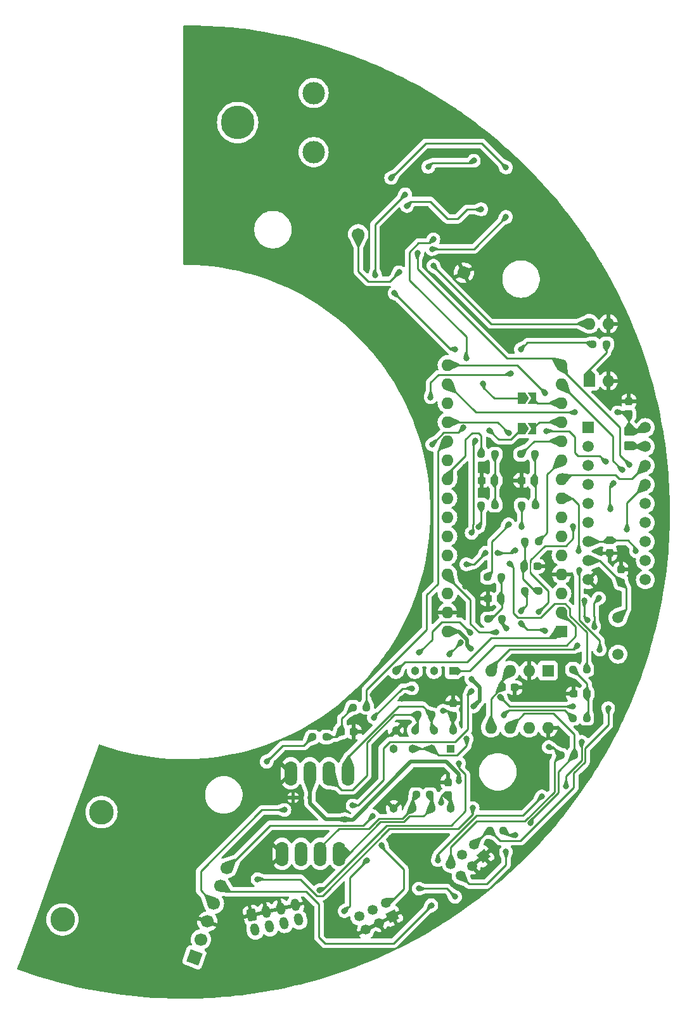
<source format=gbr>
%TF.GenerationSoftware,KiCad,Pcbnew,7.0.1*%
%TF.CreationDate,2023-05-25T18:45:16+09:00*%
%TF.ProjectId,THRControlModuleBoard,54485243-6f6e-4747-926f-6c4d6f64756c,rev?*%
%TF.SameCoordinates,Original*%
%TF.FileFunction,Copper,L2,Bot*%
%TF.FilePolarity,Positive*%
%FSLAX46Y46*%
G04 Gerber Fmt 4.6, Leading zero omitted, Abs format (unit mm)*
G04 Created by KiCad (PCBNEW 7.0.1) date 2023-05-25 18:45:16*
%MOMM*%
%LPD*%
G01*
G04 APERTURE LIST*
G04 Aperture macros list*
%AMRoundRect*
0 Rectangle with rounded corners*
0 $1 Rounding radius*
0 $2 $3 $4 $5 $6 $7 $8 $9 X,Y pos of 4 corners*
0 Add a 4 corners polygon primitive as box body*
4,1,4,$2,$3,$4,$5,$6,$7,$8,$9,$2,$3,0*
0 Add four circle primitives for the rounded corners*
1,1,$1+$1,$2,$3*
1,1,$1+$1,$4,$5*
1,1,$1+$1,$6,$7*
1,1,$1+$1,$8,$9*
0 Add four rect primitives between the rounded corners*
20,1,$1+$1,$2,$3,$4,$5,0*
20,1,$1+$1,$4,$5,$6,$7,0*
20,1,$1+$1,$6,$7,$8,$9,0*
20,1,$1+$1,$8,$9,$2,$3,0*%
%AMHorizOval*
0 Thick line with rounded ends*
0 $1 width*
0 $2 $3 position (X,Y) of the first rounded end (center of the circle)*
0 $4 $5 position (X,Y) of the second rounded end (center of the circle)*
0 Add line between two ends*
20,1,$1,$2,$3,$4,$5,0*
0 Add two circle primitives to create the rounded ends*
1,1,$1,$2,$3*
1,1,$1,$4,$5*%
%AMRotRect*
0 Rectangle, with rotation*
0 The origin of the aperture is its center*
0 $1 length*
0 $2 width*
0 $3 Rotation angle, in degrees counterclockwise*
0 Add horizontal line*
21,1,$1,$2,0,0,$3*%
%AMFreePoly0*
4,1,6,1.000000,0.000000,0.500000,-0.750000,-0.500000,-0.750000,-0.500000,0.750000,0.500000,0.750000,1.000000,0.000000,1.000000,0.000000,$1*%
%AMFreePoly1*
4,1,6,0.500000,-0.750000,-0.650000,-0.750000,-0.150000,0.000000,-0.650000,0.750000,0.500000,0.750000,0.500000,-0.750000,0.500000,-0.750000,$1*%
G04 Aperture macros list end*
%TA.AperFunction,ComponentPad*%
%ADD10R,1.133000X1.133000*%
%TD*%
%TA.AperFunction,ComponentPad*%
%ADD11C,1.133000*%
%TD*%
%TA.AperFunction,ComponentPad*%
%ADD12RotRect,1.350000X1.350000X297.000000*%
%TD*%
%TA.AperFunction,ComponentPad*%
%ADD13HorizOval,1.350000X0.000000X0.000000X0.000000X0.000000X0*%
%TD*%
%TA.AperFunction,ComponentPad*%
%ADD14RotRect,1.350000X1.350000X310.000000*%
%TD*%
%TA.AperFunction,ComponentPad*%
%ADD15HorizOval,1.350000X0.000000X0.000000X0.000000X0.000000X0*%
%TD*%
%TA.AperFunction,ComponentPad*%
%ADD16R,1.600000X1.600000*%
%TD*%
%TA.AperFunction,ComponentPad*%
%ADD17O,1.600000X1.600000*%
%TD*%
%TA.AperFunction,ComponentPad*%
%ADD18O,1.650000X3.300000*%
%TD*%
%TA.AperFunction,ComponentPad*%
%ADD19RoundRect,0.250000X-0.215057X-0.624380X0.467002X-0.466914X0.215057X0.624380X-0.467002X0.466914X0*%
%TD*%
%TA.AperFunction,ComponentPad*%
%ADD20HorizOval,1.200000X-0.050614X0.219233X0.050614X-0.219233X0*%
%TD*%
%TA.AperFunction,ComponentPad*%
%ADD21C,1.500000*%
%TD*%
%TA.AperFunction,WasherPad*%
%ADD22C,3.302000*%
%TD*%
%TA.AperFunction,ComponentPad*%
%ADD23RotRect,1.700000X1.700000X160.000000*%
%TD*%
%TA.AperFunction,ComponentPad*%
%ADD24HorizOval,1.700000X0.000000X0.000000X0.000000X0.000000X0*%
%TD*%
%TA.AperFunction,WasherPad*%
%ADD25C,4.500000*%
%TD*%
%TA.AperFunction,ComponentPad*%
%ADD26C,3.000000*%
%TD*%
%TA.AperFunction,ComponentPad*%
%ADD27R,1.498600X1.498600*%
%TD*%
%TA.AperFunction,ComponentPad*%
%ADD28C,1.498600*%
%TD*%
%TA.AperFunction,SMDPad,CuDef*%
%ADD29RoundRect,0.250000X-0.450000X0.350000X-0.450000X-0.350000X0.450000X-0.350000X0.450000X0.350000X0*%
%TD*%
%TA.AperFunction,SMDPad,CuDef*%
%ADD30RoundRect,0.125000X0.125000X0.125000X-0.125000X0.125000X-0.125000X-0.125000X0.125000X-0.125000X0*%
%TD*%
%TA.AperFunction,SMDPad,CuDef*%
%ADD31FreePoly0,0.000000*%
%TD*%
%TA.AperFunction,SMDPad,CuDef*%
%ADD32FreePoly1,0.000000*%
%TD*%
%TA.AperFunction,SMDPad,CuDef*%
%ADD33RoundRect,0.237500X0.237500X-0.300000X0.237500X0.300000X-0.237500X0.300000X-0.237500X-0.300000X0*%
%TD*%
%TA.AperFunction,SMDPad,CuDef*%
%ADD34RoundRect,0.237500X-0.300000X-0.237500X0.300000X-0.237500X0.300000X0.237500X-0.300000X0.237500X0*%
%TD*%
%TA.AperFunction,SMDPad,CuDef*%
%ADD35RoundRect,0.237500X-0.250000X-0.237500X0.250000X-0.237500X0.250000X0.237500X-0.250000X0.237500X0*%
%TD*%
%TA.AperFunction,SMDPad,CuDef*%
%ADD36RoundRect,0.237500X0.250000X0.237500X-0.250000X0.237500X-0.250000X-0.237500X0.250000X-0.237500X0*%
%TD*%
%TA.AperFunction,SMDPad,CuDef*%
%ADD37RoundRect,0.237500X-0.237500X0.300000X-0.237500X-0.300000X0.237500X-0.300000X0.237500X0.300000X0*%
%TD*%
%TA.AperFunction,SMDPad,CuDef*%
%ADD38RoundRect,0.237500X0.300000X0.237500X-0.300000X0.237500X-0.300000X-0.237500X0.300000X-0.237500X0*%
%TD*%
%TA.AperFunction,ComponentPad*%
%ADD39C,1.710000*%
%TD*%
%TA.AperFunction,ViaPad*%
%ADD40C,0.800000*%
%TD*%
%TA.AperFunction,Conductor*%
%ADD41C,0.250000*%
%TD*%
%TA.AperFunction,Conductor*%
%ADD42C,0.500000*%
%TD*%
%TA.AperFunction,Conductor*%
%ADD43C,0.200000*%
%TD*%
G04 APERTURE END LIST*
D10*
%TO.P,IC2,1,RO*%
%TO.N,RS485__RO-RX*%
X139060000Y-114581000D03*
D11*
%TO.P,IC2,2,~{RE}*%
%TO.N,RS485__ENABLE_RS405*%
X136520000Y-114581000D03*
%TO.P,IC2,3,DE*%
X133980000Y-114581000D03*
%TO.P,IC2,4,DI*%
%TO.N,RS485__DI-TX*%
X131440000Y-114581000D03*
%TO.P,IC2,5,GND*%
%TO.N,GND*%
X131440000Y-122519000D03*
%TO.P,IC2,6,A*%
%TO.N,RS485__A2*%
X133980000Y-122519000D03*
%TO.P,IC2,7,B*%
%TO.N,RS485__B2*%
X136520000Y-122519000D03*
%TO.P,IC2,8,VCC*%
%TO.N,+3.3V*%
X139060000Y-122519000D03*
%TD*%
D12*
%TO.P,J2,1,Pin_1*%
%TO.N,GND*%
X130986004Y-147333026D03*
D13*
%TO.P,J2,2,Pin_2*%
%TO.N,Umbilical__waitingInput*%
X130078023Y-145551012D03*
%TO.P,J2,3,Pin_3*%
%TO.N,GND*%
X129203990Y-148241007D03*
%TO.P,J2,4,Pin_4*%
%TO.N,Umbilical__launchInput*%
X128296010Y-146458993D03*
%TO.P,J2,5,Pin_5*%
%TO.N,GND*%
X127421977Y-149148988D03*
%TO.P,J2,6,Pin_6*%
%TO.N,+VDC*%
X126513996Y-147366974D03*
%TD*%
D14*
%TO.P,J3,1,Pin_1*%
%TO.N,GND*%
X143124876Y-139330469D03*
D15*
%TO.P,J3,2,Pin_2*%
%TO.N,+12V*%
X141839301Y-137798380D03*
%TO.P,J3,3,Pin_3*%
%TO.N,GND*%
X141592788Y-140616044D03*
%TO.P,J3,4,Pin_4*%
%TO.N,+VDC*%
X140307212Y-139083956D03*
%TO.P,J3,5,Pin_5*%
%TO.N,CAN__L*%
X140060699Y-141901620D03*
%TO.P,J3,6,Pin_6*%
%TO.N,CAN__H*%
X138775124Y-140369531D03*
%TD*%
D16*
%TO.P,U2,1,TXD*%
%TO.N,CAN__TXD-TXCAN*%
X151750000Y-114550000D03*
D17*
%TO.P,U2,2,VSS*%
%TO.N,GND*%
X149210000Y-114550000D03*
%TO.P,U2,3,VDD*%
%TO.N,+5V*%
X146670000Y-114550000D03*
%TO.P,U2,4,RXD*%
%TO.N,CAN__RXD-CANRX*%
X144130000Y-114550000D03*
%TO.P,U2,5,Vio*%
%TO.N,+5V*%
X144130000Y-122170000D03*
%TO.P,U2,6,CANL*%
%TO.N,CAN__L*%
X146670000Y-122170000D03*
%TO.P,U2,7,CANH*%
%TO.N,CAN__H*%
X149210000Y-122170000D03*
%TO.P,U2,8,STBY*%
%TO.N,GND*%
X151750000Y-122170000D03*
%TD*%
D18*
%TO.P,J5,1,Pin_1*%
%TO.N,GND*%
X117390000Y-128250000D03*
%TO.P,J5,2,Pin_2*%
%TO.N,+12V*%
X119930000Y-128250000D03*
%TO.P,J5,3,Pin_3*%
%TO.N,RS485__A2*%
X122470000Y-128250000D03*
%TO.P,J5,4,Pin_4*%
%TO.N,RS485__B2*%
X125010000Y-128250000D03*
%TD*%
D10*
%TO.P,IC1,1,RO*%
%TO.N,RS485__RO-RX*%
X138760000Y-124981000D03*
D11*
%TO.P,IC1,2,~{RE}*%
%TO.N,RS485__ENABLE_B3M*%
X136220000Y-124981000D03*
%TO.P,IC1,3,DE*%
X133680000Y-124981000D03*
%TO.P,IC1,4,DI*%
%TO.N,RS485__DI-TX*%
X131140000Y-124981000D03*
%TO.P,IC1,5,GND*%
%TO.N,GND*%
X131140000Y-132919000D03*
%TO.P,IC1,6,A*%
%TO.N,RS485__A1*%
X133680000Y-132919000D03*
%TO.P,IC1,7,B*%
%TO.N,RS485__B1*%
X136220000Y-132919000D03*
%TO.P,IC1,8,VCC*%
%TO.N,+3.3V*%
X138760000Y-132919000D03*
%TD*%
D16*
%TO.P,U4,1*%
%TO.N,/NanoEvery/PhotoMos_12Vin*%
X157275000Y-75850000D03*
D17*
%TO.P,U4,2*%
%TO.N,GND*%
X159815000Y-75850000D03*
%TO.P,U4,3*%
X159815000Y-68230000D03*
%TO.P,U4,4*%
%TO.N,+12V*%
X157275000Y-68230000D03*
%TD*%
D19*
%TO.P,J6,1,Pin_1*%
%TO.N,GND*%
X112163473Y-147201064D03*
D20*
%TO.P,J6,2,Pin_2*%
%TO.N,RS405_Servo__Openinput*%
X112613375Y-149149804D03*
%TO.P,J6,3,Pin_3*%
%TO.N,GND*%
X114112213Y-146751162D03*
%TO.P,J6,4,Pin_4*%
%TO.N,RS405_Servo__Closeinput*%
X114562115Y-148699902D03*
%TO.P,J6,5,Pin_5*%
%TO.N,GND*%
X116060953Y-146301260D03*
%TO.P,J6,6,Pin_6*%
%TO.N,B3M_Servo__Openinput*%
X116510855Y-148250000D03*
%TO.P,J6,7,Pin_7*%
%TO.N,GND*%
X118009693Y-145851358D03*
%TO.P,J6,8,Pin_8*%
%TO.N,B3M_Servo__Closeinput*%
X118459595Y-147800098D03*
%TD*%
D21*
%TO.P,Y1,1,1*%
%TO.N,OCS2*%
X161100000Y-112350000D03*
%TO.P,Y1,2,2*%
%TO.N,OCS1*%
X161100000Y-107470000D03*
%TD*%
D22*
%TO.P,U5,*%
%TO.N,*%
X86893074Y-147762184D03*
X92105461Y-133441268D03*
D23*
%TO.P,U5,1,Vin*%
%TO.N,+3.3V*%
X104512538Y-152823639D03*
D24*
%TO.P,U5,2,Vout*%
%TO.N,unconnected-(U5-Vout-Pad2)*%
X105381269Y-150436819D03*
%TO.P,U5,3,GND*%
%TO.N,GND*%
X106250000Y-148050000D03*
%TO.P,U5,4,DO*%
%TO.N,SPI__MISO*%
X107118731Y-145663181D03*
%TO.P,U5,5,~{CS}*%
%TO.N,MAX31855__~{CS}-~{CS}*%
X107987463Y-143276362D03*
%TO.P,U5,6,SCK*%
%TO.N,SPI__SCLK*%
X108856194Y-140889542D03*
%TD*%
D17*
%TO.P,A1,30,VIN*%
%TO.N,+12V*%
X138320000Y-109300000D03*
%TO.P,A1,29,GND*%
%TO.N,GND*%
X138320000Y-106760000D03*
%TO.P,A1,28,~{RESET}*%
%TO.N,unconnected-(A1-~{RESET}-Pad28)*%
X138320000Y-104220000D03*
%TO.P,A1,27,+5V*%
%TO.N,+5V*%
X138320000Y-101680000D03*
%TO.P,A1,26,A7*%
%TO.N,unconnected-(A1-A7-Pad26)*%
X138320000Y-99140000D03*
%TO.P,A1,25,A6*%
%TO.N,IO__Busser*%
X138320000Y-96600000D03*
%TO.P,A1,24,SCL/A5*%
%TO.N,unconnected-(A1-SCL{slash}A5-Pad24)*%
X138320000Y-94060000D03*
%TO.P,A1,23,SDA/A4*%
%TO.N,unconnected-(A1-SDA{slash}A4-Pad23)*%
X138320000Y-91520000D03*
%TO.P,A1,22,A3*%
%TO.N,RS405_Servo__Close*%
X138320000Y-88980000D03*
%TO.P,A1,21,A2*%
%TO.N,RS405_Servo__Open*%
X138320000Y-86440000D03*
%TO.P,A1,20,A1*%
%TO.N,B3M_Servo__Close*%
X138320000Y-83900000D03*
%TO.P,A1,19,A0*%
%TO.N,B3M_Servo__Open*%
X138320000Y-81360000D03*
%TO.P,A1,18,AREF*%
%TO.N,unconnected-(A1-AREF-Pad18)*%
X138320000Y-78820000D03*
%TO.P,A1,17,3V3*%
%TO.N,+3.3V*%
X138320000Y-76280000D03*
%TO.P,A1,16,SCK*%
%TO.N,SPI__SCLK*%
X138320000Y-73740000D03*
%TO.P,A1,15,MISO*%
%TO.N,SPI__MISO*%
X153560000Y-73740000D03*
%TO.P,A1,14,MOSI*%
%TO.N,SPI__MOSI*%
X153560000Y-76280000D03*
%TO.P,A1,13,D10*%
%TO.N,MAX31856__FAULT-FAULT*%
X153560000Y-78820000D03*
%TO.P,A1,12,D9*%
%TO.N,MAX31856__DRDY-DRDY*%
X153560000Y-81360000D03*
%TO.P,A1,11,D8*%
%TO.N,Umbilical__waitingPin*%
X153560000Y-83900000D03*
%TO.P,A1,10,D7*%
%TO.N,Umbilical__launchPin*%
X153560000Y-86440000D03*
%TO.P,A1,9,D6*%
%TO.N,MCP2515__~{CS}-~{CS}*%
X153560000Y-88980000D03*
%TO.P,A1,8,D5*%
%TO.N,MAX31855__~{CS}-~{CS}*%
X153560000Y-91520000D03*
%TO.P,A1,7,D4*%
%TO.N,MAX31856__~{CS}-~{CS}*%
X153560000Y-94060000D03*
%TO.P,A1,6,D3*%
%TO.N,RS485__ENABLE_RS405*%
X153560000Y-96600000D03*
%TO.P,A1,5,D2*%
%TO.N,RS485__ENABLE_B3M*%
X153560000Y-99140000D03*
%TO.P,A1,4,GND*%
%TO.N,GND*%
X153560000Y-101680000D03*
%TO.P,A1,3,~{RESET}*%
%TO.N,unconnected-(A1-~{RESET}-Pad3)*%
X153560000Y-104220000D03*
%TO.P,A1,2,RX1*%
%TO.N,RS485__RO-RX*%
X153560000Y-106760000D03*
D16*
%TO.P,A1,1,TX1*%
%TO.N,RS485__DI-TX*%
X153560000Y-109300000D03*
%TD*%
D18*
%TO.P,J4,1,Pin_1*%
%TO.N,GND*%
X116240000Y-139000000D03*
%TO.P,J4,2,Pin_2*%
%TO.N,+12V*%
X118780000Y-139000000D03*
%TO.P,J4,3,Pin_3*%
%TO.N,RS485__A1*%
X121320000Y-139000000D03*
%TO.P,J4,4,Pin_4*%
%TO.N,RS485__B1*%
X123860000Y-139000000D03*
%TD*%
D25*
%TO.P,J1,*%
%TO.N,*%
X110290000Y-41350000D03*
D26*
%TO.P,J1,1,Pin_1*%
%TO.N,BIAS*%
X120450000Y-37400000D03*
%TO.P,J1,2,Pin_2*%
%TO.N,Net-(J1-Pin_2)*%
X120450000Y-45300000D03*
%TD*%
D27*
%TO.P,U3,1,TXCAN*%
%TO.N,CAN__TXD-TXCAN*%
X157140000Y-82090000D03*
D28*
%TO.P,U3,2,RXCAN*%
%TO.N,CAN__RXD-CANRX*%
X157140000Y-84630000D03*
%TO.P,U3,3,CLKOUT/SOF*%
%TO.N,unconnected-(U3-CLKOUT{slash}SOF-Pad3)*%
X157140000Y-87170000D03*
%TO.P,U3,4,~TX0RTS*%
%TO.N,unconnected-(U3-~TX0RTS-Pad4)*%
X157140000Y-89710000D03*
%TO.P,U3,5,~TX1RTS*%
%TO.N,unconnected-(U3-~TX1RTS-Pad5)*%
X157140000Y-92250000D03*
%TO.P,U3,6,~TX2RTS*%
%TO.N,unconnected-(U3-~TX2RTS-Pad6)*%
X157140000Y-94790000D03*
%TO.P,U3,7,OSC2*%
%TO.N,OCS2*%
X157140000Y-97330000D03*
%TO.P,U3,8,OSC1*%
%TO.N,OCS1*%
X157140000Y-99870000D03*
%TO.P,U3,9,VSS*%
%TO.N,GND*%
X157140000Y-102410000D03*
%TO.P,U3,10,~RX1BF*%
%TO.N,unconnected-(U3-~RX1BF-Pad10)*%
X164760000Y-102410000D03*
%TO.P,U3,11,~RX0BF*%
%TO.N,unconnected-(U3-~RX0BF-Pad11)*%
X164760000Y-99870000D03*
%TO.P,U3,12,~INT*%
%TO.N,unconnected-(U3-~INT-Pad12)*%
X164760000Y-97330000D03*
%TO.P,U3,13,SCK*%
%TO.N,SPI__SCLK*%
X164760000Y-94790000D03*
%TO.P,U3,14,SI*%
%TO.N,SPI__MOSI*%
X164760000Y-92250000D03*
%TO.P,U3,15,SO*%
%TO.N,SPI__MISO*%
X164760000Y-89710000D03*
%TO.P,U3,16,~CS*%
%TO.N,MCP2515__~{CS}-~{CS}*%
X164760000Y-87170000D03*
%TO.P,U3,17,~RESET*%
%TO.N,Net-(U3-~RESET)*%
X164760000Y-84630000D03*
%TO.P,U3,18,VDD*%
%TO.N,+3.3V*%
X164760000Y-82090000D03*
%TD*%
D29*
%TO.P,R9,1*%
%TO.N,+3.3V*%
X162650000Y-82550000D03*
%TO.P,R9,2*%
%TO.N,Net-(U3-~RESET)*%
X162650000Y-84550000D03*
%TD*%
D30*
%TO.P,D5,1,K*%
%TO.N,+12V*%
X119900000Y-131500000D03*
%TO.P,D5,2,A*%
%TO.N,GND*%
X117700000Y-131500000D03*
%TD*%
D31*
%TO.P,JP1,1,A*%
%TO.N,DRDY*%
X148225000Y-82250000D03*
D32*
%TO.P,JP1,2,B*%
%TO.N,MAX31856__DRDY-DRDY*%
X149675000Y-82250000D03*
%TD*%
D33*
%TO.P,C10,1*%
%TO.N,OCS1*%
X161500000Y-102762500D03*
%TO.P,C10,2*%
%TO.N,GND*%
X161500000Y-101037500D03*
%TD*%
D34*
%TO.P,C13,1*%
%TO.N,Net-(C13-Pad1)*%
X148587500Y-100600000D03*
%TO.P,C13,2*%
%TO.N,GND*%
X150312500Y-100600000D03*
%TD*%
D35*
%TO.P,R6,1*%
%TO.N,CAN__H*%
X153437500Y-125850000D03*
%TO.P,R6,2*%
%TO.N,CAN__L*%
X155262500Y-125850000D03*
%TD*%
%TO.P,R18,1*%
%TO.N,RS405_Servo__Closeinput*%
X142837500Y-92450000D03*
%TO.P,R18,2*%
%TO.N,Net-(C17-Pad1)*%
X144662500Y-92450000D03*
%TD*%
D36*
%TO.P,R20,1*%
%TO.N,Net-(C14-Pad1)*%
X149962500Y-85650000D03*
%TO.P,R20,2*%
%TO.N,Umbilical__waitingPin*%
X148137500Y-85650000D03*
%TD*%
%TO.P,R16,1*%
%TO.N,B3M_Servo__Openinput*%
X145562500Y-107650000D03*
%TO.P,R16,2*%
%TO.N,Net-(C15-Pad1)*%
X143737500Y-107650000D03*
%TD*%
D35*
%TO.P,R22,1*%
%TO.N,Net-(C16-Pad1)*%
X125687500Y-119450000D03*
%TO.P,R22,2*%
%TO.N,B3M_Servo__Close*%
X127512500Y-119450000D03*
%TD*%
%TO.P,R12,1*%
%TO.N,RS405_Servo__Openinput*%
X155087500Y-120900000D03*
%TO.P,R12,2*%
%TO.N,Net-(C12-Pad1)*%
X156912500Y-120900000D03*
%TD*%
%TO.P,R13,1*%
%TO.N,Net-(C12-Pad1)*%
X155087500Y-114400000D03*
%TO.P,R13,2*%
%TO.N,RS405_Servo__Open*%
X156912500Y-114400000D03*
%TD*%
D33*
%TO.P,C9,1*%
%TO.N,+3.3V*%
X162550000Y-80312500D03*
%TO.P,C9,2*%
%TO.N,GND*%
X162550000Y-78587500D03*
%TD*%
%TO.P,C8,1*%
%TO.N,+3.3V*%
X139050000Y-120612500D03*
%TO.P,C8,2*%
%TO.N,GND*%
X139050000Y-118887500D03*
%TD*%
D37*
%TO.P,C11,1*%
%TO.N,OCS2*%
X160000000Y-97137500D03*
%TO.P,C11,2*%
%TO.N,GND*%
X160000000Y-98862500D03*
%TD*%
D38*
%TO.P,C17,1*%
%TO.N,Net-(C17-Pad1)*%
X144612500Y-89150000D03*
%TO.P,C17,2*%
%TO.N,GND*%
X142887500Y-89150000D03*
%TD*%
D35*
%TO.P,R10,1*%
%TO.N,IO__Busser*%
X157737500Y-70950000D03*
%TO.P,R10,2*%
%TO.N,/NanoEvery/PhotoMos_12Vin*%
X159562500Y-70950000D03*
%TD*%
D36*
%TO.P,R7,1*%
%TO.N,RS485__B1*%
X135962500Y-131100000D03*
%TO.P,R7,2*%
%TO.N,RS485__A1*%
X134137500Y-131100000D03*
%TD*%
D35*
%TO.P,R15,1*%
%TO.N,Umbilical__waitingInput*%
X148237500Y-92450000D03*
%TO.P,R15,2*%
%TO.N,Net-(C14-Pad1)*%
X150062500Y-92450000D03*
%TD*%
D38*
%TO.P,C15,1*%
%TO.N,Net-(C15-Pad1)*%
X145462500Y-104950000D03*
%TO.P,C15,2*%
%TO.N,GND*%
X143737500Y-104950000D03*
%TD*%
D35*
%TO.P,R17,1*%
%TO.N,B3M_Servo__Closeinput*%
X120287500Y-123400000D03*
%TO.P,R17,2*%
%TO.N,Net-(C16-Pad1)*%
X122112500Y-123400000D03*
%TD*%
%TO.P,R24,1*%
%TO.N,+12V*%
X143987500Y-135900000D03*
%TO.P,R24,2*%
%TO.N,Net-(D6-A)*%
X145812500Y-135900000D03*
%TD*%
D38*
%TO.P,C14,1*%
%TO.N,Net-(C14-Pad1)*%
X149912500Y-89150000D03*
%TO.P,C14,2*%
%TO.N,GND*%
X148187500Y-89150000D03*
%TD*%
D33*
%TO.P,C7,1*%
%TO.N,+3.3V*%
X138400000Y-131162500D03*
%TO.P,C7,2*%
%TO.N,GND*%
X138400000Y-129437500D03*
%TD*%
D35*
%TO.P,R14,1*%
%TO.N,Umbilical__launchInput*%
X148687500Y-103900000D03*
%TO.P,R14,2*%
%TO.N,Net-(C13-Pad1)*%
X150512500Y-103900000D03*
%TD*%
D38*
%TO.P,C12,1*%
%TO.N,Net-(C12-Pad1)*%
X156912500Y-117650000D03*
%TO.P,C12,2*%
%TO.N,GND*%
X155187500Y-117650000D03*
%TD*%
D34*
%TO.P,C16,1*%
%TO.N,Net-(C16-Pad1)*%
X124087500Y-122700000D03*
%TO.P,C16,2*%
%TO.N,GND*%
X125812500Y-122700000D03*
%TD*%
D35*
%TO.P,R19,1*%
%TO.N,Net-(C13-Pad1)*%
X148652500Y-97300000D03*
%TO.P,R19,2*%
%TO.N,Umbilical__launchPin*%
X150477500Y-97300000D03*
%TD*%
D38*
%TO.P,C6,1*%
%TO.N,GND*%
X147312500Y-116800000D03*
%TO.P,C6,2*%
%TO.N,+5V*%
X145587500Y-116800000D03*
%TD*%
D31*
%TO.P,JP2,1,A*%
%TO.N,~{FAULT}*%
X148225000Y-78150000D03*
D32*
%TO.P,JP2,2,B*%
%TO.N,MAX31856__FAULT-FAULT*%
X149675000Y-78150000D03*
%TD*%
D36*
%TO.P,R23,1*%
%TO.N,Net-(C17-Pad1)*%
X144662500Y-85650000D03*
%TO.P,R23,2*%
%TO.N,RS405_Servo__Close*%
X142837500Y-85650000D03*
%TD*%
%TO.P,R21,1*%
%TO.N,Net-(C15-Pad1)*%
X145512500Y-102050000D03*
%TO.P,R21,2*%
%TO.N,B3M_Servo__Open*%
X143687500Y-102050000D03*
%TD*%
%TO.P,R8,1*%
%TO.N,RS485__B2*%
X136162500Y-120450000D03*
%TO.P,R8,2*%
%TO.N,RS485__A2*%
X134337500Y-120450000D03*
%TD*%
D39*
%TO.P,LS1,N*%
%TO.N,GND*%
X140497695Y-61415151D03*
%TO.P,LS1,P*%
%TO.N,+12V*%
X126402305Y-56284849D03*
%TD*%
D40*
%TO.N,GND*%
X165000000Y-106800000D03*
X161200000Y-117900000D03*
X122700000Y-121800000D03*
X148700000Y-118200000D03*
X101200000Y-129100000D03*
X93400000Y-128400000D03*
X88400000Y-143600000D03*
X86200000Y-153300000D03*
X99200000Y-156200000D03*
X109100000Y-156400000D03*
X122900000Y-153300000D03*
X159600000Y-64900000D03*
X157300000Y-60700000D03*
X135400000Y-80900000D03*
X133700000Y-75700000D03*
X150500000Y-51400000D03*
X137400000Y-40300000D03*
X127700000Y-35700000D03*
X123600000Y-34200000D03*
X116400000Y-31900000D03*
X108100000Y-30800000D03*
X118100000Y-62000000D03*
X106200000Y-58200000D03*
X106000000Y-52300000D03*
X140200000Y-106200000D03*
X140700000Y-87300000D03*
X141900000Y-64000000D03*
X145800000Y-87200000D03*
X130800000Y-136800000D03*
X139000000Y-53000000D03*
X158500000Y-98600000D03*
X132600000Y-121600000D03*
X143200000Y-87300000D03*
X158800000Y-102300000D03*
X140700000Y-103300000D03*
X131200000Y-130600000D03*
X131100000Y-116400000D03*
X151400000Y-117400000D03*
X132200000Y-118300000D03*
X128300000Y-117800000D03*
%TO.N,+3.3V*%
X146140000Y-47364000D03*
X127550000Y-139850000D03*
X137700000Y-119900000D03*
X124550000Y-146650000D03*
X140450000Y-82084500D03*
X161050000Y-80050000D03*
X130800000Y-48750000D03*
X155350000Y-80050000D03*
X136275500Y-84353509D03*
X137500000Y-132200000D03*
%TO.N,BIAS*%
X141850000Y-46450000D03*
X135750000Y-47274500D03*
%TO.N,Net-(D3-A)*%
X132912701Y-52512701D03*
X142838000Y-52952000D03*
%TO.N,DRDY*%
X128650000Y-61750000D03*
X132672000Y-50945000D03*
X143950000Y-82450000D03*
X131250000Y-64150000D03*
X139350000Y-71650000D03*
%TO.N,+12V*%
X131850000Y-61350000D03*
X124600000Y-134400000D03*
X141412299Y-111612299D03*
X141812299Y-119312299D03*
X139850000Y-129300000D03*
X136450000Y-60474500D03*
X159800000Y-119550000D03*
X141500000Y-115650000D03*
%TO.N,~{FAULT}*%
X136450000Y-56950000D03*
X143100000Y-76200000D03*
X140824500Y-72788966D03*
%TO.N,B3M_Servo__Open*%
X146500000Y-82850000D03*
X146500000Y-95000000D03*
%TO.N,RS405_Servo__Open*%
X146625000Y-100250000D03*
%TO.N,IO__Busser*%
X136074500Y-78050000D03*
X148100000Y-71650000D03*
X146750000Y-74900000D03*
%TO.N,MAX31855__~{CS}-~{CS}*%
X155900000Y-101100000D03*
X158668449Y-111756150D03*
X136175000Y-145875000D03*
X155850000Y-98550000D03*
X137050000Y-139850000D03*
X150937701Y-131337701D03*
%TO.N,SPI__MOSI*%
X161650000Y-87750000D03*
%TO.N,+5V*%
X144800000Y-109425500D03*
%TO.N,CAN__TXD-TXCAN*%
X150499500Y-106725500D03*
X155125500Y-95250000D03*
%TO.N,CAN__RXD-CANRX*%
X157000000Y-107800000D03*
X160100000Y-93000000D03*
X160475500Y-89550000D03*
X156624500Y-105200000D03*
X155700000Y-111200000D03*
%TO.N,OCS2*%
X163500000Y-98600000D03*
%TO.N,SPI__MISO*%
X125650000Y-132550000D03*
X145356049Y-118056049D03*
X134312299Y-58787701D03*
X162300000Y-95700000D03*
X116550000Y-133150000D03*
X141500500Y-117300000D03*
X162650000Y-87050000D03*
X155050000Y-119350000D03*
X158562299Y-104862299D03*
X157924500Y-108700000D03*
%TO.N,SPI__SCLK*%
X151350000Y-77450000D03*
X151550000Y-82550000D03*
X138550000Y-112350000D03*
X141550000Y-96150000D03*
X159450000Y-86650000D03*
X142012299Y-83812299D03*
X140100000Y-110800000D03*
X128350000Y-133950000D03*
X133600000Y-116900000D03*
X128500000Y-120800000D03*
%TO.N,RS485__ENABLE_B3M*%
X140900500Y-123660494D03*
%TO.N,Net-(D1-A)*%
X136250000Y-58250000D03*
X146140000Y-53968000D03*
%TO.N,Umbilical__waitingInput*%
X129550000Y-137850000D03*
X145000000Y-98850000D03*
X148200000Y-95350000D03*
X147350000Y-98450000D03*
X140825500Y-100350000D03*
X143425500Y-98800000D03*
%TO.N,RS405_Servo__Openinput*%
X141700000Y-132900000D03*
X145850000Y-120474500D03*
X112950000Y-142400000D03*
%TO.N,Umbilical__launchInput*%
X148100000Y-106600000D03*
X154162299Y-129962299D03*
X156250000Y-124050000D03*
X134500000Y-143650000D03*
X148150000Y-108250000D03*
X139350000Y-144750000D03*
X151400000Y-109200000D03*
%TO.N,RS405_Servo__Closeinput*%
X142450000Y-95350000D03*
X141350000Y-109450000D03*
X134550000Y-112150000D03*
%TO.N,CAN__L*%
X149412299Y-134912299D03*
X146137701Y-138737701D03*
%TO.N,CAN__H*%
X151850000Y-124750000D03*
%TO.N,B3M_Servo__Openinput*%
X139850500Y-126900000D03*
X146200000Y-108900000D03*
X121237701Y-143875500D03*
%TO.N,B3M_Servo__Closeinput*%
X114150000Y-126700000D03*
%TO.N,Net-(D6-A)*%
X147337701Y-136537701D03*
%TD*%
D41*
%TO.N,+3.3V*%
X162287500Y-80050000D02*
X162550000Y-80312500D01*
X139050000Y-122509000D02*
X139060000Y-122519000D01*
X125250000Y-142150000D02*
X125250000Y-145950000D01*
X135400000Y-44150000D02*
X142926000Y-44150000D01*
X137700000Y-119900000D02*
X138337500Y-119900000D01*
X138337500Y-119900000D02*
X139050000Y-120612500D01*
X155350000Y-80050000D02*
X142090000Y-80050000D01*
X127550000Y-139850000D02*
X125250000Y-142150000D01*
X137500000Y-132200000D02*
X137500000Y-131300000D01*
X139759500Y-82775000D02*
X140450000Y-82084500D01*
X137854009Y-82775000D02*
X139759500Y-82775000D01*
X161050000Y-80050000D02*
X162287500Y-80050000D01*
X130800000Y-48750000D02*
X135400000Y-44150000D01*
X139050000Y-120612500D02*
X139050000Y-122509000D01*
X142090000Y-80050000D02*
X138320000Y-76280000D01*
X162550000Y-80312500D02*
X162550000Y-82537500D01*
X142926000Y-44150000D02*
X146140000Y-47364000D01*
X137500000Y-131300000D02*
X137837500Y-130962500D01*
X164212500Y-82637500D02*
X164760000Y-82090000D01*
X138750000Y-132909000D02*
X138760000Y-132919000D01*
X162650000Y-82637500D02*
X164212500Y-82637500D01*
X137837500Y-130962500D02*
X138600000Y-130962500D01*
X138750000Y-130962500D02*
X138750000Y-132909000D01*
X136275500Y-84353509D02*
X137854009Y-82775000D01*
X125250000Y-145950000D02*
X124550000Y-146650000D01*
X162550000Y-82537500D02*
X162650000Y-82637500D01*
%TO.N,BIAS*%
X141850000Y-46450000D02*
X141550000Y-46750000D01*
X136274500Y-46750000D02*
X135750000Y-47274500D01*
X141550000Y-46750000D02*
X136274500Y-46750000D01*
%TO.N,Net-(D3-A)*%
X136027376Y-51900000D02*
X138349882Y-54222506D01*
X133525402Y-51900000D02*
X136027376Y-51900000D01*
X140948000Y-52952000D02*
X142838000Y-52952000D01*
X132912701Y-52512701D02*
X133525402Y-51900000D01*
X139677494Y-54222506D02*
X140948000Y-52952000D01*
X138349882Y-54222506D02*
X139677494Y-54222506D01*
%TO.N,DRDY*%
X139350000Y-71650000D02*
X138750000Y-71650000D01*
X143950000Y-82450000D02*
X145200000Y-83700000D01*
X128650000Y-54967000D02*
X132672000Y-50945000D01*
X145200000Y-83700000D02*
X146775000Y-83700000D01*
X146775000Y-83700000D02*
X148225000Y-82250000D01*
X128650000Y-61750000D02*
X128650000Y-54967000D01*
X138750000Y-71650000D02*
X131250000Y-64150000D01*
%TO.N,RS485__RO-RX*%
X141319000Y-114581000D02*
X139060000Y-114581000D01*
X155450000Y-108650000D02*
X155450000Y-109950000D01*
X154200000Y-111200000D02*
X144700000Y-111200000D01*
X155450000Y-109950000D02*
X154200000Y-111200000D01*
X153560000Y-106760000D02*
X155450000Y-108650000D01*
X144700000Y-111200000D02*
X141319000Y-114581000D01*
%TO.N,RS485__DI-TX*%
X144150000Y-110150000D02*
X140950000Y-113350000D01*
X152710000Y-110150000D02*
X144150000Y-110150000D01*
X140950000Y-113350000D02*
X132671000Y-113350000D01*
X132671000Y-113350000D02*
X131440000Y-114581000D01*
X153560000Y-109300000D02*
X152710000Y-110150000D01*
D42*
%TO.N,+12V*%
X141410217Y-111612299D02*
X140950000Y-111152082D01*
D41*
X159800000Y-119550000D02*
X159800000Y-121800000D01*
D42*
X119930000Y-131200000D02*
X119930000Y-128250000D01*
X142600000Y-118524598D02*
X142600000Y-116750000D01*
D41*
X155200000Y-130149903D02*
X148087202Y-137262701D01*
D42*
X140950000Y-110447918D02*
X139802082Y-109300000D01*
D41*
X145350201Y-137262701D02*
X143987500Y-135900000D01*
X136450000Y-60550000D02*
X144130000Y-68230000D01*
X155200000Y-128236396D02*
X155200000Y-130149903D01*
D42*
X141412299Y-111612299D02*
X141410217Y-111612299D01*
X133450000Y-126700000D02*
X138186828Y-126700000D01*
X124675500Y-134475500D02*
X125674500Y-134475500D01*
X142600000Y-116750000D02*
X141500000Y-115650000D01*
D41*
X131850000Y-61350000D02*
X130650000Y-62550000D01*
X148087202Y-137262701D02*
X145350201Y-137262701D01*
D42*
X139802082Y-109300000D02*
X138320000Y-109300000D01*
D41*
X126402305Y-61202305D02*
X126402305Y-56284849D01*
X136450000Y-60474500D02*
X136450000Y-60550000D01*
D42*
X124600000Y-134400000D02*
X122100000Y-134400000D01*
D41*
X130650000Y-62550000D02*
X127750000Y-62550000D01*
D42*
X122100000Y-134400000D02*
X119930000Y-132230000D01*
X139850000Y-128363172D02*
X139850000Y-129300000D01*
D41*
X156700000Y-126736396D02*
X155200000Y-128236396D01*
X119900000Y-131230000D02*
X119930000Y-131200000D01*
X144130000Y-68230000D02*
X157275000Y-68230000D01*
D42*
X124600000Y-134400000D02*
X124675500Y-134475500D01*
D41*
X119900000Y-131500000D02*
X119900000Y-131230000D01*
D42*
X141812299Y-119312299D02*
X142600000Y-118524598D01*
X140950000Y-111152082D02*
X140950000Y-110447918D01*
D41*
X127750000Y-62550000D02*
X126402305Y-61202305D01*
X143737681Y-135900000D02*
X143987500Y-135900000D01*
D42*
X138186828Y-126700000D02*
X139850000Y-128363172D01*
X125674500Y-134475500D02*
X133450000Y-126700000D01*
D41*
X141839301Y-137798380D02*
X143737681Y-135900000D01*
X159800000Y-121800000D02*
X156700000Y-124900000D01*
D42*
X119930000Y-132230000D02*
X119930000Y-131200000D01*
D41*
X156700000Y-124900000D02*
X156700000Y-126736396D01*
%TO.N,~{FAULT}*%
X143100000Y-76700000D02*
X144550000Y-78150000D01*
X133250000Y-58650000D02*
X134450000Y-57450000D01*
X143100000Y-76200000D02*
X143100000Y-76700000D01*
X135950000Y-57450000D02*
X136450000Y-56950000D01*
X140824500Y-72788966D02*
X140824500Y-69974500D01*
X140824500Y-69974500D02*
X133250000Y-62400000D01*
X133250000Y-62400000D02*
X133250000Y-58650000D01*
X134450000Y-57450000D02*
X135950000Y-57450000D01*
X144550000Y-78150000D02*
X148225000Y-78150000D01*
%TO.N,Umbilical__launchPin*%
X150477500Y-97300000D02*
X151650000Y-96127500D01*
X151650000Y-96127500D02*
X151650000Y-88350000D01*
X151650000Y-88350000D02*
X153560000Y-86440000D01*
%TO.N,Umbilical__waitingPin*%
X153560000Y-83900000D02*
X149887500Y-83900000D01*
X149887500Y-83900000D02*
X148137500Y-85650000D01*
%TO.N,B3M_Servo__Open*%
X145010000Y-81360000D02*
X138320000Y-81360000D01*
X146500000Y-95000000D02*
X146500000Y-95100000D01*
X144275000Y-97325000D02*
X144275000Y-101462500D01*
X144275000Y-101462500D02*
X143687500Y-102050000D01*
X146500000Y-82850000D02*
X145010000Y-81360000D01*
X146500000Y-95100000D02*
X144275000Y-97325000D01*
%TO.N,B3M_Servo__Close*%
X137050000Y-85170000D02*
X137050000Y-102950000D01*
X127512500Y-117087500D02*
X127512500Y-119450000D01*
X135550000Y-109050000D02*
X127512500Y-117087500D01*
X137050000Y-102950000D02*
X135550000Y-104450000D01*
X138320000Y-83900000D02*
X137050000Y-85170000D01*
X135550000Y-104450000D02*
X135550000Y-109050000D01*
%TO.N,RS405_Servo__Open*%
X147150000Y-106850000D02*
X147750000Y-107450000D01*
X147150000Y-100775000D02*
X147150000Y-106850000D01*
X146625000Y-100250000D02*
X147150000Y-100775000D01*
X154025991Y-105635000D02*
X154685000Y-106294009D01*
X156912500Y-109412500D02*
X156912500Y-114400000D01*
X152615000Y-105635000D02*
X154025991Y-105635000D01*
X154685000Y-106294009D02*
X154685000Y-107185000D01*
X150800000Y-107450000D02*
X152615000Y-105635000D01*
X154685000Y-107185000D02*
X156912500Y-109412500D01*
X147750000Y-107450000D02*
X150800000Y-107450000D01*
%TO.N,RS405_Servo__Close*%
X142837500Y-83137500D02*
X142837500Y-85650000D01*
X142500000Y-82800000D02*
X142837500Y-83137500D01*
X138320000Y-88980000D02*
X138320000Y-88280000D01*
X138320000Y-88280000D02*
X140700000Y-85900000D01*
X140700000Y-85900000D02*
X140700000Y-83700000D01*
X140700000Y-83700000D02*
X141600000Y-82800000D01*
X141600000Y-82800000D02*
X142500000Y-82800000D01*
%TO.N,IO__Busser*%
X146600000Y-75050000D02*
X146750000Y-74900000D01*
X136074500Y-78050000D02*
X136074500Y-76075500D01*
X149000000Y-70750000D02*
X157737500Y-70750000D01*
X148100000Y-71650000D02*
X149000000Y-70750000D01*
X137100000Y-75050000D02*
X146600000Y-75050000D01*
X136074500Y-76075500D02*
X137100000Y-75050000D01*
%TO.N,MAX31855__~{CS}-~{CS}*%
X107987463Y-143276362D02*
X108761101Y-144050000D01*
X142200000Y-133850000D02*
X137050000Y-139000000D01*
X137050000Y-139000000D02*
X137050000Y-139850000D01*
X131100000Y-150950000D02*
X136175000Y-145875000D01*
X155900000Y-101100000D02*
X155900000Y-107763604D01*
X155020000Y-91520000D02*
X155850000Y-92350000D01*
X121950000Y-150950000D02*
X131100000Y-150950000D01*
X108761101Y-144050000D02*
X119450000Y-144050000D01*
X150937701Y-131337701D02*
X148425402Y-133850000D01*
X153560000Y-91520000D02*
X155020000Y-91520000D01*
X121150000Y-145750000D02*
X121150000Y-150150000D01*
X158668449Y-110532053D02*
X158668449Y-111756150D01*
X148425402Y-133850000D02*
X142200000Y-133850000D01*
X155850000Y-92350000D02*
X155850000Y-98550000D01*
X119450000Y-144050000D02*
X121150000Y-145750000D01*
X121150000Y-150150000D02*
X121950000Y-150950000D01*
X155900000Y-107763604D02*
X158668449Y-110532053D01*
%TO.N,RS485__A1*%
X121320000Y-138150000D02*
X121320000Y-139000000D01*
X123820000Y-135650000D02*
X121320000Y-138150000D01*
X134137500Y-130950000D02*
X133700000Y-131387500D01*
X132299000Y-134300000D02*
X129200000Y-134300000D01*
X127850000Y-135650000D02*
X123820000Y-135650000D01*
X133700000Y-132899000D02*
X133680000Y-132919000D01*
X133700000Y-131387500D02*
X133700000Y-132899000D01*
X133680000Y-132919000D02*
X132299000Y-134300000D01*
X129200000Y-134300000D02*
X127850000Y-135650000D01*
%TO.N,RS485__B1*%
X136250000Y-132889000D02*
X136220000Y-132919000D01*
X125136396Y-139000000D02*
X123860000Y-139000000D01*
X135139000Y-134000000D02*
X133235396Y-134000000D01*
X129386396Y-134750000D02*
X125136396Y-139000000D01*
X136250000Y-131237500D02*
X136250000Y-132889000D01*
X132485396Y-134750000D02*
X129386396Y-134750000D01*
X136220000Y-132919000D02*
X135139000Y-134000000D01*
X135962500Y-130950000D02*
X136250000Y-131237500D01*
X133235396Y-134000000D02*
X132485396Y-134750000D01*
%TO.N,RS485__A2*%
X134337500Y-120450000D02*
X131250000Y-120450000D01*
X131250000Y-120450000D02*
X127550000Y-124150000D01*
X134337500Y-122161500D02*
X133980000Y-122519000D01*
X127550000Y-128550000D02*
X125650000Y-130450000D01*
X134337500Y-120450000D02*
X134337500Y-122161500D01*
X125650000Y-130450000D02*
X124150000Y-130450000D01*
X127550000Y-124150000D02*
X127550000Y-128550000D01*
X122470000Y-128770000D02*
X122470000Y-128250000D01*
X124150000Y-130450000D02*
X122470000Y-128770000D01*
%TO.N,RS485__B2*%
X136162500Y-120450000D02*
X136162500Y-122161500D01*
X131763604Y-119300000D02*
X135012500Y-119300000D01*
X125010000Y-128250000D02*
X125010000Y-126053604D01*
X135012500Y-119300000D02*
X136162500Y-120450000D01*
X136162500Y-122161500D02*
X136520000Y-122519000D01*
X125010000Y-126053604D02*
X131763604Y-119300000D01*
%TO.N,MCP2515__~{CS}-~{CS}*%
X160750000Y-88450000D02*
X161250000Y-88950000D01*
X154090000Y-88450000D02*
X160750000Y-88450000D01*
X153560000Y-88980000D02*
X154090000Y-88450000D01*
X161250000Y-88950000D02*
X162980000Y-88950000D01*
X162980000Y-88950000D02*
X164760000Y-87170000D01*
%TO.N,MAX31856__DRDY-DRDY*%
X150565000Y-81360000D02*
X149675000Y-82250000D01*
X153560000Y-81360000D02*
X150565000Y-81360000D01*
%TO.N,MAX31856__FAULT-FAULT*%
X150345000Y-78820000D02*
X149675000Y-78150000D01*
X153560000Y-78820000D02*
X150345000Y-78820000D01*
%TO.N,SPI__MOSI*%
X153560000Y-76280000D02*
X153560000Y-76396396D01*
X153560000Y-76396396D02*
X160450000Y-83286396D01*
X160450000Y-86550000D02*
X161650000Y-87750000D01*
X160450000Y-83286396D02*
X160450000Y-86550000D01*
%TO.N,+5V*%
X141400000Y-108300000D02*
X141400000Y-105100000D01*
X141400000Y-105100000D02*
X138320000Y-102020000D01*
X144800000Y-109425500D02*
X142525500Y-109425500D01*
X146670000Y-114830000D02*
X146670000Y-114550000D01*
X145587500Y-115912500D02*
X146670000Y-114830000D01*
X145587500Y-116800000D02*
X145587500Y-115912500D01*
X142525500Y-109425500D02*
X141400000Y-108300000D01*
X144130000Y-118257500D02*
X145587500Y-116800000D01*
X144130000Y-118257500D02*
X144130000Y-122170000D01*
X138320000Y-102020000D02*
X138320000Y-101680000D01*
%TO.N,CAN__TXD-TXCAN*%
X151800000Y-105425000D02*
X150499500Y-106725500D01*
X155125500Y-95250000D02*
X155125500Y-96915491D01*
X149450000Y-101350000D02*
X149450000Y-101550000D01*
X149450000Y-101550000D02*
X151800000Y-103900000D01*
X155125500Y-96915491D02*
X154190991Y-97850000D01*
X149450000Y-99750000D02*
X149450000Y-100129505D01*
X151800000Y-103900000D02*
X151800000Y-105425000D01*
D43*
X149450000Y-100129505D02*
X149450000Y-101350000D01*
D41*
X151350000Y-97850000D02*
X149450000Y-99750000D01*
X154190991Y-97850000D02*
X151350000Y-97850000D01*
%TO.N,CAN__RXD-CANRX*%
X155700000Y-111200000D02*
X155250000Y-111650000D01*
X156600000Y-107400000D02*
X156600000Y-105224500D01*
X160000000Y-92900000D02*
X160000000Y-90025500D01*
X160100000Y-93000000D02*
X160000000Y-92900000D01*
X156600000Y-105224500D02*
X156624500Y-105200000D01*
X160000000Y-90025500D02*
X160475500Y-89550000D01*
X146650000Y-111650000D02*
X144130000Y-114170000D01*
X157000000Y-107800000D02*
X156600000Y-107400000D01*
X144130000Y-114170000D02*
X144130000Y-114750000D01*
X155250000Y-111650000D02*
X146650000Y-111650000D01*
%TO.N,Net-(C13-Pad1)*%
X150000000Y-103900000D02*
X148412500Y-102312500D01*
X150592500Y-103900000D02*
X150000000Y-103900000D01*
X148412500Y-102312500D02*
X148412500Y-100600000D01*
X148652500Y-97300000D02*
X148652500Y-100360000D01*
X148652500Y-100360000D02*
X148412500Y-100600000D01*
%TO.N,OCS2*%
X159807500Y-97330000D02*
X160000000Y-97137500D01*
X163500000Y-98600000D02*
X163500000Y-98200000D01*
X163500000Y-98200000D02*
X162437500Y-97137500D01*
X162437500Y-97137500D02*
X160000000Y-97137500D01*
X157140000Y-97330000D02*
X159807500Y-97330000D01*
%TO.N,OCS1*%
X158670000Y-99870000D02*
X161500000Y-102700000D01*
X162212500Y-103475000D02*
X161500000Y-102762500D01*
X161100000Y-107470000D02*
X162212500Y-106357500D01*
X157140000Y-99870000D02*
X158670000Y-99870000D01*
X161500000Y-102700000D02*
X161500000Y-102762500D01*
X162212500Y-106357500D02*
X162212500Y-103475000D01*
%TO.N,Net-(C14-Pad1)*%
X150062500Y-92450000D02*
X150062500Y-89175000D01*
X149962500Y-85650000D02*
X149962500Y-89025000D01*
X150062500Y-89175000D02*
X150087500Y-89150000D01*
X149962500Y-89025000D02*
X150087500Y-89150000D01*
%TO.N,Net-(C15-Pad1)*%
X145637500Y-106162500D02*
X145637500Y-104950000D01*
X145512500Y-102050000D02*
X145512500Y-104825000D01*
X143737500Y-107650000D02*
X144150000Y-107650000D01*
X144150000Y-107650000D02*
X145637500Y-106162500D01*
%TO.N,Net-(C16-Pad1)*%
X124200000Y-122662500D02*
X124162500Y-122700000D01*
X124200000Y-120937500D02*
X124200000Y-122662500D01*
X123462500Y-123400000D02*
X124162500Y-122700000D01*
X122112500Y-123400000D02*
X123462500Y-123400000D01*
X125687500Y-119450000D02*
X124200000Y-120937500D01*
%TO.N,Net-(C17-Pad1)*%
X144662500Y-89275000D02*
X144787500Y-89150000D01*
X144662500Y-92450000D02*
X144662500Y-89275000D01*
X144662500Y-85650000D02*
X144662500Y-89025000D01*
%TO.N,SPI__MISO*%
X129750000Y-124900000D02*
X129750000Y-129150000D01*
X134312299Y-58787701D02*
X134312299Y-60912299D01*
X134312299Y-60912299D02*
X146250000Y-72850000D01*
X161350000Y-85750000D02*
X161350000Y-82050000D01*
X162300000Y-95700000D02*
X162300000Y-92170000D01*
X158562299Y-104862299D02*
X157900000Y-105524598D01*
X130600000Y-124050000D02*
X129750000Y-124900000D01*
X139350000Y-124050000D02*
X130600000Y-124050000D01*
X116550000Y-133150000D02*
X113550000Y-133150000D01*
X162300000Y-92170000D02*
X164760000Y-89710000D01*
X141500500Y-117300000D02*
X141000000Y-117800500D01*
X157924500Y-107305355D02*
X157924500Y-108700000D01*
X105350000Y-141350000D02*
X105350000Y-143894450D01*
X145356049Y-118056049D02*
X146650000Y-119350000D01*
X157900000Y-105524598D02*
X157900000Y-107280855D01*
X141000000Y-122400000D02*
X139350000Y-124050000D01*
X141000000Y-117800500D02*
X141000000Y-122400000D01*
X113550000Y-133150000D02*
X105350000Y-141350000D01*
X146650000Y-119350000D02*
X155050000Y-119350000D01*
X146250000Y-72850000D02*
X152670000Y-72850000D01*
X162650000Y-87050000D02*
X161350000Y-85750000D01*
X157900000Y-107280855D02*
X157924500Y-107305355D01*
X129750000Y-129150000D02*
X126350000Y-132550000D01*
X105350000Y-143894450D02*
X107118731Y-145663181D01*
X152670000Y-72850000D02*
X153560000Y-73740000D01*
X126350000Y-132550000D02*
X125650000Y-132550000D01*
X161350000Y-82050000D02*
X153560000Y-74260000D01*
X153560000Y-74260000D02*
X153560000Y-73740000D01*
%TO.N,SPI__SCLK*%
X133600000Y-116900000D02*
X132300000Y-116900000D01*
X108910458Y-140889542D02*
X108856194Y-140889542D01*
X158650000Y-85850000D02*
X155750000Y-85850000D01*
X141725000Y-95049695D02*
X141725000Y-95650305D01*
X132300000Y-116900000D02*
X128500000Y-120700000D01*
X155750000Y-85850000D02*
X155350000Y-85450000D01*
X154550000Y-82550000D02*
X151550000Y-82550000D01*
X147642400Y-73740000D02*
X138320000Y-73740000D01*
X141750000Y-95675305D02*
X141750000Y-95950000D01*
X155350000Y-85450000D02*
X155350000Y-83350000D01*
X140100000Y-110800000D02*
X138550000Y-112350000D01*
X127100000Y-135200000D02*
X114600000Y-135200000D01*
X147801200Y-73898800D02*
X147642400Y-73740000D01*
X141750000Y-95024695D02*
X141725000Y-95049695D01*
X114600000Y-135200000D02*
X108910458Y-140889542D01*
X141750000Y-95950000D02*
X141550000Y-96150000D01*
X128350000Y-133950000D02*
X127100000Y-135200000D01*
X128500000Y-120700000D02*
X128500000Y-120800000D01*
X151350000Y-77450000D02*
X147801200Y-73901200D01*
X141725000Y-95650305D02*
X141750000Y-95675305D01*
X147801200Y-73901200D02*
X147801200Y-73898800D01*
X141750000Y-84074598D02*
X141750000Y-95024695D01*
X155350000Y-83350000D02*
X154550000Y-82550000D01*
X142012299Y-83812299D02*
X141750000Y-84074598D01*
X159450000Y-86650000D02*
X158650000Y-85850000D01*
%TO.N,RS485__ENABLE_B3M*%
X140900500Y-123660494D02*
X140900500Y-124599500D01*
X137111500Y-125872500D02*
X136220000Y-124981000D01*
X136220000Y-124981000D02*
X133680000Y-124981000D01*
X140900500Y-124599500D02*
X139627500Y-125872500D01*
X139627500Y-125872500D02*
X137111500Y-125872500D01*
%TO.N,Net-(D1-A)*%
X141858000Y-58250000D02*
X146140000Y-53968000D01*
X136250000Y-58250000D02*
X141858000Y-58250000D01*
%TO.N,Umbilical__waitingInput*%
X130716025Y-145483975D02*
X129982051Y-145483975D01*
X148237500Y-92450000D02*
X148237500Y-95312500D01*
X129550000Y-137850000D02*
X129550000Y-138100000D01*
X148237500Y-95312500D02*
X148200000Y-95350000D01*
X140825500Y-100350000D02*
X141875500Y-100350000D01*
X146950000Y-98850000D02*
X147350000Y-98450000D01*
X132482051Y-141032051D02*
X132482051Y-143717949D01*
X145000000Y-98850000D02*
X146950000Y-98850000D01*
X132482051Y-143717949D02*
X130716025Y-145483975D01*
X129550000Y-138100000D02*
X132482051Y-141032051D01*
X141875500Y-100350000D02*
X143425500Y-98800000D01*
%TO.N,RS405_Servo__Openinput*%
X130550000Y-135650000D02*
X139750000Y-135650000D01*
X139750000Y-135650000D02*
X141700000Y-133700000D01*
X141700000Y-133700000D02*
X141700000Y-132900000D01*
X112950000Y-142400000D02*
X118674695Y-142400000D01*
X118674695Y-142400000D02*
X120874695Y-144600000D01*
X153987500Y-119800000D02*
X155087500Y-120900000D01*
X145850000Y-120474500D02*
X146524500Y-119800000D01*
X120874695Y-144600000D02*
X121600000Y-144600000D01*
X121600000Y-144600000D02*
X130550000Y-135650000D01*
X146524500Y-119800000D02*
X153987500Y-119800000D01*
%TO.N,Umbilical__launchInput*%
X149000000Y-109100000D02*
X148150000Y-108250000D01*
X156250000Y-126550000D02*
X156250000Y-124050000D01*
X148900000Y-104032500D02*
X148767500Y-103900000D01*
X134500000Y-143650000D02*
X138250000Y-143650000D01*
X154162299Y-128637701D02*
X156250000Y-126550000D01*
X151400000Y-109200000D02*
X151300000Y-109100000D01*
X148900000Y-105800000D02*
X148900000Y-104032500D01*
X148100000Y-106600000D02*
X148900000Y-105800000D01*
X138250000Y-143650000D02*
X139350000Y-144750000D01*
X151300000Y-109100000D02*
X149000000Y-109100000D01*
X154162299Y-129962299D02*
X154162299Y-128637701D01*
%TO.N,RS405_Servo__Closeinput*%
X142450000Y-95350000D02*
X142837500Y-94962500D01*
X142837500Y-94962500D02*
X142837500Y-92450000D01*
X134550000Y-112150000D02*
X136250000Y-110450000D01*
X137550000Y-108050000D02*
X139950000Y-108050000D01*
X136250000Y-110450000D02*
X136250000Y-109350000D01*
X136250000Y-109350000D02*
X137550000Y-108050000D01*
X139950000Y-108050000D02*
X141350000Y-109450000D01*
%TO.N,CAN__L*%
X148590000Y-120250000D02*
X152450000Y-120250000D01*
X143550000Y-143050000D02*
X141209079Y-143050000D01*
X153100000Y-128012500D02*
X155262500Y-125850000D01*
X153100000Y-130836396D02*
X153100000Y-128012500D01*
X146137701Y-138737701D02*
X146137701Y-140462299D01*
X152450000Y-120250000D02*
X155262500Y-123062500D01*
X155262500Y-123062500D02*
X155262500Y-125850000D01*
X149412299Y-134524097D02*
X153100000Y-130836396D01*
X146137701Y-140462299D02*
X143550000Y-143050000D01*
X149412299Y-134912299D02*
X149412299Y-134524097D01*
X141209079Y-143050000D02*
X140060699Y-141901620D01*
X146670000Y-122170000D02*
X148590000Y-120250000D01*
%TO.N,CAN__H*%
X151850000Y-124750000D02*
X152337500Y-124750000D01*
X152600000Y-126687500D02*
X152600000Y-130700000D01*
X148650000Y-134650000D02*
X142250000Y-134650000D01*
X142250000Y-134650000D02*
X138775124Y-138124876D01*
X153437500Y-125850000D02*
X152600000Y-126687500D01*
X138775124Y-138124876D02*
X138775124Y-140369531D01*
X152337500Y-124750000D02*
X153437500Y-125850000D01*
X152600000Y-130700000D02*
X148650000Y-134650000D01*
%TO.N,Net-(U3-~RESET)*%
X164760000Y-84630000D02*
X162817500Y-84630000D01*
X162817500Y-84630000D02*
X162650000Y-84462500D01*
%TO.N,B3M_Servo__Openinput*%
X138800000Y-135200000D02*
X140700000Y-133300000D01*
X121237701Y-143875500D02*
X121524500Y-143875500D01*
X139850500Y-127550500D02*
X139850500Y-126900000D01*
X140700000Y-133300000D02*
X140700000Y-128400000D01*
X140700000Y-128400000D02*
X139850500Y-127550500D01*
X121524500Y-143875500D02*
X130200000Y-135200000D01*
X130200000Y-135200000D02*
X138800000Y-135200000D01*
X145562500Y-108262500D02*
X145562500Y-107650000D01*
X146200000Y-108900000D02*
X145562500Y-108262500D01*
%TO.N,B3M_Servo__Closeinput*%
X119137500Y-124550000D02*
X120287500Y-123400000D01*
X116300000Y-124550000D02*
X119137500Y-124550000D01*
X114150000Y-126700000D02*
X116300000Y-124550000D01*
%TO.N,/NanoEvery/PhotoMos_12Vin*%
X157275000Y-74375000D02*
X159562500Y-72087500D01*
X157275000Y-75850000D02*
X157275000Y-74375000D01*
X159562500Y-72087500D02*
X159562500Y-70750000D01*
%TO.N,Net-(C12-Pad1)*%
X157087500Y-117650000D02*
X157087500Y-120725000D01*
X156912500Y-120900000D02*
X156912500Y-120812500D01*
X156987500Y-116300000D02*
X156987500Y-117650000D01*
X155087500Y-114400000D02*
X156987500Y-116300000D01*
X157087500Y-120725000D02*
X156912500Y-120900000D01*
%TO.N,Net-(D6-A)*%
X146450201Y-136537701D02*
X145812500Y-135900000D01*
X147337701Y-136537701D02*
X146450201Y-136537701D01*
%TD*%
%TA.AperFunction,Conductor*%
%TO.N,GND*%
G36*
X147000000Y-113283765D02*
G01*
X146938658Y-113267328D01*
X146898084Y-113256456D01*
X146670000Y-113236501D01*
X146441915Y-113256456D01*
X146220752Y-113315717D01*
X146219958Y-113316088D01*
X146218521Y-113316315D01*
X146210279Y-113318524D01*
X146210046Y-113317657D01*
X146152443Y-113326776D01*
X146089522Y-113300063D01*
X146050317Y-113244067D01*
X146046742Y-113175805D01*
X146079880Y-113116023D01*
X146876084Y-112319819D01*
X146916313Y-112292939D01*
X146963766Y-112283500D01*
X147000000Y-112283500D01*
X147000000Y-113283765D01*
G37*
%TD.AperFunction*%
%TA.AperFunction,Conductor*%
G36*
X142741500Y-107937212D02*
G01*
X142751937Y-108039381D01*
X142795104Y-108169650D01*
X142806791Y-108204920D01*
X142878612Y-108321359D01*
X142898343Y-108353348D01*
X143021651Y-108476656D01*
X143021653Y-108476657D01*
X143021654Y-108476658D01*
X143160765Y-108562463D01*
X143204467Y-108608515D01*
X143219647Y-108670164D01*
X143202325Y-108731245D01*
X143157040Y-108775746D01*
X143095666Y-108792000D01*
X142839267Y-108792000D01*
X142791814Y-108782561D01*
X142751586Y-108755681D01*
X142069819Y-108073914D01*
X142042939Y-108033686D01*
X142033500Y-107986233D01*
X142033500Y-107800000D01*
X142741500Y-107800000D01*
X142741500Y-107937212D01*
G37*
%TD.AperFunction*%
%TD*%
%TA.AperFunction,Conductor*%
%TO.N,GND*%
G36*
X122497529Y-135847015D02*
G01*
X122541552Y-135884615D01*
X122563707Y-135938102D01*
X122559165Y-135995818D01*
X122528915Y-136045179D01*
X121925271Y-136648823D01*
X121733126Y-136840968D01*
X121677539Y-136873062D01*
X121613352Y-136873062D01*
X121552442Y-136856741D01*
X121319999Y-136836405D01*
X121087558Y-136856741D01*
X120862172Y-136917133D01*
X120650702Y-137015744D01*
X120459567Y-137149578D01*
X120294578Y-137314567D01*
X120154522Y-137514589D01*
X120152655Y-137513282D01*
X120116622Y-137554367D01*
X120050000Y-137573785D01*
X119983378Y-137554367D01*
X119947344Y-137513282D01*
X119945478Y-137514589D01*
X119939255Y-137505702D01*
X119805422Y-137314568D01*
X119640432Y-137149578D01*
X119449297Y-137015744D01*
X119410486Y-136997646D01*
X119237827Y-136917133D01*
X119012441Y-136856741D01*
X118779999Y-136836405D01*
X118547558Y-136856741D01*
X118322172Y-136917133D01*
X118110702Y-137015744D01*
X117919567Y-137149578D01*
X117754578Y-137314567D01*
X117620742Y-137505704D01*
X117617690Y-137512251D01*
X117571931Y-137564425D01*
X117505305Y-137583842D01*
X117438681Y-137564420D01*
X117398483Y-137518580D01*
X117398089Y-137518856D01*
X117395568Y-137515256D01*
X117392926Y-137512243D01*
X117391864Y-137509966D01*
X117258885Y-137320052D01*
X117094950Y-137156117D01*
X116905028Y-137023132D01*
X116694907Y-136925151D01*
X116470961Y-136865145D01*
X116240000Y-136844938D01*
X116009038Y-136865145D01*
X115785092Y-136925151D01*
X115574969Y-137023133D01*
X115385052Y-137156114D01*
X115221117Y-137320049D01*
X115094470Y-137500918D01*
X116240000Y-138646447D01*
X116505871Y-138912318D01*
X116537965Y-138967905D01*
X116537965Y-139032093D01*
X116505871Y-139087680D01*
X115094470Y-140499080D01*
X115221114Y-140679947D01*
X115385049Y-140843882D01*
X115574971Y-140976867D01*
X115785092Y-141074848D01*
X116009038Y-141134854D01*
X116240000Y-141155061D01*
X116470961Y-141134854D01*
X116694907Y-141074848D01*
X116905030Y-140976866D01*
X117094947Y-140843885D01*
X117258885Y-140679947D01*
X117391863Y-140490035D01*
X117392924Y-140487760D01*
X117395566Y-140484746D01*
X117398089Y-140481144D01*
X117398483Y-140481420D01*
X117438679Y-140435580D01*
X117505305Y-140416157D01*
X117571932Y-140435575D01*
X117617691Y-140487751D01*
X117620742Y-140494294D01*
X117620743Y-140494296D01*
X117620744Y-140494297D01*
X117754578Y-140685432D01*
X117919568Y-140850422D01*
X118110703Y-140984256D01*
X118322174Y-141082867D01*
X118547556Y-141143258D01*
X118702518Y-141156815D01*
X118779999Y-141163594D01*
X118779999Y-141163593D01*
X118780000Y-141163594D01*
X119012444Y-141143258D01*
X119237826Y-141082867D01*
X119449297Y-140984256D01*
X119640432Y-140850422D01*
X119805422Y-140685432D01*
X119939256Y-140494297D01*
X119939256Y-140494296D01*
X119945478Y-140485411D01*
X119947344Y-140486717D01*
X119983374Y-140445634D01*
X120050000Y-140426214D01*
X120116626Y-140445634D01*
X120152655Y-140486717D01*
X120154522Y-140485411D01*
X120160743Y-140494296D01*
X120160744Y-140494297D01*
X120294578Y-140685432D01*
X120459568Y-140850422D01*
X120650703Y-140984256D01*
X120862174Y-141082867D01*
X121087556Y-141143258D01*
X121242518Y-141156815D01*
X121319999Y-141163594D01*
X121319999Y-141163593D01*
X121320000Y-141163594D01*
X121552444Y-141143258D01*
X121777826Y-141082867D01*
X121989297Y-140984256D01*
X122180432Y-140850422D01*
X122345422Y-140685432D01*
X122479256Y-140494297D01*
X122479256Y-140494296D01*
X122485478Y-140485411D01*
X122487344Y-140486717D01*
X122523374Y-140445634D01*
X122590000Y-140426214D01*
X122656626Y-140445634D01*
X122692655Y-140486717D01*
X122694522Y-140485411D01*
X122700743Y-140494296D01*
X122700744Y-140494297D01*
X122834578Y-140685432D01*
X122999568Y-140850422D01*
X123190703Y-140984256D01*
X123254671Y-141014085D01*
X123300641Y-141050980D01*
X123324381Y-141104934D01*
X123320526Y-141163754D01*
X123289946Y-141214147D01*
X121615648Y-142888445D01*
X121581844Y-142912448D01*
X121542017Y-142923965D01*
X121189877Y-142964124D01*
X121188482Y-142964414D01*
X121163290Y-142967000D01*
X121142212Y-142967000D01*
X120955415Y-143006704D01*
X120780949Y-143084381D01*
X120626446Y-143196635D01*
X120591066Y-143235928D01*
X120535170Y-143271537D01*
X120468918Y-143273272D01*
X120411236Y-143240636D01*
X119181783Y-142011183D01*
X119168739Y-141994902D01*
X119166695Y-141992983D01*
X119166695Y-141992982D01*
X119117024Y-141946339D01*
X119114259Y-141943660D01*
X119094465Y-141923865D01*
X119094464Y-141923864D01*
X119094462Y-141923862D01*
X119091196Y-141921329D01*
X119082316Y-141913745D01*
X119059636Y-141892448D01*
X119050016Y-141883414D01*
X119032127Y-141873579D01*
X119015864Y-141862896D01*
X118999735Y-141850385D01*
X118959072Y-141832789D01*
X118948578Y-141827648D01*
X118909757Y-141806305D01*
X118898081Y-141803307D01*
X118889979Y-141801227D01*
X118871574Y-141794926D01*
X118862603Y-141791044D01*
X118852840Y-141786819D01*
X118852838Y-141786818D01*
X118852837Y-141786818D01*
X118809078Y-141779887D01*
X118797638Y-141777518D01*
X118754726Y-141766500D01*
X118754725Y-141766500D01*
X118734311Y-141766500D01*
X118714912Y-141764973D01*
X118694753Y-141761780D01*
X118694752Y-141761780D01*
X118662013Y-141764874D01*
X118650638Y-141765950D01*
X118638969Y-141766500D01*
X113879697Y-141766500D01*
X113835851Y-141758489D01*
X113313396Y-141560990D01*
X113313373Y-141560981D01*
X113295218Y-141554118D01*
X113274994Y-141548622D01*
X113257083Y-141542244D01*
X113232288Y-141531205D01*
X113045489Y-141491500D01*
X113045487Y-141491500D01*
X112854513Y-141491500D01*
X112854511Y-141491500D01*
X112667714Y-141531204D01*
X112493248Y-141608881D01*
X112338748Y-141721133D01*
X112210957Y-141863058D01*
X112115472Y-142028443D01*
X112056458Y-142210070D01*
X112036496Y-142399999D01*
X112056458Y-142589929D01*
X112115472Y-142771556D01*
X112210957Y-142936941D01*
X112240355Y-142969591D01*
X112338747Y-143078866D01*
X112413826Y-143133414D01*
X112494712Y-143192182D01*
X112534025Y-143239704D01*
X112545581Y-143300287D01*
X112526522Y-143358943D01*
X112481563Y-143401162D01*
X112421826Y-143416500D01*
X109727884Y-143416500D01*
X109667191Y-143400631D01*
X109622035Y-143357089D01*
X109216318Y-142692160D01*
X109216316Y-142692158D01*
X109214746Y-142689584D01*
X109207042Y-142674806D01*
X109186324Y-142627572D01*
X109063186Y-142439095D01*
X109053344Y-142428404D01*
X109023211Y-142369867D01*
X109027290Y-142304157D01*
X109064431Y-142249796D01*
X109124162Y-142222110D01*
X109190829Y-142210986D01*
X109403768Y-142137884D01*
X109601770Y-142030731D01*
X109779434Y-141892448D01*
X109931916Y-141726810D01*
X110055054Y-141538333D01*
X110104340Y-141425969D01*
X110108583Y-141417246D01*
X110126596Y-141383646D01*
X110605013Y-140106628D01*
X110633449Y-140062453D01*
X110813054Y-139882848D01*
X114915000Y-139882848D01*
X114922127Y-139964318D01*
X115886447Y-139000001D01*
X115886447Y-139000000D01*
X114922128Y-138035681D01*
X114922127Y-138035681D01*
X114915000Y-138117152D01*
X114915000Y-139882848D01*
X110813054Y-139882848D01*
X114826084Y-135869819D01*
X114866313Y-135842939D01*
X114913766Y-135833500D01*
X122441234Y-135833500D01*
X122497529Y-135847015D01*
G37*
%TD.AperFunction*%
%TA.AperFunction,Conductor*%
G36*
X143891087Y-136974353D02*
G01*
X144343301Y-137164676D01*
X144382880Y-137191284D01*
X144843111Y-137651515D01*
X144856160Y-137667802D01*
X144858200Y-137669717D01*
X144858201Y-137669719D01*
X144907902Y-137716391D01*
X144910635Y-137719039D01*
X144930431Y-137738835D01*
X144933694Y-137741366D01*
X144942570Y-137748946D01*
X144974880Y-137779287D01*
X144992773Y-137789123D01*
X145009032Y-137799804D01*
X145025160Y-137812314D01*
X145065826Y-137829911D01*
X145076307Y-137835047D01*
X145082283Y-137838332D01*
X145115141Y-137856396D01*
X145134911Y-137861472D01*
X145153316Y-137867772D01*
X145172056Y-137875882D01*
X145215831Y-137882814D01*
X145227242Y-137885178D01*
X145270171Y-137896201D01*
X145290585Y-137896201D01*
X145309984Y-137897728D01*
X145330144Y-137900921D01*
X145374257Y-137896751D01*
X145385927Y-137896201D01*
X145394376Y-137896201D01*
X145449511Y-137909133D01*
X145493146Y-137945231D01*
X145516180Y-137996966D01*
X145513808Y-138053547D01*
X145486526Y-138103173D01*
X145398660Y-138200757D01*
X145303173Y-138366144D01*
X145244159Y-138547771D01*
X145224197Y-138737701D01*
X145244159Y-138927630D01*
X145276599Y-139027468D01*
X145278319Y-139033236D01*
X145287322Y-139066368D01*
X145291824Y-139082935D01*
X145496190Y-139623553D01*
X145504201Y-139667399D01*
X145504201Y-140148533D01*
X145494762Y-140195986D01*
X145467882Y-140236214D01*
X143323914Y-142380181D01*
X143283686Y-142407061D01*
X143236233Y-142416500D01*
X141606807Y-142416500D01*
X141557993Y-142406488D01*
X141517061Y-142378067D01*
X141490623Y-142335828D01*
X141488815Y-142330981D01*
X141349380Y-141957089D01*
X141343378Y-141892635D01*
X141370676Y-141833937D01*
X141423834Y-141796995D01*
X141472418Y-141793141D01*
X141472418Y-141791044D01*
X141701666Y-141791044D01*
X141915719Y-141751030D01*
X142118773Y-141672366D01*
X142141162Y-141658503D01*
X141320285Y-140680219D01*
X141304729Y-140646858D01*
X141944994Y-140646858D01*
X142522331Y-141334899D01*
X142596072Y-141237250D01*
X142693138Y-141042319D01*
X142748524Y-140847656D01*
X142780081Y-140793936D01*
X142833781Y-140762345D01*
X142896067Y-140760857D01*
X142997652Y-140784649D01*
X143141208Y-140776670D01*
X143276703Y-140728568D01*
X143326433Y-140695195D01*
X143688640Y-140391266D01*
X143094061Y-139682676D01*
X142642432Y-140061639D01*
X142642424Y-140061643D01*
X141944994Y-140646858D01*
X141304729Y-140646858D01*
X141293159Y-140622045D01*
X141298753Y-140558102D01*
X141335569Y-140505523D01*
X141623602Y-140263835D01*
X141623602Y-140263836D01*
X142033435Y-139919945D01*
X142033435Y-139919944D01*
X142699222Y-139361283D01*
X143477082Y-139361283D01*
X144071662Y-140069874D01*
X144433868Y-139765947D01*
X144475371Y-139722764D01*
X144546269Y-139597685D01*
X144579056Y-139457693D01*
X144571077Y-139314136D01*
X144522975Y-139178641D01*
X144489602Y-139128911D01*
X144185673Y-138766703D01*
X143477082Y-139361283D01*
X142699222Y-139361283D01*
X143155690Y-138978261D01*
X143864281Y-138383681D01*
X143560354Y-138021476D01*
X143517171Y-137979973D01*
X143392092Y-137909075D01*
X143234742Y-137872223D01*
X143235249Y-137870056D01*
X143204141Y-137863994D01*
X143157143Y-137825342D01*
X143134192Y-137768985D01*
X143140814Y-137708499D01*
X143319158Y-137230273D01*
X143347657Y-137185926D01*
X143472898Y-137060685D01*
X143501464Y-137039365D01*
X143534913Y-137027054D01*
X143817336Y-136967326D01*
X143854747Y-136965203D01*
X143891087Y-136974353D01*
G37*
%TD.AperFunction*%
%TA.AperFunction,Conductor*%
G36*
X133264500Y-121098117D02*
G01*
X133406398Y-121173885D01*
X133471554Y-121208676D01*
X133507250Y-121227736D01*
X133535842Y-121248760D01*
X133557304Y-121277017D01*
X133567880Y-121296105D01*
X133583153Y-121348114D01*
X133574780Y-121401670D01*
X133544360Y-121446537D01*
X133236438Y-121736077D01*
X133223030Y-121752563D01*
X133210370Y-121765958D01*
X133182163Y-121791672D01*
X133062098Y-121950663D01*
X132973297Y-122129001D01*
X132918777Y-122320621D01*
X132901865Y-122503134D01*
X132900395Y-122519000D01*
X132905927Y-122578701D01*
X132918777Y-122717378D01*
X132973297Y-122908998D01*
X133062098Y-123087336D01*
X133160600Y-123217773D01*
X133185117Y-123281059D01*
X133172646Y-123347772D01*
X133126924Y-123397927D01*
X133061646Y-123416500D01*
X132035309Y-123416500D01*
X131987856Y-123407061D01*
X131947628Y-123380181D01*
X131440000Y-122872553D01*
X130932372Y-123380181D01*
X130892144Y-123407061D01*
X130844691Y-123416500D01*
X130683634Y-123416500D01*
X130662891Y-123414210D01*
X130591970Y-123416439D01*
X130588075Y-123416500D01*
X130560141Y-123416500D01*
X130556037Y-123417018D01*
X130544405Y-123417933D01*
X130500110Y-123419325D01*
X130480496Y-123425023D01*
X130461460Y-123428965D01*
X130441206Y-123431525D01*
X130400016Y-123447832D01*
X130388970Y-123451613D01*
X130346407Y-123463979D01*
X130328828Y-123474376D01*
X130311364Y-123482932D01*
X130309936Y-123483498D01*
X130292382Y-123490448D01*
X130256539Y-123516489D01*
X130246782Y-123522898D01*
X130208638Y-123545457D01*
X130194200Y-123559895D01*
X130179411Y-123572525D01*
X130162894Y-123584525D01*
X130134644Y-123618673D01*
X130126783Y-123627311D01*
X129361182Y-124392912D01*
X129344901Y-124405955D01*
X129296338Y-124457669D01*
X129293632Y-124460462D01*
X129273861Y-124480233D01*
X129271321Y-124483508D01*
X129263752Y-124492369D01*
X129233414Y-124524677D01*
X129223582Y-124542563D01*
X129212901Y-124558823D01*
X129200385Y-124574959D01*
X129182786Y-124615628D01*
X129177648Y-124626117D01*
X129156303Y-124664943D01*
X129151226Y-124684718D01*
X129144925Y-124703123D01*
X129136818Y-124721856D01*
X129129888Y-124765610D01*
X129127520Y-124777046D01*
X129116500Y-124819970D01*
X129116500Y-124840384D01*
X129114973Y-124859783D01*
X129112819Y-124873385D01*
X129111780Y-124879943D01*
X129114454Y-124908230D01*
X129115950Y-124924057D01*
X129116500Y-124935726D01*
X129116500Y-128836234D01*
X129107061Y-128883687D01*
X129080181Y-128923915D01*
X126270868Y-131733225D01*
X126231183Y-131759879D01*
X126184364Y-131769538D01*
X126137370Y-131760769D01*
X126003520Y-131707546D01*
X126003517Y-131707545D01*
X125977351Y-131699985D01*
X125961340Y-131694141D01*
X125932288Y-131681206D01*
X125932287Y-131681205D01*
X125932283Y-131681204D01*
X125745489Y-131641500D01*
X125745487Y-131641500D01*
X125554513Y-131641500D01*
X125554511Y-131641500D01*
X125367714Y-131681204D01*
X125193248Y-131758881D01*
X125038748Y-131871133D01*
X124910957Y-132013058D01*
X124815472Y-132178443D01*
X124756458Y-132360070D01*
X124736496Y-132550000D01*
X124756458Y-132739929D01*
X124815472Y-132921556D01*
X124910957Y-133086941D01*
X124910960Y-133086944D01*
X125038747Y-133228866D01*
X125155761Y-133313882D01*
X125193248Y-133341118D01*
X125367714Y-133418795D01*
X125384156Y-133422290D01*
X125442549Y-133452526D01*
X125477271Y-133508368D01*
X125478558Y-133574112D01*
X125446048Y-133631270D01*
X125441059Y-133636258D01*
X125383218Y-133668926D01*
X125316815Y-133667052D01*
X124909216Y-133541239D01*
X124909283Y-133541020D01*
X124891149Y-133535151D01*
X124882285Y-133531204D01*
X124695489Y-133491500D01*
X124695487Y-133491500D01*
X124627572Y-133491500D01*
X124623367Y-133491429D01*
X124566070Y-133489484D01*
X124555114Y-133490720D01*
X124541224Y-133491500D01*
X124504511Y-133491500D01*
X124348145Y-133524736D01*
X124345216Y-133525322D01*
X123736938Y-133639376D01*
X123714086Y-133641500D01*
X122465543Y-133641500D01*
X122418090Y-133632061D01*
X122377862Y-133605181D01*
X120724819Y-131952138D01*
X120697939Y-131911910D01*
X120688500Y-131864457D01*
X120688500Y-130856185D01*
X120696736Y-130811746D01*
X120700954Y-130800757D01*
X121095250Y-129773610D01*
X121134671Y-129720339D01*
X121195901Y-129694977D01*
X121261447Y-129704773D01*
X121312586Y-129746928D01*
X121444578Y-129935432D01*
X121609568Y-130100422D01*
X121800703Y-130234256D01*
X122012174Y-130332867D01*
X122237556Y-130393258D01*
X122315636Y-130400089D01*
X122469997Y-130413594D01*
X122469998Y-130413593D01*
X122470000Y-130413594D01*
X122587715Y-130403294D01*
X122629769Y-130406825D01*
X123383015Y-130603029D01*
X123439438Y-130635343D01*
X123642912Y-130838817D01*
X123655956Y-130855098D01*
X123657999Y-130857016D01*
X123658000Y-130857018D01*
X123707685Y-130903675D01*
X123710448Y-130906353D01*
X123730230Y-130926135D01*
X123733511Y-130928680D01*
X123742370Y-130936247D01*
X123774679Y-130966586D01*
X123788584Y-130974230D01*
X123792564Y-130976418D01*
X123808825Y-130987099D01*
X123824959Y-130999614D01*
X123865625Y-131017210D01*
X123876112Y-131022348D01*
X123914940Y-131043695D01*
X123933177Y-131048377D01*
X123934708Y-131048770D01*
X123953119Y-131055073D01*
X123971855Y-131063181D01*
X124015626Y-131070113D01*
X124027041Y-131072477D01*
X124069970Y-131083500D01*
X124090384Y-131083500D01*
X124109783Y-131085027D01*
X124129943Y-131088220D01*
X124174056Y-131084050D01*
X124185726Y-131083500D01*
X125566367Y-131083500D01*
X125587108Y-131085789D01*
X125589905Y-131085701D01*
X125589909Y-131085702D01*
X125658017Y-131083560D01*
X125661913Y-131083500D01*
X125689854Y-131083500D01*
X125689856Y-131083500D01*
X125693956Y-131082981D01*
X125705606Y-131082064D01*
X125749889Y-131080673D01*
X125769498Y-131074975D01*
X125788531Y-131071033D01*
X125808797Y-131068474D01*
X125850006Y-131052157D01*
X125861037Y-131048380D01*
X125903593Y-131036018D01*
X125921160Y-131025628D01*
X125938632Y-131017068D01*
X125957617Y-131009552D01*
X125993475Y-130983498D01*
X126003223Y-130977096D01*
X126041362Y-130954542D01*
X126055800Y-130940103D01*
X126070588Y-130927472D01*
X126087107Y-130915472D01*
X126115359Y-130881319D01*
X126123203Y-130872699D01*
X127938818Y-129057085D01*
X127955097Y-129044044D01*
X127957014Y-129042002D01*
X127957018Y-129042000D01*
X128003692Y-128992295D01*
X128006340Y-128989563D01*
X128026135Y-128969770D01*
X128028679Y-128966488D01*
X128036251Y-128957624D01*
X128066586Y-128925321D01*
X128076419Y-128907432D01*
X128087100Y-128891172D01*
X128099614Y-128875041D01*
X128117207Y-128834381D01*
X128122343Y-128823895D01*
X128143695Y-128785060D01*
X128148773Y-128765277D01*
X128155070Y-128746885D01*
X128163181Y-128728145D01*
X128170112Y-128684376D01*
X128172478Y-128672953D01*
X128183500Y-128630030D01*
X128183500Y-128609616D01*
X128185027Y-128590217D01*
X128185102Y-128589740D01*
X128188220Y-128570057D01*
X128184050Y-128525943D01*
X128183500Y-128514274D01*
X128183500Y-124463766D01*
X128192939Y-124416313D01*
X128219819Y-124376085D01*
X128691362Y-123904542D01*
X130156827Y-122439076D01*
X130217335Y-122405773D01*
X130286278Y-122410008D01*
X130342259Y-122450471D01*
X130367907Y-122514606D01*
X130388931Y-122728068D01*
X130449916Y-122929109D01*
X130528784Y-123076661D01*
X131086445Y-122519001D01*
X131793553Y-122519001D01*
X132351213Y-123076660D01*
X132430084Y-122929107D01*
X132491068Y-122728068D01*
X132511659Y-122519000D01*
X132491068Y-122309931D01*
X132430084Y-122108891D01*
X132351214Y-121961338D01*
X131793553Y-122519000D01*
X131793553Y-122519001D01*
X131086445Y-122519001D01*
X131440000Y-122165447D01*
X131997661Y-121607784D01*
X131850109Y-121528916D01*
X131649068Y-121467931D01*
X131435607Y-121446907D01*
X131371472Y-121421259D01*
X131331009Y-121365278D01*
X131326774Y-121296335D01*
X131360077Y-121235826D01*
X131476088Y-121119815D01*
X131516314Y-121092939D01*
X131563766Y-121083500D01*
X133206094Y-121083500D01*
X133264500Y-121098117D01*
G37*
%TD.AperFunction*%
%TA.AperFunction,Conductor*%
G36*
X137868738Y-127467939D02*
G01*
X137908966Y-127494819D01*
X138644392Y-128230245D01*
X138676486Y-128285832D01*
X138676486Y-128350018D01*
X138650000Y-128395896D01*
X138650000Y-129563500D01*
X138633387Y-129625500D01*
X138588000Y-129670887D01*
X138526000Y-129687500D01*
X137425001Y-129687500D01*
X137425001Y-129786647D01*
X137435318Y-129887650D01*
X137489546Y-130051301D01*
X137587664Y-130210374D01*
X137587210Y-130210653D01*
X137610253Y-130249268D01*
X137612876Y-130309941D01*
X137586374Y-130364584D01*
X137537104Y-130400088D01*
X137535580Y-130400691D01*
X137529878Y-130402949D01*
X137494034Y-130428991D01*
X137484277Y-130435401D01*
X137446139Y-130457957D01*
X137446138Y-130457957D01*
X137446138Y-130457958D01*
X137431697Y-130472397D01*
X137416915Y-130485023D01*
X137400393Y-130497028D01*
X137400391Y-130497029D01*
X137400391Y-130497030D01*
X137372143Y-130531173D01*
X137364284Y-130539809D01*
X137177328Y-130726765D01*
X137169939Y-130733578D01*
X137145787Y-130754100D01*
X137144342Y-130752400D01*
X137101629Y-130780394D01*
X137037602Y-130784048D01*
X136980313Y-130755225D01*
X136945085Y-130701636D01*
X136944754Y-130700636D01*
X136893209Y-130545080D01*
X136801658Y-130396654D01*
X136801657Y-130396653D01*
X136801656Y-130396651D01*
X136678348Y-130273343D01*
X136614978Y-130234256D01*
X136529920Y-130181791D01*
X136421615Y-130145903D01*
X136364382Y-130126938D01*
X136296814Y-130120035D01*
X136262212Y-130116500D01*
X135662787Y-130116500D01*
X135560618Y-130126937D01*
X135395082Y-130181790D01*
X135246651Y-130273343D01*
X135137681Y-130382314D01*
X135082094Y-130414408D01*
X135017906Y-130414408D01*
X134962319Y-130382314D01*
X134853348Y-130273343D01*
X134789978Y-130234256D01*
X134704920Y-130181791D01*
X134596615Y-130145903D01*
X134539382Y-130126938D01*
X134471814Y-130120035D01*
X134437212Y-130116500D01*
X133837787Y-130116500D01*
X133735618Y-130126937D01*
X133570082Y-130181790D01*
X133421651Y-130273343D01*
X133298343Y-130396651D01*
X133247369Y-130479293D01*
X133219039Y-130525224D01*
X133206790Y-130545082D01*
X133151938Y-130710617D01*
X133141500Y-130812788D01*
X133141500Y-130947298D01*
X133138540Y-130974230D01*
X133137087Y-130980758D01*
X133128438Y-131089465D01*
X133113492Y-131139366D01*
X133106304Y-131152440D01*
X133101226Y-131172218D01*
X133094924Y-131190622D01*
X133086818Y-131209352D01*
X133079888Y-131253110D01*
X133077520Y-131264546D01*
X133066500Y-131307470D01*
X133066500Y-131327884D01*
X133064973Y-131347283D01*
X133061780Y-131367441D01*
X133065950Y-131411557D01*
X133066500Y-131423226D01*
X133066500Y-131639859D01*
X133055211Y-131691551D01*
X133036098Y-131733225D01*
X132694923Y-132477120D01*
X132691278Y-132489071D01*
X132683684Y-132508141D01*
X132683020Y-132509475D01*
X132680395Y-132514459D01*
X132677689Y-132519327D01*
X132674495Y-132525070D01*
X132435032Y-133132981D01*
X132401249Y-133180912D01*
X132349220Y-133207960D01*
X132290581Y-133208077D01*
X132238445Y-133181237D01*
X132204471Y-133133442D01*
X132196257Y-133075380D01*
X132211659Y-132918999D01*
X132191068Y-132709931D01*
X132130084Y-132508891D01*
X132051213Y-132361338D01*
X131227680Y-133184871D01*
X131172093Y-133216965D01*
X131107905Y-133216965D01*
X131052318Y-133184871D01*
X130228784Y-132361337D01*
X130149916Y-132508890D01*
X130088931Y-132709931D01*
X130068340Y-132918999D01*
X130088931Y-133128068D01*
X130149916Y-133329109D01*
X130232732Y-133484047D01*
X130247337Y-133545543D01*
X130229732Y-133606249D01*
X130184493Y-133650391D01*
X130123374Y-133666500D01*
X129303230Y-133666500D01*
X129252795Y-133655780D01*
X129211081Y-133625473D01*
X129185300Y-133580820D01*
X129184528Y-133578446D01*
X129089042Y-133413058D01*
X129037535Y-133355854D01*
X128961253Y-133271134D01*
X128837074Y-133180912D01*
X128806751Y-133158881D01*
X128632285Y-133081204D01*
X128450900Y-133042650D01*
X128392510Y-133012416D01*
X128357787Y-132956578D01*
X128356496Y-132890837D01*
X128388998Y-132833681D01*
X129214895Y-132007784D01*
X130582337Y-132007784D01*
X131140000Y-132565447D01*
X131140001Y-132565447D01*
X131697661Y-132007785D01*
X131697661Y-132007784D01*
X131550109Y-131928916D01*
X131349068Y-131867931D01*
X131140000Y-131847340D01*
X130930931Y-131867931D01*
X130729890Y-131928916D01*
X130582337Y-132007784D01*
X129214895Y-132007784D01*
X132035180Y-129187500D01*
X137425000Y-129187500D01*
X138150000Y-129187500D01*
X138150000Y-128400001D01*
X138113353Y-128400001D01*
X138012349Y-128410318D01*
X137848698Y-128464546D01*
X137701959Y-128555056D01*
X137580056Y-128676959D01*
X137489546Y-128823698D01*
X137435318Y-128987348D01*
X137425000Y-129088353D01*
X137425000Y-129187500D01*
X132035180Y-129187500D01*
X133727861Y-127494819D01*
X133768090Y-127467939D01*
X133815543Y-127458500D01*
X137821285Y-127458500D01*
X137868738Y-127467939D01*
G37*
%TD.AperFunction*%
%TA.AperFunction,Conductor*%
G36*
X143430714Y-118846653D02*
G01*
X143478788Y-118892274D01*
X143496500Y-118956139D01*
X143496500Y-120415855D01*
X143484522Y-120469024D01*
X142932265Y-121632569D01*
X142924854Y-121655858D01*
X142919078Y-121670654D01*
X142895716Y-121720755D01*
X142836456Y-121941915D01*
X142816501Y-122169999D01*
X142836456Y-122398084D01*
X142852366Y-122457461D01*
X142894934Y-122616326D01*
X142895717Y-122619246D01*
X142992474Y-122826744D01*
X142992476Y-122826746D01*
X142992477Y-122826749D01*
X143123802Y-123014300D01*
X143285700Y-123176198D01*
X143473251Y-123307523D01*
X143680757Y-123404284D01*
X143901913Y-123463543D01*
X144130000Y-123483498D01*
X144358087Y-123463543D01*
X144579243Y-123404284D01*
X144786749Y-123307523D01*
X144974300Y-123176198D01*
X145136198Y-123014300D01*
X145267523Y-122826749D01*
X145287617Y-122783655D01*
X145333375Y-122731479D01*
X145400000Y-122712059D01*
X145466625Y-122731479D01*
X145512382Y-122783655D01*
X145527258Y-122815558D01*
X145532477Y-122826749D01*
X145663802Y-123014300D01*
X145825700Y-123176198D01*
X146013251Y-123307523D01*
X146220757Y-123404284D01*
X146441913Y-123463543D01*
X146670000Y-123483498D01*
X146898087Y-123463543D01*
X147119243Y-123404284D01*
X147326749Y-123307523D01*
X147514300Y-123176198D01*
X147676198Y-123014300D01*
X147807523Y-122826749D01*
X147827617Y-122783654D01*
X147873372Y-122731480D01*
X147939997Y-122712059D01*
X148006623Y-122731478D01*
X148052381Y-122783653D01*
X148072477Y-122826749D01*
X148203802Y-123014300D01*
X148365700Y-123176198D01*
X148553251Y-123307523D01*
X148760757Y-123404284D01*
X148981913Y-123463543D01*
X149210000Y-123483498D01*
X149438087Y-123463543D01*
X149659243Y-123404284D01*
X149866749Y-123307523D01*
X150054300Y-123176198D01*
X150216198Y-123014300D01*
X150347523Y-122826749D01*
X150372308Y-122773596D01*
X150418061Y-122721424D01*
X150484686Y-122702003D01*
X150551312Y-122721422D01*
X150597070Y-122773597D01*
X150619866Y-122822482D01*
X150750341Y-123008819D01*
X150911180Y-123169658D01*
X151097519Y-123300134D01*
X151303673Y-123396266D01*
X151499999Y-123448871D01*
X151500000Y-123448872D01*
X151500000Y-122420000D01*
X152000000Y-122420000D01*
X152000000Y-123448871D01*
X152196326Y-123396266D01*
X152402480Y-123300134D01*
X152588819Y-123169658D01*
X152749658Y-123008819D01*
X152880134Y-122822480D01*
X152976266Y-122616326D01*
X153028872Y-122420000D01*
X152000000Y-122420000D01*
X151500000Y-122420000D01*
X151500000Y-122044000D01*
X151516613Y-121982000D01*
X151562000Y-121936613D01*
X151624000Y-121920000D01*
X153029893Y-121920000D01*
X153083522Y-121880677D01*
X153152771Y-121876138D01*
X153213614Y-121909518D01*
X154592681Y-123288585D01*
X154619561Y-123328813D01*
X154629000Y-123376266D01*
X154629000Y-124726166D01*
X154613463Y-124786263D01*
X154444657Y-125090924D01*
X154406442Y-125133009D01*
X154353462Y-125153619D01*
X154296853Y-125148421D01*
X154248513Y-125118508D01*
X154153348Y-125023343D01*
X154019305Y-124940664D01*
X154004920Y-124931791D01*
X154004919Y-124931790D01*
X154004918Y-124931790D01*
X153839381Y-124876937D01*
X153772240Y-124870078D01*
X153736742Y-124861010D01*
X153081699Y-124585323D01*
X153042119Y-124558714D01*
X152976306Y-124492901D01*
X152973372Y-124489865D01*
X152959520Y-124475036D01*
X152958989Y-124474607D01*
X152949253Y-124465848D01*
X152844588Y-124361183D01*
X152831544Y-124344901D01*
X152779831Y-124296340D01*
X152777064Y-124293659D01*
X152757270Y-124273865D01*
X152757269Y-124273864D01*
X152757268Y-124273863D01*
X152753995Y-124271324D01*
X152745122Y-124263745D01*
X152712821Y-124233414D01*
X152694933Y-124223580D01*
X152678669Y-124212896D01*
X152662540Y-124200385D01*
X152621877Y-124182789D01*
X152611385Y-124177649D01*
X152559021Y-124148862D01*
X152540814Y-124136640D01*
X152472876Y-124081732D01*
X152463154Y-124072515D01*
X152306751Y-123958881D01*
X152132285Y-123881204D01*
X151945489Y-123841500D01*
X151945487Y-123841500D01*
X151754513Y-123841500D01*
X151754511Y-123841500D01*
X151567714Y-123881204D01*
X151393248Y-123958881D01*
X151238748Y-124071133D01*
X151110957Y-124213058D01*
X151015472Y-124378443D01*
X150956458Y-124560070D01*
X150936496Y-124749999D01*
X150956458Y-124939929D01*
X151015472Y-125121556D01*
X151110957Y-125286941D01*
X151110960Y-125286944D01*
X151238747Y-125428866D01*
X151337323Y-125500486D01*
X151393248Y-125541118D01*
X151567714Y-125618795D01*
X151754511Y-125658500D01*
X151754513Y-125658500D01*
X151816297Y-125658500D01*
X151824863Y-125658795D01*
X151864538Y-125661544D01*
X151864538Y-125661543D01*
X151864540Y-125661544D01*
X151901190Y-125658837D01*
X151910324Y-125658500D01*
X151945485Y-125658500D01*
X151945487Y-125658500D01*
X151994370Y-125648109D01*
X152002167Y-125646712D01*
X152125870Y-125628630D01*
X152180032Y-125632736D01*
X152227244Y-125659599D01*
X152258444Y-125704063D01*
X152299124Y-125802736D01*
X152308484Y-125849999D01*
X152299124Y-125897262D01*
X152171684Y-126206379D01*
X152147429Y-126244007D01*
X152146332Y-126245175D01*
X152143632Y-126247962D01*
X152123861Y-126267733D01*
X152121321Y-126271008D01*
X152113752Y-126279869D01*
X152083414Y-126312177D01*
X152076005Y-126325656D01*
X152074473Y-126328443D01*
X152073582Y-126330063D01*
X152062901Y-126346323D01*
X152050385Y-126362459D01*
X152032786Y-126403128D01*
X152027648Y-126413617D01*
X152006303Y-126452443D01*
X152001226Y-126472218D01*
X151994925Y-126490623D01*
X151986818Y-126509356D01*
X151979888Y-126553110D01*
X151977520Y-126564546D01*
X151966500Y-126607470D01*
X151966500Y-126627884D01*
X151964973Y-126647283D01*
X151961780Y-126667441D01*
X151965950Y-126711557D01*
X151966500Y-126723226D01*
X151966500Y-130386234D01*
X151957061Y-130433687D01*
X151930183Y-130473912D01*
X151774277Y-130629817D01*
X151734359Y-130669736D01*
X151676676Y-130702371D01*
X151610424Y-130700636D01*
X151554529Y-130665027D01*
X151548955Y-130658836D01*
X151548952Y-130658834D01*
X151409512Y-130557524D01*
X151394452Y-130546582D01*
X151219986Y-130468905D01*
X151033190Y-130429201D01*
X151033188Y-130429201D01*
X150842214Y-130429201D01*
X150842212Y-130429201D01*
X150655415Y-130468905D01*
X150480949Y-130546582D01*
X150326449Y-130658834D01*
X150198658Y-130800759D01*
X150101774Y-130968569D01*
X150097552Y-130978095D01*
X150097912Y-130978258D01*
X150095461Y-130983687D01*
X150095461Y-130983688D01*
X150088273Y-130999614D01*
X149857690Y-131510477D01*
X149832350Y-131547145D01*
X148199316Y-133180181D01*
X148159088Y-133207061D01*
X148111635Y-133216500D01*
X142717954Y-133216500D01*
X142652244Y-133197658D01*
X142606503Y-133146858D01*
X142594633Y-133079541D01*
X142613504Y-132900000D01*
X142593542Y-132710072D01*
X142562019Y-132613056D01*
X142534527Y-132528443D01*
X142439042Y-132363058D01*
X142390282Y-132308905D01*
X142311253Y-132221134D01*
X142214901Y-132151129D01*
X142156751Y-132108881D01*
X141982285Y-132031204D01*
X141795489Y-131991500D01*
X141795487Y-131991500D01*
X141604513Y-131991500D01*
X141604511Y-131991500D01*
X141483281Y-132017268D01*
X141428553Y-132016552D01*
X141379464Y-131992344D01*
X141345579Y-131949361D01*
X141333500Y-131895978D01*
X141333500Y-128483628D01*
X141335788Y-128462892D01*
X141335700Y-128460094D01*
X141335701Y-128460091D01*
X141333560Y-128392000D01*
X141333500Y-128388106D01*
X141333500Y-128360146D01*
X141332981Y-128356039D01*
X141332064Y-128344388D01*
X141331853Y-128337680D01*
X141330673Y-128300110D01*
X141324978Y-128280511D01*
X141321033Y-128261462D01*
X141318474Y-128241203D01*
X141305058Y-128207320D01*
X142549500Y-128207320D01*
X142588934Y-128519474D01*
X142667180Y-128824225D01*
X142783005Y-129116764D01*
X142934583Y-129392484D01*
X143119519Y-129647028D01*
X143334902Y-129876387D01*
X143334906Y-129876390D01*
X143577337Y-130076947D01*
X143842993Y-130245537D01*
X144127685Y-130379503D01*
X144232606Y-130413594D01*
X144426917Y-130476730D01*
X144426919Y-130476730D01*
X144426921Y-130476731D01*
X144735985Y-130535688D01*
X144840621Y-130542271D01*
X144971412Y-130550500D01*
X144971417Y-130550500D01*
X145128583Y-130550500D01*
X145128588Y-130550500D01*
X145246298Y-130543094D01*
X145364015Y-130535688D01*
X145673079Y-130476731D01*
X145972315Y-130379503D01*
X146257007Y-130245537D01*
X146522663Y-130076947D01*
X146765094Y-129876390D01*
X146802137Y-129836944D01*
X146980480Y-129647028D01*
X147165416Y-129392484D01*
X147212167Y-129307444D01*
X147316994Y-129116766D01*
X147432819Y-128824225D01*
X147511066Y-128519473D01*
X147550500Y-128207318D01*
X147550500Y-127892682D01*
X147511066Y-127580527D01*
X147445121Y-127323689D01*
X147432819Y-127275774D01*
X147367864Y-127111717D01*
X147316994Y-126983234D01*
X147225290Y-126816426D01*
X147165416Y-126707515D01*
X146980480Y-126452971D01*
X146765097Y-126223612D01*
X146522663Y-126023053D01*
X146257007Y-125854463D01*
X146222474Y-125838213D01*
X145972315Y-125720497D01*
X145972312Y-125720496D01*
X145972310Y-125720495D01*
X145673082Y-125623269D01*
X145364010Y-125564311D01*
X145128588Y-125549500D01*
X145128583Y-125549500D01*
X144971417Y-125549500D01*
X144971412Y-125549500D01*
X144735989Y-125564311D01*
X144426917Y-125623269D01*
X144127689Y-125720495D01*
X143842992Y-125854463D01*
X143577336Y-126023053D01*
X143334902Y-126223612D01*
X143119519Y-126452971D01*
X142934583Y-126707515D01*
X142783005Y-126983235D01*
X142667180Y-127275774D01*
X142588934Y-127580525D01*
X142549500Y-127892680D01*
X142549500Y-128207320D01*
X141305058Y-128207320D01*
X141302163Y-128200007D01*
X141298380Y-128188958D01*
X141286018Y-128146406D01*
X141275622Y-128128828D01*
X141267067Y-128111366D01*
X141259552Y-128092383D01*
X141233512Y-128056542D01*
X141227098Y-128046778D01*
X141204541Y-128008636D01*
X141190107Y-127994202D01*
X141177470Y-127979407D01*
X141176559Y-127978153D01*
X141165472Y-127962893D01*
X141131324Y-127934643D01*
X141122696Y-127926791D01*
X140686605Y-127490700D01*
X140653508Y-127431101D01*
X140656916Y-127363016D01*
X140702557Y-127229115D01*
X140711779Y-127190489D01*
X140714445Y-127181012D01*
X140744042Y-127089928D01*
X140764004Y-126900000D01*
X140744042Y-126710072D01*
X140710704Y-126607470D01*
X140685027Y-126528443D01*
X140589542Y-126363058D01*
X140514638Y-126279869D01*
X140461753Y-126221134D01*
X140412988Y-126185704D01*
X140377686Y-126145976D01*
X140362258Y-126095116D01*
X140369540Y-126042469D01*
X140398193Y-125997710D01*
X141289317Y-125106586D01*
X141305597Y-125093544D01*
X141307514Y-125091502D01*
X141307518Y-125091500D01*
X141354192Y-125041795D01*
X141356840Y-125039063D01*
X141376635Y-125019270D01*
X141379179Y-125015988D01*
X141386751Y-125007124D01*
X141417086Y-124974821D01*
X141426919Y-124956932D01*
X141437600Y-124940672D01*
X141450114Y-124924541D01*
X141467707Y-124883881D01*
X141472843Y-124873395D01*
X141494195Y-124834560D01*
X141499273Y-124814777D01*
X141505570Y-124796385D01*
X141513681Y-124777645D01*
X141520612Y-124733876D01*
X141522978Y-124722453D01*
X141534000Y-124679530D01*
X141534000Y-124659116D01*
X141535527Y-124639717D01*
X141537233Y-124628944D01*
X141538720Y-124619557D01*
X141536547Y-124596573D01*
X141544007Y-124541063D01*
X141746377Y-124005722D01*
X141759877Y-123956039D01*
X141761586Y-123950306D01*
X141794042Y-123850422D01*
X141814004Y-123660494D01*
X141794042Y-123470566D01*
X141761568Y-123370622D01*
X141735027Y-123288937D01*
X141639540Y-123123549D01*
X141503033Y-122971943D01*
X141504128Y-122970956D01*
X141470843Y-122928045D01*
X141464333Y-122859161D01*
X141495744Y-122797514D01*
X141516586Y-122775321D01*
X141526422Y-122757427D01*
X141537102Y-122741168D01*
X141549613Y-122725041D01*
X141567211Y-122684372D01*
X141572341Y-122673900D01*
X141593695Y-122635060D01*
X141598772Y-122615282D01*
X141605074Y-122596878D01*
X141613181Y-122578145D01*
X141620112Y-122534375D01*
X141622475Y-122522966D01*
X141633500Y-122480030D01*
X141633500Y-122459609D01*
X141635027Y-122440210D01*
X141638219Y-122420057D01*
X141634050Y-122375951D01*
X141633500Y-122364282D01*
X141633500Y-120344799D01*
X141650113Y-120282799D01*
X141695500Y-120237412D01*
X141757500Y-120220799D01*
X141907788Y-120220799D01*
X142094584Y-120181094D01*
X142094585Y-120181093D01*
X142094587Y-120181093D01*
X142269051Y-120103417D01*
X142423552Y-119991165D01*
X142454992Y-119956246D01*
X142462464Y-119948636D01*
X142480128Y-119932131D01*
X142504310Y-119901803D01*
X142509081Y-119896174D01*
X142551339Y-119849243D01*
X142591459Y-119779751D01*
X142596491Y-119771756D01*
X142960421Y-119239857D01*
X142975069Y-119222208D01*
X143090881Y-119106396D01*
X143104506Y-119094621D01*
X143124058Y-119080067D01*
X143156288Y-119041654D01*
X143163576Y-119033701D01*
X143167580Y-119029699D01*
X143187043Y-119005083D01*
X143189245Y-119002379D01*
X143238032Y-118944238D01*
X143238033Y-118944234D01*
X143238791Y-118943332D01*
X143249470Y-118926570D01*
X143260117Y-118903737D01*
X143303158Y-118853339D01*
X143366009Y-118832309D01*
X143430714Y-118846653D01*
G37*
%TD.AperFunction*%
%TA.AperFunction,Conductor*%
G36*
X135476694Y-113999171D02*
G01*
X135521782Y-114042223D01*
X135540223Y-114101774D01*
X135527355Y-114162772D01*
X135513296Y-114191004D01*
X135458777Y-114382621D01*
X135440395Y-114580999D01*
X135458777Y-114779378D01*
X135513297Y-114970998D01*
X135602098Y-115149336D01*
X135722162Y-115308326D01*
X135869390Y-115442541D01*
X135869392Y-115442542D01*
X135869393Y-115442543D01*
X135896303Y-115459205D01*
X136036761Y-115546174D01*
X136038779Y-115547423D01*
X136224552Y-115619392D01*
X136420387Y-115656000D01*
X136619611Y-115656000D01*
X136619613Y-115656000D01*
X136815448Y-115619392D01*
X137001221Y-115547423D01*
X137170607Y-115442543D01*
X137317838Y-115308325D01*
X137437899Y-115149339D01*
X137437899Y-115149337D01*
X137437901Y-115149336D01*
X137526702Y-114970998D01*
X137556606Y-114865895D01*
X137581223Y-114779377D01*
X137599605Y-114581000D01*
X137581223Y-114382623D01*
X137550254Y-114273779D01*
X137526703Y-114191004D01*
X137512645Y-114162772D01*
X137499777Y-114101774D01*
X137518218Y-114042223D01*
X137563306Y-113999171D01*
X137623645Y-113983500D01*
X137861000Y-113983500D01*
X137923000Y-114000113D01*
X137968387Y-114045500D01*
X137985000Y-114107500D01*
X137985000Y-115196138D01*
X137986141Y-115206748D01*
X137991511Y-115256705D01*
X138042610Y-115393703D01*
X138130238Y-115510761D01*
X138247296Y-115598389D01*
X138384294Y-115649488D01*
X138384297Y-115649488D01*
X138384299Y-115649489D01*
X138444862Y-115656000D01*
X139650166Y-115656000D01*
X139657751Y-115656232D01*
X139663186Y-115656565D01*
X139669451Y-115656000D01*
X139675134Y-115656000D01*
X139675138Y-115656000D01*
X139735701Y-115649489D01*
X139765168Y-115638497D01*
X139771784Y-115636241D01*
X139778693Y-115634100D01*
X139778702Y-115634099D01*
X139786610Y-115631649D01*
X139814127Y-115620310D01*
X139817946Y-115618812D01*
X139872704Y-115598389D01*
X139891024Y-115584674D01*
X139898217Y-115579677D01*
X139950301Y-115546174D01*
X139970603Y-115530352D01*
X140342270Y-115240695D01*
X140378194Y-115221231D01*
X140418494Y-115214500D01*
X140515578Y-115214500D01*
X140571873Y-115228015D01*
X140615896Y-115265615D01*
X140638051Y-115319102D01*
X140633509Y-115376818D01*
X140606458Y-115460070D01*
X140586496Y-115649999D01*
X140606458Y-115839929D01*
X140665472Y-116021556D01*
X140760957Y-116186941D01*
X140760960Y-116186944D01*
X140822404Y-116255185D01*
X140826756Y-116260293D01*
X140828970Y-116263039D01*
X140828976Y-116263046D01*
X140828983Y-116263054D01*
X140842068Y-116277057D01*
X140843618Y-116278746D01*
X140888746Y-116328866D01*
X140952056Y-116374863D01*
X140989656Y-116418886D01*
X141003171Y-116475180D01*
X140989657Y-116531474D01*
X140952058Y-116575498D01*
X140889249Y-116621132D01*
X140761457Y-116763058D01*
X140665972Y-116928444D01*
X140655711Y-116960020D01*
X140648535Y-116977462D01*
X140641225Y-116991978D01*
X140506460Y-117384644D01*
X140490468Y-117411187D01*
X140490958Y-117411457D01*
X140473579Y-117443066D01*
X140462902Y-117459320D01*
X140450386Y-117475456D01*
X140432786Y-117516128D01*
X140427648Y-117526617D01*
X140406303Y-117565443D01*
X140401226Y-117585218D01*
X140394925Y-117603623D01*
X140386818Y-117622356D01*
X140379888Y-117666110D01*
X140377520Y-117677546D01*
X140366500Y-117720470D01*
X140366500Y-117740884D01*
X140364973Y-117760283D01*
X140361780Y-117780441D01*
X140365950Y-117824557D01*
X140366500Y-117836226D01*
X140366500Y-122086233D01*
X140357061Y-122133686D01*
X140330180Y-122173915D01*
X140284213Y-122219881D01*
X140229086Y-122251850D01*
X140165361Y-122252217D01*
X140109869Y-122220886D01*
X140077266Y-122166132D01*
X140066702Y-122129002D01*
X140058186Y-122111900D01*
X140050259Y-122091735D01*
X140047331Y-122081815D01*
X139828788Y-121592571D01*
X139818084Y-121537640D01*
X139832622Y-121483597D01*
X139955468Y-121253537D01*
X139956059Y-121252159D01*
X139964454Y-121236007D01*
X139968209Y-121229920D01*
X139975253Y-121208660D01*
X139979029Y-121198717D01*
X139989703Y-121173885D01*
X139996347Y-121146358D01*
X139999174Y-121136467D01*
X140023062Y-121064381D01*
X140033500Y-120962213D01*
X140033499Y-120262788D01*
X140023200Y-120161974D01*
X140023062Y-120160618D01*
X139983623Y-120041598D01*
X139968209Y-119995080D01*
X139876658Y-119846654D01*
X139861673Y-119831669D01*
X139829580Y-119776083D01*
X139829581Y-119711894D01*
X139861676Y-119656305D01*
X139869947Y-119648033D01*
X139960452Y-119501304D01*
X140014681Y-119337651D01*
X140025000Y-119236647D01*
X140025000Y-119137500D01*
X138236431Y-119137500D01*
X138198111Y-119131431D01*
X138163543Y-119113816D01*
X138156749Y-119108880D01*
X138132869Y-119098247D01*
X138121434Y-119092429D01*
X138120866Y-119092102D01*
X138105124Y-119085797D01*
X138100794Y-119083967D01*
X137982286Y-119031204D01*
X137795489Y-118991500D01*
X137795487Y-118991500D01*
X137604513Y-118991500D01*
X137604511Y-118991500D01*
X137417714Y-119031204D01*
X137243248Y-119108881D01*
X137103438Y-119210460D01*
X137088747Y-119221134D01*
X137080445Y-119230354D01*
X136960959Y-119363057D01*
X136892281Y-119482010D01*
X136845849Y-119527992D01*
X136782489Y-119543986D01*
X136744818Y-119532906D01*
X136743677Y-119536350D01*
X136729921Y-119531791D01*
X136729920Y-119531791D01*
X136685467Y-119517061D01*
X136564381Y-119476937D01*
X136497240Y-119470078D01*
X136461742Y-119461010D01*
X135806698Y-119185323D01*
X135767118Y-119158714D01*
X135645923Y-119037519D01*
X135519588Y-118911183D01*
X135506544Y-118894901D01*
X135454831Y-118846340D01*
X135452064Y-118843659D01*
X135432270Y-118823865D01*
X135432269Y-118823864D01*
X135432268Y-118823863D01*
X135428995Y-118821324D01*
X135420122Y-118813745D01*
X135387821Y-118783414D01*
X135369933Y-118773580D01*
X135353669Y-118762896D01*
X135337540Y-118750385D01*
X135296877Y-118732789D01*
X135286383Y-118727648D01*
X135247562Y-118706305D01*
X135235886Y-118703307D01*
X135227784Y-118701227D01*
X135209379Y-118694926D01*
X135200131Y-118690924D01*
X135190645Y-118686819D01*
X135190643Y-118686818D01*
X135190642Y-118686818D01*
X135146883Y-118679887D01*
X135135443Y-118677518D01*
X135092531Y-118666500D01*
X135092530Y-118666500D01*
X135072116Y-118666500D01*
X135052717Y-118664973D01*
X135032558Y-118661780D01*
X135032557Y-118661780D01*
X135006840Y-118664211D01*
X134988443Y-118665950D01*
X134976774Y-118666500D01*
X131847232Y-118666500D01*
X131826496Y-118664211D01*
X131823695Y-118664299D01*
X131771164Y-118665950D01*
X131755605Y-118666439D01*
X131751710Y-118666500D01*
X131728766Y-118666500D01*
X131672471Y-118652985D01*
X131654341Y-118637500D01*
X138075000Y-118637500D01*
X138800000Y-118637500D01*
X138800000Y-117850001D01*
X138763353Y-117850001D01*
X138662349Y-117860318D01*
X138498698Y-117914546D01*
X138351959Y-118005056D01*
X138230056Y-118126959D01*
X138139546Y-118273698D01*
X138085318Y-118437348D01*
X138075000Y-118538353D01*
X138075000Y-118637500D01*
X131654341Y-118637500D01*
X131628448Y-118615385D01*
X131606293Y-118561898D01*
X131610835Y-118504182D01*
X131641085Y-118454819D01*
X132245904Y-117850000D01*
X139300000Y-117850000D01*
X139300000Y-118637500D01*
X140024999Y-118637500D01*
X140024999Y-118538353D01*
X140014681Y-118437349D01*
X139960453Y-118273698D01*
X139869943Y-118126959D01*
X139748040Y-118005056D01*
X139601301Y-117914546D01*
X139437651Y-117860318D01*
X139336647Y-117850000D01*
X139300000Y-117850000D01*
X132245904Y-117850000D01*
X132526085Y-117569819D01*
X132566313Y-117542939D01*
X132613766Y-117533500D01*
X132670303Y-117533500D01*
X132714148Y-117541510D01*
X133254771Y-117745877D01*
X133275006Y-117751375D01*
X133292915Y-117757753D01*
X133317712Y-117768794D01*
X133471766Y-117801539D01*
X133504512Y-117808500D01*
X133504513Y-117808500D01*
X133695487Y-117808500D01*
X133695489Y-117808500D01*
X133882285Y-117768795D01*
X133882286Y-117768794D01*
X133882288Y-117768794D01*
X134056752Y-117691118D01*
X134211253Y-117578866D01*
X134339040Y-117436944D01*
X134354685Y-117409847D01*
X134434527Y-117271556D01*
X134461227Y-117189381D01*
X134493542Y-117089928D01*
X134513504Y-116900000D01*
X134493542Y-116710072D01*
X134455722Y-116593675D01*
X134434527Y-116528443D01*
X134339042Y-116363058D01*
X134304212Y-116324376D01*
X134211253Y-116221134D01*
X134056752Y-116108882D01*
X134056751Y-116108881D01*
X133882285Y-116031204D01*
X133695489Y-115991500D01*
X133695487Y-115991500D01*
X133504513Y-115991500D01*
X133504511Y-115991500D01*
X133317712Y-116031205D01*
X133292920Y-116042243D01*
X133275009Y-116048621D01*
X133254772Y-116054120D01*
X132714148Y-116258489D01*
X132670302Y-116266500D01*
X132383634Y-116266500D01*
X132362891Y-116264210D01*
X132291970Y-116266439D01*
X132288075Y-116266500D01*
X132260141Y-116266500D01*
X132256037Y-116267018D01*
X132244405Y-116267933D01*
X132200110Y-116269325D01*
X132180496Y-116275023D01*
X132161460Y-116278965D01*
X132141206Y-116281525D01*
X132100016Y-116297832D01*
X132088970Y-116301613D01*
X132046407Y-116313979D01*
X132028828Y-116324376D01*
X132011364Y-116332932D01*
X132002620Y-116336394D01*
X131992382Y-116340448D01*
X131956539Y-116366489D01*
X131946782Y-116372898D01*
X131908638Y-116395457D01*
X131894200Y-116409895D01*
X131879411Y-116422525D01*
X131862894Y-116434525D01*
X131834644Y-116468673D01*
X131826783Y-116477311D01*
X128720180Y-119583913D01*
X128670817Y-119614163D01*
X128613101Y-119618705D01*
X128559614Y-119596550D01*
X128522014Y-119552527D01*
X128508499Y-119496234D01*
X128508499Y-119162788D01*
X128498062Y-119060619D01*
X128471788Y-118981327D01*
X128468802Y-118970768D01*
X128463791Y-118949491D01*
X128461480Y-118944238D01*
X128455802Y-118931330D01*
X128451600Y-118920404D01*
X128443209Y-118895080D01*
X128441478Y-118892274D01*
X128436029Y-118883440D01*
X128428065Y-118868273D01*
X128425983Y-118863539D01*
X128161535Y-118386262D01*
X128146000Y-118326167D01*
X128146000Y-117401266D01*
X128155439Y-117353813D01*
X128182319Y-117313585D01*
X128699579Y-116796325D01*
X130345816Y-115150086D01*
X130406967Y-115116640D01*
X130476503Y-115121466D01*
X130532449Y-115163042D01*
X130642162Y-115308326D01*
X130789390Y-115442541D01*
X130789392Y-115442542D01*
X130789393Y-115442543D01*
X130816303Y-115459205D01*
X130956761Y-115546174D01*
X130958779Y-115547423D01*
X131144552Y-115619392D01*
X131340387Y-115656000D01*
X131539611Y-115656000D01*
X131539613Y-115656000D01*
X131735448Y-115619392D01*
X131921221Y-115547423D01*
X132090607Y-115442543D01*
X132237838Y-115308325D01*
X132357899Y-115149339D01*
X132437002Y-114990476D01*
X132439593Y-114985556D01*
X132445503Y-114974929D01*
X132673385Y-114396415D01*
X132707077Y-114348566D01*
X132758963Y-114321496D01*
X132817486Y-114321238D01*
X132869609Y-114347849D01*
X132903723Y-114395402D01*
X132912227Y-114453305D01*
X132900395Y-114580999D01*
X132918777Y-114779378D01*
X132973297Y-114970998D01*
X133062098Y-115149336D01*
X133182162Y-115308326D01*
X133329390Y-115442541D01*
X133329392Y-115442542D01*
X133329393Y-115442543D01*
X133356303Y-115459205D01*
X133496761Y-115546174D01*
X133498779Y-115547423D01*
X133684552Y-115619392D01*
X133880387Y-115656000D01*
X134079611Y-115656000D01*
X134079613Y-115656000D01*
X134275448Y-115619392D01*
X134461221Y-115547423D01*
X134630607Y-115442543D01*
X134777838Y-115308325D01*
X134897899Y-115149339D01*
X134897899Y-115149337D01*
X134897901Y-115149336D01*
X134986702Y-114970998D01*
X135016606Y-114865895D01*
X135041223Y-114779377D01*
X135059605Y-114581000D01*
X135041223Y-114382623D01*
X135010254Y-114273779D01*
X134986703Y-114191004D01*
X134972645Y-114162772D01*
X134959777Y-114101774D01*
X134978218Y-114042223D01*
X135023306Y-113999171D01*
X135083645Y-113983500D01*
X135416355Y-113983500D01*
X135476694Y-113999171D01*
G37*
%TD.AperFunction*%
%TA.AperFunction,Conductor*%
G36*
X156222535Y-112023638D02*
G01*
X156263973Y-112068465D01*
X156279000Y-112127633D01*
X156279000Y-113276166D01*
X156263463Y-113336263D01*
X156094657Y-113640924D01*
X156056442Y-113683009D01*
X156003462Y-113703619D01*
X155946853Y-113698421D01*
X155898513Y-113668508D01*
X155803348Y-113573343D01*
X155755459Y-113543805D01*
X155654920Y-113481791D01*
X155654917Y-113481790D01*
X155489382Y-113426938D01*
X155420150Y-113419865D01*
X155387212Y-113416500D01*
X154787787Y-113416500D01*
X154685618Y-113426937D01*
X154520082Y-113481790D01*
X154371651Y-113573343D01*
X154248343Y-113696651D01*
X154206648Y-113764250D01*
X154163967Y-113833447D01*
X154156790Y-113845082D01*
X154101938Y-114010617D01*
X154091500Y-114112787D01*
X154091500Y-114687212D01*
X154101937Y-114789381D01*
X154137329Y-114896186D01*
X154156791Y-114954920D01*
X154204430Y-115032154D01*
X154248343Y-115103348D01*
X154371651Y-115226656D01*
X154371653Y-115226657D01*
X154371654Y-115226658D01*
X154520080Y-115318209D01*
X154685619Y-115373062D01*
X154752760Y-115379920D01*
X154788253Y-115388987D01*
X155443300Y-115664676D01*
X155482879Y-115691284D01*
X156261450Y-116469855D01*
X156291849Y-116519678D01*
X156296087Y-116577888D01*
X156273228Y-116631590D01*
X156135422Y-116816671D01*
X156095600Y-116851334D01*
X156044969Y-116866290D01*
X155992704Y-116858827D01*
X155948282Y-116830298D01*
X155948040Y-116830056D01*
X155801301Y-116739546D01*
X155637651Y-116685318D01*
X155536647Y-116675000D01*
X155437500Y-116675000D01*
X155437500Y-117776000D01*
X155420887Y-117838000D01*
X155375500Y-117883387D01*
X155313500Y-117900000D01*
X154150001Y-117900000D01*
X154150001Y-117936647D01*
X154160318Y-118037650D01*
X154214546Y-118201301D01*
X154305056Y-118348040D01*
X154392197Y-118435181D01*
X154423454Y-118487796D01*
X154425740Y-118548952D01*
X154398498Y-118603754D01*
X154348363Y-118638851D01*
X154200027Y-118694926D01*
X154167926Y-118707061D01*
X154164148Y-118708489D01*
X154120301Y-118716500D01*
X146963766Y-118716500D01*
X146916313Y-118707061D01*
X146876085Y-118680181D01*
X146461396Y-118265492D01*
X146436056Y-118228823D01*
X146250278Y-117817221D01*
X146239498Y-117759179D01*
X146256779Y-117702731D01*
X146298201Y-117660671D01*
X146353346Y-117626658D01*
X146368329Y-117611674D01*
X146423915Y-117579582D01*
X146488103Y-117579581D01*
X146543691Y-117611675D01*
X146551959Y-117619943D01*
X146698698Y-117710453D01*
X146862348Y-117764681D01*
X146963353Y-117775000D01*
X147062500Y-117775000D01*
X147062500Y-117050000D01*
X147562500Y-117050000D01*
X147562500Y-117774999D01*
X147661647Y-117774999D01*
X147762650Y-117764681D01*
X147926301Y-117710453D01*
X148073040Y-117619943D01*
X148194943Y-117498040D01*
X148255415Y-117400000D01*
X154150000Y-117400000D01*
X154937500Y-117400000D01*
X154937500Y-116675001D01*
X154838353Y-116675001D01*
X154737349Y-116685318D01*
X154573698Y-116739546D01*
X154426959Y-116830056D01*
X154305056Y-116951959D01*
X154214546Y-117098698D01*
X154160318Y-117262348D01*
X154150000Y-117363353D01*
X154150000Y-117400000D01*
X148255415Y-117400000D01*
X148285453Y-117351301D01*
X148339681Y-117187651D01*
X148350000Y-117086647D01*
X148350000Y-117050000D01*
X147562500Y-117050000D01*
X147062500Y-117050000D01*
X147062500Y-116674000D01*
X147079113Y-116612000D01*
X147124500Y-116566613D01*
X147186500Y-116550000D01*
X148349999Y-116550000D01*
X148349999Y-116513353D01*
X148339681Y-116412349D01*
X148285453Y-116248698D01*
X148194943Y-116101959D01*
X148073040Y-115980056D01*
X147926301Y-115889546D01*
X147762651Y-115835318D01*
X147661647Y-115825000D01*
X147523688Y-115825000D01*
X147463572Y-115809453D01*
X147418530Y-115766710D01*
X147399858Y-115707490D01*
X147412238Y-115646642D01*
X147452564Y-115599426D01*
X147514300Y-115556198D01*
X147676198Y-115394300D01*
X147807523Y-115206749D01*
X147832308Y-115153596D01*
X147878061Y-115101424D01*
X147944686Y-115082003D01*
X148011312Y-115101422D01*
X148057070Y-115153597D01*
X148079866Y-115202482D01*
X148210341Y-115388819D01*
X148371180Y-115549658D01*
X148557519Y-115680134D01*
X148763673Y-115776266D01*
X148959999Y-115828871D01*
X148960000Y-115828872D01*
X148960000Y-115828871D01*
X149460000Y-115828871D01*
X149656326Y-115776266D01*
X149862480Y-115680134D01*
X150048819Y-115549658D01*
X150209660Y-115388817D01*
X150220182Y-115373790D01*
X150265023Y-115334651D01*
X150322936Y-115320916D01*
X150380578Y-115335748D01*
X150424668Y-115375732D01*
X150445048Y-115431653D01*
X150448010Y-115459201D01*
X150499110Y-115596203D01*
X150586738Y-115713261D01*
X150703796Y-115800889D01*
X150840794Y-115851988D01*
X150840797Y-115851988D01*
X150840799Y-115851989D01*
X150901362Y-115858500D01*
X152598634Y-115858500D01*
X152598638Y-115858500D01*
X152659201Y-115851989D01*
X152659203Y-115851988D01*
X152659205Y-115851988D01*
X152785069Y-115805042D01*
X152796204Y-115800889D01*
X152913261Y-115713261D01*
X153000889Y-115596204D01*
X153047373Y-115471578D01*
X153051988Y-115459205D01*
X153051988Y-115459203D01*
X153051989Y-115459201D01*
X153058500Y-115398638D01*
X153058500Y-113701362D01*
X153051989Y-113640799D01*
X153051988Y-113640797D01*
X153051988Y-113640794D01*
X153000889Y-113503796D01*
X152913261Y-113386738D01*
X152796203Y-113299110D01*
X152659205Y-113248011D01*
X152628919Y-113244755D01*
X152598638Y-113241500D01*
X150901362Y-113241500D01*
X150877485Y-113244067D01*
X150840794Y-113248011D01*
X150703796Y-113299110D01*
X150586738Y-113386738D01*
X150499110Y-113503796D01*
X150448010Y-113640798D01*
X150445048Y-113668346D01*
X150424668Y-113724267D01*
X150380579Y-113764250D01*
X150322938Y-113779083D01*
X150265025Y-113765349D01*
X150220183Y-113726211D01*
X150209659Y-113711181D01*
X150048819Y-113550341D01*
X149862480Y-113419865D01*
X149656326Y-113323733D01*
X149460000Y-113271128D01*
X149460000Y-115828871D01*
X148960000Y-115828871D01*
X148960000Y-113271128D01*
X148959999Y-113271128D01*
X148763673Y-113323733D01*
X148557519Y-113419865D01*
X148371180Y-113550341D01*
X148210341Y-113711180D01*
X148079864Y-113897520D01*
X148057069Y-113946403D01*
X148011311Y-113998578D01*
X147944686Y-114017996D01*
X147878061Y-113998576D01*
X147832307Y-113946401D01*
X147807523Y-113893251D01*
X147676198Y-113705700D01*
X147514300Y-113543802D01*
X147326749Y-113412477D01*
X147326746Y-113412476D01*
X147326744Y-113412474D01*
X147119246Y-113315717D01*
X147119243Y-113315716D01*
X147000000Y-113283765D01*
X147000000Y-112283500D01*
X155063103Y-112283500D01*
X155068519Y-112283618D01*
X155071680Y-112283755D01*
X155071688Y-112283757D01*
X155078717Y-112284064D01*
X155093606Y-112283576D01*
X155093934Y-112283566D01*
X155097990Y-112283500D01*
X155166367Y-112283500D01*
X155187108Y-112285789D01*
X155189905Y-112285701D01*
X155189909Y-112285702D01*
X155258017Y-112283560D01*
X155261913Y-112283500D01*
X155289854Y-112283500D01*
X155289856Y-112283500D01*
X155293956Y-112282981D01*
X155305606Y-112282064D01*
X155349889Y-112280673D01*
X155369498Y-112274975D01*
X155388531Y-112271033D01*
X155408797Y-112268474D01*
X155450006Y-112252157D01*
X155461037Y-112248380D01*
X155503593Y-112236018D01*
X155521160Y-112225628D01*
X155538632Y-112217068D01*
X155557617Y-112209552D01*
X155593474Y-112183498D01*
X155603211Y-112177103D01*
X155616363Y-112169324D01*
X155647382Y-112156287D01*
X155938529Y-112078267D01*
X155944831Y-112076754D01*
X155982288Y-112068794D01*
X156104565Y-112014352D01*
X156164729Y-112004015D01*
X156222535Y-112023638D01*
G37*
%TD.AperFunction*%
%TA.AperFunction,Conductor*%
G36*
X136963012Y-104089920D02*
G01*
X136999119Y-104137835D01*
X137008505Y-104197092D01*
X137006501Y-104219998D01*
X137026456Y-104448084D01*
X137036542Y-104485726D01*
X137084058Y-104663057D01*
X137085717Y-104669246D01*
X137182474Y-104876744D01*
X137182476Y-104876746D01*
X137182477Y-104876749D01*
X137313802Y-105064300D01*
X137475700Y-105226198D01*
X137663251Y-105357523D01*
X137716401Y-105382307D01*
X137768576Y-105428061D01*
X137787996Y-105494686D01*
X137768578Y-105561311D01*
X137716403Y-105607069D01*
X137667520Y-105629864D01*
X137481180Y-105760341D01*
X137320341Y-105921180D01*
X137189865Y-106107519D01*
X137093733Y-106313673D01*
X137041128Y-106509999D01*
X137041128Y-106510000D01*
X139598872Y-106510000D01*
X139598871Y-106509999D01*
X139546266Y-106313673D01*
X139450134Y-106107519D01*
X139319658Y-105921180D01*
X139158819Y-105760341D01*
X138972482Y-105629866D01*
X138923597Y-105607070D01*
X138871422Y-105561312D01*
X138852003Y-105494686D01*
X138871424Y-105428061D01*
X138923596Y-105382308D01*
X138976749Y-105357523D01*
X139164300Y-105226198D01*
X139326198Y-105064300D01*
X139457523Y-104876749D01*
X139554284Y-104669243D01*
X139608386Y-104467331D01*
X139640479Y-104411746D01*
X139696066Y-104379652D01*
X139760254Y-104379652D01*
X139815841Y-104411746D01*
X140730181Y-105326086D01*
X140757061Y-105366314D01*
X140766500Y-105413767D01*
X140766500Y-107671233D01*
X140752985Y-107727528D01*
X140715385Y-107771551D01*
X140661898Y-107793706D01*
X140604182Y-107789164D01*
X140554819Y-107758914D01*
X140457088Y-107661183D01*
X140444044Y-107644901D01*
X140392331Y-107596340D01*
X140389564Y-107593659D01*
X140369770Y-107573865D01*
X140369769Y-107573864D01*
X140369768Y-107573863D01*
X140366495Y-107571324D01*
X140357622Y-107563745D01*
X140325321Y-107533414D01*
X140307433Y-107523580D01*
X140291169Y-107512896D01*
X140275040Y-107500385D01*
X140234377Y-107482789D01*
X140223883Y-107477648D01*
X140185062Y-107456305D01*
X140173386Y-107453307D01*
X140165284Y-107451227D01*
X140146879Y-107444926D01*
X140128145Y-107436819D01*
X140128143Y-107436818D01*
X140128142Y-107436818D01*
X140084383Y-107429887D01*
X140072943Y-107427518D01*
X140030031Y-107416500D01*
X140030030Y-107416500D01*
X140009616Y-107416500D01*
X139990217Y-107414973D01*
X139970058Y-107411780D01*
X139970057Y-107411780D01*
X139943420Y-107414298D01*
X139925943Y-107415950D01*
X139914274Y-107416500D01*
X139642902Y-107416500D01*
X139583260Y-107401214D01*
X139538322Y-107359126D01*
X139519168Y-107300611D01*
X139530519Y-107240096D01*
X139546266Y-107206323D01*
X139598872Y-107010000D01*
X137041128Y-107010000D01*
X137093733Y-107206325D01*
X137185529Y-107403181D01*
X137197095Y-107451981D01*
X137188385Y-107501370D01*
X137160826Y-107543270D01*
X137144201Y-107559894D01*
X137129411Y-107572525D01*
X137112894Y-107584525D01*
X137084644Y-107618673D01*
X137076783Y-107627311D01*
X136395181Y-108308914D01*
X136345818Y-108339164D01*
X136288102Y-108343706D01*
X136234615Y-108321551D01*
X136197015Y-108277528D01*
X136183500Y-108221233D01*
X136183500Y-104763766D01*
X136192939Y-104716313D01*
X136219819Y-104676085D01*
X136357557Y-104538347D01*
X136797299Y-104098604D01*
X136848722Y-104067705D01*
X136908636Y-104064565D01*
X136963012Y-104089920D01*
G37*
%TD.AperFunction*%
%TA.AperFunction,Conductor*%
G36*
X143646010Y-83314817D02*
G01*
X144122776Y-83530008D01*
X144159443Y-83555347D01*
X144692912Y-84088817D01*
X144705956Y-84105098D01*
X144707999Y-84107016D01*
X144708000Y-84107018D01*
X144757685Y-84153675D01*
X144760449Y-84156354D01*
X144780230Y-84176135D01*
X144783511Y-84178680D01*
X144792370Y-84186247D01*
X144824679Y-84216586D01*
X144842564Y-84226418D01*
X144858825Y-84237099D01*
X144874959Y-84249614D01*
X144915625Y-84267210D01*
X144926112Y-84272348D01*
X144964940Y-84293695D01*
X144983177Y-84298377D01*
X144984708Y-84298770D01*
X145003119Y-84305073D01*
X145021855Y-84313181D01*
X145065626Y-84320113D01*
X145077041Y-84322477D01*
X145119970Y-84333500D01*
X145140384Y-84333500D01*
X145159783Y-84335027D01*
X145179943Y-84338220D01*
X145224056Y-84334050D01*
X145235726Y-84333500D01*
X146691367Y-84333500D01*
X146712108Y-84335789D01*
X146714905Y-84335701D01*
X146714909Y-84335702D01*
X146783017Y-84333560D01*
X146786913Y-84333500D01*
X146814854Y-84333500D01*
X146814856Y-84333500D01*
X146818956Y-84332981D01*
X146830606Y-84332064D01*
X146874889Y-84330673D01*
X146894498Y-84324975D01*
X146913531Y-84321033D01*
X146933797Y-84318474D01*
X146975006Y-84302157D01*
X146986037Y-84298380D01*
X147028593Y-84286018D01*
X147046160Y-84275628D01*
X147063632Y-84267068D01*
X147082617Y-84259552D01*
X147118475Y-84233498D01*
X147128223Y-84227096D01*
X147166362Y-84204542D01*
X147180800Y-84190103D01*
X147195588Y-84177472D01*
X147212107Y-84165472D01*
X147240359Y-84131319D01*
X147248203Y-84122699D01*
X147820855Y-83550048D01*
X147861084Y-83523168D01*
X147908537Y-83513729D01*
X148724996Y-83513729D01*
X148725000Y-83513729D01*
X148849956Y-83498301D01*
X148849958Y-83498300D01*
X148865154Y-83496424D01*
X148865618Y-83500182D01*
X148897524Y-83496425D01*
X149024999Y-83513729D01*
X149025000Y-83513729D01*
X149078505Y-83513729D01*
X149134800Y-83527244D01*
X149178823Y-83564844D01*
X149200978Y-83618331D01*
X149196436Y-83676047D01*
X149166186Y-83725408D01*
X149042371Y-83849224D01*
X148532882Y-84358711D01*
X148493302Y-84385320D01*
X147838250Y-84661011D01*
X147802752Y-84670079D01*
X147735618Y-84676937D01*
X147570082Y-84731790D01*
X147421651Y-84823343D01*
X147298343Y-84946651D01*
X147206790Y-85095082D01*
X147151938Y-85260617D01*
X147141500Y-85362787D01*
X147141500Y-85937212D01*
X147151937Y-86039381D01*
X147198396Y-86179585D01*
X147206791Y-86204920D01*
X147267693Y-86303657D01*
X147298343Y-86353348D01*
X147421651Y-86476656D01*
X147421653Y-86476657D01*
X147421654Y-86476658D01*
X147570080Y-86568209D01*
X147735619Y-86623062D01*
X147837787Y-86633500D01*
X148437212Y-86633499D01*
X148539381Y-86623062D01*
X148704920Y-86568209D01*
X148853346Y-86476658D01*
X148948515Y-86381488D01*
X148996854Y-86351577D01*
X149053463Y-86346379D01*
X149106443Y-86366989D01*
X149144657Y-86409072D01*
X149311813Y-86710755D01*
X149313464Y-86713735D01*
X149329000Y-86773832D01*
X149329000Y-87990133D01*
X149323165Y-88027724D01*
X149306209Y-88061777D01*
X149131497Y-88308586D01*
X149091874Y-88344567D01*
X149040778Y-88360497D01*
X148987728Y-88353409D01*
X148961129Y-88336439D01*
X148960374Y-88337664D01*
X148801301Y-88239546D01*
X148637651Y-88185318D01*
X148536647Y-88175000D01*
X148437500Y-88175000D01*
X148437500Y-90124999D01*
X148536647Y-90124999D01*
X148637650Y-90114681D01*
X148801304Y-90060452D01*
X148948033Y-89969947D01*
X148956305Y-89961676D01*
X149011894Y-89929581D01*
X149076083Y-89929580D01*
X149131669Y-89961673D01*
X149139939Y-89969943D01*
X149148156Y-89978160D01*
X149174622Y-90000744D01*
X149398989Y-90261466D01*
X149421255Y-90299213D01*
X149429000Y-90342349D01*
X149429000Y-91326166D01*
X149413463Y-91386263D01*
X149244657Y-91690924D01*
X149206442Y-91733009D01*
X149153462Y-91753619D01*
X149096853Y-91748421D01*
X149048513Y-91718508D01*
X148953348Y-91623343D01*
X148884712Y-91581008D01*
X148804920Y-91531791D01*
X148804917Y-91531790D01*
X148639382Y-91476938D01*
X148588297Y-91471719D01*
X148537212Y-91466500D01*
X147937787Y-91466500D01*
X147835618Y-91476937D01*
X147670082Y-91531790D01*
X147521651Y-91623343D01*
X147398343Y-91746651D01*
X147352412Y-91821117D01*
X147309315Y-91890989D01*
X147306790Y-91895082D01*
X147251938Y-92060617D01*
X147241500Y-92162787D01*
X147241500Y-92737212D01*
X147251937Y-92839382D01*
X147278201Y-92918641D01*
X147281192Y-92929215D01*
X147286206Y-92950505D01*
X147294197Y-92968669D01*
X147298396Y-92979585D01*
X147305161Y-93000000D01*
X147306792Y-93004923D01*
X147313970Y-93016561D01*
X147321928Y-93031714D01*
X147324011Y-93036449D01*
X147324016Y-93036459D01*
X147324017Y-93036460D01*
X147586273Y-93509782D01*
X147588464Y-93513735D01*
X147604000Y-93573832D01*
X147604000Y-94411776D01*
X147593454Y-94461816D01*
X147592908Y-94463056D01*
X147538284Y-94586897D01*
X147495330Y-94638863D01*
X147431534Y-94660673D01*
X147365756Y-94645878D01*
X147317443Y-94598854D01*
X147239042Y-94463058D01*
X147192867Y-94411776D01*
X147111253Y-94321134D01*
X146968614Y-94217500D01*
X146956751Y-94208881D01*
X146782285Y-94131204D01*
X146595489Y-94091500D01*
X146595487Y-94091500D01*
X146404513Y-94091500D01*
X146404511Y-94091500D01*
X146217714Y-94131204D01*
X146043248Y-94208881D01*
X145888748Y-94321133D01*
X145760957Y-94463058D01*
X145665472Y-94628444D01*
X145654163Y-94663249D01*
X145647359Y-94679946D01*
X145639565Y-94695686D01*
X145463042Y-95222654D01*
X145433145Y-95270948D01*
X143886180Y-96817913D01*
X143869896Y-96830961D01*
X143821339Y-96882668D01*
X143818633Y-96885461D01*
X143798861Y-96905233D01*
X143796321Y-96908508D01*
X143788752Y-96917369D01*
X143758414Y-96949677D01*
X143748582Y-96967563D01*
X143737901Y-96983823D01*
X143725385Y-96999959D01*
X143707786Y-97040628D01*
X143702648Y-97051117D01*
X143681303Y-97089943D01*
X143676226Y-97109718D01*
X143669925Y-97128123D01*
X143661818Y-97146856D01*
X143654888Y-97190610D01*
X143652520Y-97202046D01*
X143641500Y-97244970D01*
X143641500Y-97265384D01*
X143639973Y-97284783D01*
X143636780Y-97304941D01*
X143640950Y-97349057D01*
X143641500Y-97360726D01*
X143641500Y-97767500D01*
X143624887Y-97829500D01*
X143579500Y-97874887D01*
X143517500Y-97891500D01*
X143330011Y-97891500D01*
X143143214Y-97931204D01*
X142968748Y-98008881D01*
X142814248Y-98121133D01*
X142686457Y-98263058D01*
X142589573Y-98430868D01*
X142585351Y-98440394D01*
X142585711Y-98440557D01*
X142583260Y-98445985D01*
X142583260Y-98445987D01*
X142562068Y-98492939D01*
X142345489Y-98972777D01*
X142320149Y-99009445D01*
X141702485Y-99627108D01*
X141663449Y-99653487D01*
X141617390Y-99663400D01*
X141570958Y-99655416D01*
X141188896Y-99510990D01*
X141188873Y-99510981D01*
X141170718Y-99504118D01*
X141150494Y-99498622D01*
X141132583Y-99492244D01*
X141107788Y-99481205D01*
X140920989Y-99441500D01*
X140920987Y-99441500D01*
X140730013Y-99441500D01*
X140730011Y-99441500D01*
X140543214Y-99481204D01*
X140368748Y-99558881D01*
X140214248Y-99671133D01*
X140086457Y-99813058D01*
X139990972Y-99978443D01*
X139931958Y-100160070D01*
X139911996Y-100349999D01*
X139931958Y-100539929D01*
X139990972Y-100721556D01*
X140086457Y-100886941D01*
X140108962Y-100911935D01*
X140214247Y-101028866D01*
X140355909Y-101131790D01*
X140368748Y-101141118D01*
X140543214Y-101218795D01*
X140730011Y-101258500D01*
X140730013Y-101258500D01*
X140920987Y-101258500D01*
X140920988Y-101258500D01*
X140953733Y-101251539D01*
X141107788Y-101218794D01*
X141132582Y-101207754D01*
X141150498Y-101201373D01*
X141170728Y-101195877D01*
X141183093Y-101191203D01*
X141711351Y-100991511D01*
X141755197Y-100983500D01*
X141791867Y-100983500D01*
X141812608Y-100985789D01*
X141815405Y-100985701D01*
X141815409Y-100985702D01*
X141883517Y-100983560D01*
X141887413Y-100983500D01*
X141915354Y-100983500D01*
X141915356Y-100983500D01*
X141919456Y-100982981D01*
X141931106Y-100982064D01*
X141975389Y-100980673D01*
X141994998Y-100974975D01*
X142014031Y-100971033D01*
X142034297Y-100968474D01*
X142075506Y-100952157D01*
X142086537Y-100948380D01*
X142129093Y-100936018D01*
X142146660Y-100925628D01*
X142164132Y-100917068D01*
X142183117Y-100909552D01*
X142218975Y-100883498D01*
X142228723Y-100877096D01*
X142266862Y-100854542D01*
X142281300Y-100840103D01*
X142296088Y-100827472D01*
X142312607Y-100815472D01*
X142340859Y-100781319D01*
X142348703Y-100772699D01*
X143216059Y-99905344D01*
X143252723Y-99880008D01*
X143401055Y-99813058D01*
X143466488Y-99783525D01*
X143526756Y-99772892D01*
X143584770Y-99792379D01*
X143626398Y-99837239D01*
X143641500Y-99896546D01*
X143641500Y-100833800D01*
X143622410Y-100899906D01*
X143571017Y-100945657D01*
X143319071Y-101066199D01*
X143298301Y-101072037D01*
X143298510Y-101072666D01*
X143120081Y-101131790D01*
X142971651Y-101223343D01*
X142848343Y-101346651D01*
X142756790Y-101495082D01*
X142701938Y-101660617D01*
X142691500Y-101762787D01*
X142691500Y-102337212D01*
X142701937Y-102439381D01*
X142748493Y-102579878D01*
X142756791Y-102604920D01*
X142805375Y-102683686D01*
X142848343Y-102753348D01*
X142971651Y-102876656D01*
X142971653Y-102876657D01*
X142971654Y-102876658D01*
X143120080Y-102968209D01*
X143285619Y-103023062D01*
X143387787Y-103033500D01*
X143987212Y-103033499D01*
X144089381Y-103023062D01*
X144254920Y-102968209D01*
X144403346Y-102876658D01*
X144498515Y-102781488D01*
X144546854Y-102751577D01*
X144603463Y-102746379D01*
X144656443Y-102766989D01*
X144694657Y-102809072D01*
X144846787Y-103083637D01*
X144863464Y-103113735D01*
X144879000Y-103173832D01*
X144879000Y-103790133D01*
X144873165Y-103827724D01*
X144856209Y-103861777D01*
X144681497Y-104108586D01*
X144641874Y-104144567D01*
X144590778Y-104160497D01*
X144537728Y-104153409D01*
X144511129Y-104136439D01*
X144510374Y-104137664D01*
X144351301Y-104039546D01*
X144187651Y-103985318D01*
X144086647Y-103975000D01*
X143987500Y-103975000D01*
X143987500Y-105924999D01*
X144086647Y-105924999D01*
X144187650Y-105914681D01*
X144351304Y-105860452D01*
X144498033Y-105769947D01*
X144506305Y-105761676D01*
X144561893Y-105729581D01*
X144626081Y-105729580D01*
X144681670Y-105761674D01*
X144696654Y-105776658D01*
X144702980Y-105780560D01*
X144711636Y-105785899D01*
X144738644Y-105808415D01*
X144825084Y-105904316D01*
X144829075Y-105908744D01*
X144857780Y-105963828D01*
X144856170Y-106025923D01*
X144824649Y-106079445D01*
X144295862Y-106608231D01*
X144257271Y-106634419D01*
X144211735Y-106644499D01*
X143625767Y-106661300D01*
X143581510Y-106665850D01*
X143568832Y-106666500D01*
X143437787Y-106666500D01*
X143335617Y-106676938D01*
X143170082Y-106731790D01*
X143021651Y-106823343D01*
X142898343Y-106946651D01*
X142806790Y-107095082D01*
X142751938Y-107260617D01*
X142741500Y-107362787D01*
X142741500Y-107800000D01*
X142033500Y-107800000D01*
X142033500Y-105200000D01*
X142700001Y-105200000D01*
X142700001Y-105236647D01*
X142710318Y-105337650D01*
X142764546Y-105501301D01*
X142855056Y-105648040D01*
X142976959Y-105769943D01*
X143123698Y-105860453D01*
X143287348Y-105914681D01*
X143388353Y-105925000D01*
X143487500Y-105925000D01*
X143487500Y-105200000D01*
X142700001Y-105200000D01*
X142033500Y-105200000D01*
X142033500Y-105183634D01*
X142035789Y-105162891D01*
X142035701Y-105160095D01*
X142035702Y-105160092D01*
X142033560Y-105091969D01*
X142033500Y-105088075D01*
X142033500Y-105060147D01*
X142033142Y-105057314D01*
X142032982Y-105056047D01*
X142032065Y-105044398D01*
X142030674Y-105000111D01*
X142024974Y-104980494D01*
X142021033Y-104961464D01*
X142018474Y-104941203D01*
X142002163Y-104900007D01*
X141998381Y-104888960D01*
X141986018Y-104846408D01*
X141986018Y-104846407D01*
X141975622Y-104828829D01*
X141967069Y-104811371D01*
X141959552Y-104792383D01*
X141933503Y-104756530D01*
X141927099Y-104746780D01*
X141904542Y-104708638D01*
X141895904Y-104700000D01*
X142700000Y-104700000D01*
X143487500Y-104700000D01*
X143487500Y-103975001D01*
X143388353Y-103975001D01*
X143287349Y-103985318D01*
X143123698Y-104039546D01*
X142976959Y-104130056D01*
X142855056Y-104251959D01*
X142764546Y-104398698D01*
X142710318Y-104562348D01*
X142700000Y-104663353D01*
X142700000Y-104700000D01*
X141895904Y-104700000D01*
X141890107Y-104694203D01*
X141877469Y-104679406D01*
X141872356Y-104672369D01*
X141865472Y-104662893D01*
X141831324Y-104634643D01*
X141822685Y-104626781D01*
X139841126Y-102645222D01*
X139819007Y-102615160D01*
X139806835Y-102579878D01*
X139795653Y-102518819D01*
X139626854Y-101597082D01*
X139626853Y-101597078D01*
X139626733Y-101596423D01*
X139625177Y-101584893D01*
X139623409Y-101564681D01*
X139613543Y-101451913D01*
X139554284Y-101230757D01*
X139484930Y-101082026D01*
X139457525Y-101023255D01*
X139457524Y-101023254D01*
X139457523Y-101023251D01*
X139326198Y-100835700D01*
X139164300Y-100673802D01*
X138976749Y-100542477D01*
X138956500Y-100533035D01*
X138933655Y-100522382D01*
X138881479Y-100476625D01*
X138862059Y-100410000D01*
X138881479Y-100343375D01*
X138933655Y-100297618D01*
X138956500Y-100286965D01*
X138976749Y-100277523D01*
X139164300Y-100146198D01*
X139326198Y-99984300D01*
X139457523Y-99796749D01*
X139554284Y-99589243D01*
X139613543Y-99368087D01*
X139633498Y-99140000D01*
X139613543Y-98911913D01*
X139554284Y-98690757D01*
X139473009Y-98516461D01*
X139457525Y-98483255D01*
X139457524Y-98483253D01*
X139457523Y-98483251D01*
X139326198Y-98295700D01*
X139164300Y-98133802D01*
X138976749Y-98002477D01*
X138956500Y-97993035D01*
X138933655Y-97982382D01*
X138881479Y-97936625D01*
X138862059Y-97870000D01*
X138881479Y-97803375D01*
X138933655Y-97757618D01*
X138956500Y-97746965D01*
X138976749Y-97737523D01*
X139164300Y-97606198D01*
X139326198Y-97444300D01*
X139457523Y-97256749D01*
X139554284Y-97049243D01*
X139613543Y-96828087D01*
X139633498Y-96600000D01*
X139613543Y-96371913D01*
X139554284Y-96150757D01*
X139459559Y-95947618D01*
X139457525Y-95943255D01*
X139457524Y-95943254D01*
X139457523Y-95943251D01*
X139326198Y-95755700D01*
X139164300Y-95593802D01*
X138976749Y-95462477D01*
X138956500Y-95453035D01*
X138933655Y-95442382D01*
X138881479Y-95396625D01*
X138862059Y-95330000D01*
X138881479Y-95263375D01*
X138933655Y-95217618D01*
X138956500Y-95206965D01*
X138976749Y-95197523D01*
X139164300Y-95066198D01*
X139326198Y-94904300D01*
X139457523Y-94716749D01*
X139554284Y-94509243D01*
X139613543Y-94288087D01*
X139633498Y-94060000D01*
X139613543Y-93831913D01*
X139554284Y-93610757D01*
X139466761Y-93423062D01*
X139457525Y-93403255D01*
X139457524Y-93403254D01*
X139457523Y-93403251D01*
X139326198Y-93215700D01*
X139164300Y-93053802D01*
X138976749Y-92922477D01*
X138956500Y-92913035D01*
X138933655Y-92902382D01*
X138881479Y-92856625D01*
X138862059Y-92790000D01*
X138881479Y-92723375D01*
X138933655Y-92677618D01*
X138956500Y-92666965D01*
X138976749Y-92657523D01*
X139164300Y-92526198D01*
X139326198Y-92364300D01*
X139457523Y-92176749D01*
X139554284Y-91969243D01*
X139613543Y-91748087D01*
X139633498Y-91520000D01*
X139632307Y-91506392D01*
X139621798Y-91386264D01*
X139613543Y-91291913D01*
X139554284Y-91070757D01*
X139477839Y-90906819D01*
X139457525Y-90863255D01*
X139457524Y-90863254D01*
X139457523Y-90863251D01*
X139326198Y-90675700D01*
X139164300Y-90513802D01*
X138976749Y-90382477D01*
X138956500Y-90373035D01*
X138933655Y-90362382D01*
X138881479Y-90316625D01*
X138862059Y-90250000D01*
X138881479Y-90183375D01*
X138933655Y-90137618D01*
X138956500Y-90126965D01*
X138976749Y-90117523D01*
X139164300Y-89986198D01*
X139326198Y-89824300D01*
X139457523Y-89636749D01*
X139554284Y-89429243D01*
X139613543Y-89208087D01*
X139633498Y-88980000D01*
X139632175Y-88964890D01*
X139632157Y-88943511D01*
X139632261Y-88942298D01*
X139584022Y-87969535D01*
X139592169Y-87918794D01*
X139620187Y-87875715D01*
X140904819Y-86591084D01*
X140954182Y-86560834D01*
X141011898Y-86556292D01*
X141065385Y-86578447D01*
X141102985Y-86622470D01*
X141116500Y-86678765D01*
X141116500Y-94835054D01*
X141112214Y-94855754D01*
X141114270Y-94856080D01*
X141104888Y-94915306D01*
X141102520Y-94926740D01*
X141091500Y-94969664D01*
X141091500Y-94990079D01*
X141089973Y-95009478D01*
X141086780Y-95029636D01*
X141090950Y-95073752D01*
X141091500Y-95085421D01*
X141091500Y-95296971D01*
X141077985Y-95353265D01*
X141040386Y-95397288D01*
X141022560Y-95410240D01*
X140938748Y-95471133D01*
X140810957Y-95613058D01*
X140715472Y-95778443D01*
X140656458Y-95960070D01*
X140636496Y-96150000D01*
X140656458Y-96339929D01*
X140715472Y-96521556D01*
X140810957Y-96686941D01*
X140821543Y-96698698D01*
X140938747Y-96828866D01*
X141065006Y-96920599D01*
X141093248Y-96941118D01*
X141267714Y-97018795D01*
X141454511Y-97058500D01*
X141454513Y-97058500D01*
X141645487Y-97058500D01*
X141645489Y-97058500D01*
X141832285Y-97018795D01*
X141832286Y-97018794D01*
X141832288Y-97018794D01*
X142006752Y-96941118D01*
X142161253Y-96828866D01*
X142289040Y-96686944D01*
X142384527Y-96521556D01*
X142442277Y-96343820D01*
X142477234Y-96289991D01*
X142534425Y-96260851D01*
X142545486Y-96258500D01*
X142545487Y-96258500D01*
X142626257Y-96241331D01*
X142732285Y-96218795D01*
X142732286Y-96218794D01*
X142732288Y-96218794D01*
X142906752Y-96141118D01*
X143061253Y-96028866D01*
X143189040Y-95886944D01*
X143191059Y-95883448D01*
X143284527Y-95721556D01*
X143343542Y-95539929D01*
X143350772Y-95471133D01*
X143352683Y-95452945D01*
X143356216Y-95433865D01*
X143357430Y-95429325D01*
X143358841Y-95421303D01*
X143376597Y-95320370D01*
X143384918Y-95292615D01*
X143387114Y-95287541D01*
X143404711Y-95246873D01*
X143409843Y-95236395D01*
X143431195Y-95197560D01*
X143436273Y-95177777D01*
X143442570Y-95159385D01*
X143450681Y-95140645D01*
X143457612Y-95096876D01*
X143459978Y-95085453D01*
X143471000Y-95042530D01*
X143471000Y-95022116D01*
X143472527Y-95002717D01*
X143472983Y-94999837D01*
X143475720Y-94982557D01*
X143471550Y-94938443D01*
X143471000Y-94926774D01*
X143471000Y-94768600D01*
X143471637Y-94756045D01*
X143471779Y-94754639D01*
X143473373Y-94738989D01*
X143471120Y-94687781D01*
X143471000Y-94682331D01*
X143471000Y-93573832D01*
X143486536Y-93513735D01*
X143487162Y-93512605D01*
X143655341Y-93209073D01*
X143693557Y-93166989D01*
X143746537Y-93146379D01*
X143803146Y-93151577D01*
X143851484Y-93181488D01*
X143946654Y-93276658D01*
X144095080Y-93368209D01*
X144260619Y-93423062D01*
X144362787Y-93433500D01*
X144962212Y-93433499D01*
X145064381Y-93423062D01*
X145229920Y-93368209D01*
X145378346Y-93276658D01*
X145501658Y-93153346D01*
X145593209Y-93004920D01*
X145648062Y-92839381D01*
X145658500Y-92737213D01*
X145658499Y-92162788D01*
X145657552Y-92153522D01*
X145648062Y-92060619D01*
X145639775Y-92035610D01*
X145621788Y-91981327D01*
X145618802Y-91970768D01*
X145613791Y-91949491D01*
X145607390Y-91934940D01*
X145605802Y-91931330D01*
X145601600Y-91920404D01*
X145593209Y-91895080D01*
X145586029Y-91883440D01*
X145578065Y-91868273D01*
X145575983Y-91863539D01*
X145311535Y-91386262D01*
X145296000Y-91326167D01*
X145296000Y-90272083D01*
X145311208Y-90212583D01*
X145349900Y-90141837D01*
X145553028Y-89770430D01*
X145553032Y-89770419D01*
X145553244Y-89770033D01*
X145556499Y-89764434D01*
X145570875Y-89741128D01*
X145593209Y-89704920D01*
X145648062Y-89539381D01*
X145658500Y-89437213D01*
X145658500Y-89400000D01*
X147150001Y-89400000D01*
X147150001Y-89436647D01*
X147160318Y-89537650D01*
X147214546Y-89701301D01*
X147305056Y-89848040D01*
X147426959Y-89969943D01*
X147573698Y-90060453D01*
X147737348Y-90114681D01*
X147838353Y-90125000D01*
X147937500Y-90125000D01*
X147937500Y-89400000D01*
X147150001Y-89400000D01*
X145658500Y-89400000D01*
X145658499Y-88900000D01*
X147150000Y-88900000D01*
X147937500Y-88900000D01*
X147937500Y-88175001D01*
X147838353Y-88175001D01*
X147737349Y-88185318D01*
X147573698Y-88239546D01*
X147426959Y-88330056D01*
X147305056Y-88451959D01*
X147214546Y-88598698D01*
X147160318Y-88762348D01*
X147150000Y-88863353D01*
X147150000Y-88900000D01*
X145658499Y-88900000D01*
X145658499Y-88862788D01*
X145648062Y-88760619D01*
X145593209Y-88595080D01*
X145556508Y-88535579D01*
X145553265Y-88530000D01*
X145328545Y-88119116D01*
X145311207Y-88087416D01*
X145296000Y-88027917D01*
X145296000Y-86773832D01*
X145311536Y-86713735D01*
X145313187Y-86710755D01*
X145575983Y-86236459D01*
X145578063Y-86231728D01*
X145586028Y-86216560D01*
X145593209Y-86204920D01*
X145601608Y-86179571D01*
X145605803Y-86168665D01*
X145613791Y-86150509D01*
X145618804Y-86129221D01*
X145621782Y-86118686D01*
X145648062Y-86039381D01*
X145658500Y-85937213D01*
X145658499Y-85362788D01*
X145650484Y-85284333D01*
X145648062Y-85260618D01*
X145609627Y-85144627D01*
X145593209Y-85095080D01*
X145501658Y-84946654D01*
X145501657Y-84946653D01*
X145501656Y-84946651D01*
X145378348Y-84823343D01*
X145329222Y-84793042D01*
X145229920Y-84731791D01*
X145209622Y-84725065D01*
X145064382Y-84676938D01*
X145013297Y-84671719D01*
X144962212Y-84666500D01*
X144362787Y-84666500D01*
X144260618Y-84676937D01*
X144095082Y-84731790D01*
X143946651Y-84823343D01*
X143851486Y-84918509D01*
X143803145Y-84948422D01*
X143746536Y-84953620D01*
X143693557Y-84933010D01*
X143655342Y-84890926D01*
X143486536Y-84586263D01*
X143471000Y-84526166D01*
X143471000Y-83427839D01*
X143486102Y-83368532D01*
X143527730Y-83323672D01*
X143585744Y-83304185D01*
X143646010Y-83314817D01*
G37*
%TD.AperFunction*%
%TA.AperFunction,Conductor*%
G36*
X152287364Y-98498786D02*
G01*
X152332302Y-98540875D01*
X152351456Y-98599391D01*
X152340103Y-98659903D01*
X152334393Y-98672150D01*
X152325716Y-98690756D01*
X152266456Y-98911915D01*
X152246501Y-99140000D01*
X152266456Y-99368084D01*
X152290526Y-99457913D01*
X152317580Y-99558881D01*
X152325717Y-99589246D01*
X152422474Y-99796744D01*
X152422476Y-99796746D01*
X152422477Y-99796749D01*
X152553802Y-99984300D01*
X152715700Y-100146198D01*
X152903251Y-100277523D01*
X152956401Y-100302307D01*
X153008576Y-100348061D01*
X153027996Y-100414686D01*
X153008578Y-100481311D01*
X152956403Y-100527069D01*
X152907520Y-100549864D01*
X152721180Y-100680341D01*
X152560341Y-100841180D01*
X152429865Y-101027519D01*
X152333733Y-101233673D01*
X152281128Y-101429999D01*
X152281128Y-101430000D01*
X154838872Y-101430000D01*
X154843621Y-101423811D01*
X154895442Y-101384368D01*
X154960103Y-101376626D01*
X155019770Y-101402719D01*
X155057986Y-101455451D01*
X155258489Y-101985852D01*
X155266500Y-102029698D01*
X155266500Y-105680242D01*
X155252985Y-105736537D01*
X155215385Y-105780560D01*
X155161898Y-105802715D01*
X155104182Y-105798173D01*
X155054819Y-105767923D01*
X154546378Y-105259482D01*
X154514284Y-105203895D01*
X154514284Y-105139707D01*
X154546378Y-105084120D01*
X154546377Y-105084120D01*
X154566198Y-105064300D01*
X154697523Y-104876749D01*
X154794284Y-104669243D01*
X154853543Y-104448087D01*
X154873498Y-104220000D01*
X154853543Y-103991913D01*
X154794284Y-103770757D01*
X154697523Y-103563251D01*
X154566198Y-103375700D01*
X154404300Y-103213802D01*
X154216749Y-103082477D01*
X154216748Y-103082476D01*
X154216746Y-103082475D01*
X154163598Y-103057692D01*
X154111422Y-103011934D01*
X154092003Y-102945309D01*
X154111423Y-102878683D01*
X154163600Y-102832927D01*
X154212481Y-102810133D01*
X154398819Y-102679658D01*
X154559658Y-102518819D01*
X154690134Y-102332480D01*
X154786266Y-102126326D01*
X154838872Y-101930000D01*
X152281128Y-101930000D01*
X152333733Y-102126326D01*
X152429865Y-102332480D01*
X152560341Y-102518819D01*
X152721180Y-102679658D01*
X152907516Y-102810132D01*
X152956400Y-102832927D01*
X153008576Y-102878684D01*
X153027996Y-102945309D01*
X153008577Y-103011934D01*
X152956402Y-103057691D01*
X152903256Y-103082474D01*
X152903255Y-103082475D01*
X152903251Y-103082477D01*
X152741931Y-103195435D01*
X152715696Y-103213805D01*
X152553801Y-103375700D01*
X152481159Y-103479443D01*
X152441584Y-103515707D01*
X152390392Y-103531847D01*
X152337174Y-103524841D01*
X152291904Y-103496000D01*
X152290107Y-103494203D01*
X152277469Y-103479406D01*
X152268443Y-103466983D01*
X152265472Y-103462893D01*
X152231932Y-103435146D01*
X152231324Y-103434643D01*
X152222685Y-103426781D01*
X150582371Y-101786466D01*
X150549090Y-101726063D01*
X150553225Y-101657222D01*
X150593498Y-101601237D01*
X150657451Y-101575427D01*
X150762650Y-101564681D01*
X150926301Y-101510453D01*
X151073040Y-101419943D01*
X151194943Y-101298040D01*
X151285453Y-101151301D01*
X151339681Y-100987651D01*
X151350000Y-100886647D01*
X151350000Y-100850000D01*
X150186500Y-100850000D01*
X150124500Y-100833387D01*
X150079113Y-100788000D01*
X150062500Y-100726000D01*
X150062500Y-100474000D01*
X150079113Y-100412000D01*
X150124500Y-100366613D01*
X150186500Y-100350000D01*
X151349999Y-100350000D01*
X151349999Y-100313353D01*
X151339681Y-100212349D01*
X151285453Y-100048698D01*
X151194943Y-99901959D01*
X151073040Y-99780056D01*
X150926301Y-99689546D01*
X150762651Y-99635318D01*
X150748178Y-99633840D01*
X150684226Y-99608028D01*
X150643955Y-99552043D01*
X150639820Y-99483203D01*
X150673098Y-99422806D01*
X151576085Y-98519819D01*
X151616314Y-98492939D01*
X151663767Y-98483500D01*
X152227721Y-98483500D01*
X152287364Y-98498786D01*
G37*
%TD.AperFunction*%
%TA.AperFunction,Conductor*%
G36*
X143806443Y-86366989D02*
G01*
X143844657Y-86409072D01*
X144011813Y-86710755D01*
X144013464Y-86713735D01*
X144029000Y-86773832D01*
X144029000Y-87990133D01*
X144023165Y-88027724D01*
X144006209Y-88061777D01*
X143831497Y-88308586D01*
X143791874Y-88344567D01*
X143740778Y-88360497D01*
X143687728Y-88353409D01*
X143661129Y-88336439D01*
X143660374Y-88337664D01*
X143501301Y-88239546D01*
X143337651Y-88185318D01*
X143236647Y-88175000D01*
X143137500Y-88175000D01*
X143137500Y-90124999D01*
X143236647Y-90124999D01*
X143337650Y-90114681D01*
X143501304Y-90060452D01*
X143660374Y-89962336D01*
X143661128Y-89963559D01*
X143687720Y-89946591D01*
X143740773Y-89939499D01*
X143791873Y-89955429D01*
X143831498Y-89991412D01*
X144006209Y-90238222D01*
X144023165Y-90272274D01*
X144029000Y-90309865D01*
X144029000Y-91326166D01*
X144013463Y-91386263D01*
X143844657Y-91690924D01*
X143806442Y-91733009D01*
X143753462Y-91753619D01*
X143696853Y-91748421D01*
X143648513Y-91718508D01*
X143553348Y-91623343D01*
X143484712Y-91581008D01*
X143404920Y-91531791D01*
X143404917Y-91531790D01*
X143239382Y-91476938D01*
X143188297Y-91471719D01*
X143137212Y-91466500D01*
X142537790Y-91466500D01*
X142526036Y-91467701D01*
X142520101Y-91468307D01*
X142452926Y-91456295D01*
X142402278Y-91410558D01*
X142383500Y-91344950D01*
X142383500Y-90246493D01*
X142402279Y-90180884D01*
X142452927Y-90135148D01*
X142520105Y-90123135D01*
X142538357Y-90125000D01*
X142637500Y-90125000D01*
X142637500Y-88175001D01*
X142538357Y-88175001D01*
X142520104Y-88176866D01*
X142452927Y-88164853D01*
X142402279Y-88119116D01*
X142383500Y-88053508D01*
X142383500Y-86755051D01*
X142402279Y-86689443D01*
X142452927Y-86643706D01*
X142520102Y-86631693D01*
X142537787Y-86633500D01*
X143137212Y-86633499D01*
X143239381Y-86623062D01*
X143404920Y-86568209D01*
X143553346Y-86476658D01*
X143648515Y-86381488D01*
X143696854Y-86351577D01*
X143753463Y-86346379D01*
X143806443Y-86366989D01*
G37*
%TD.AperFunction*%
%TA.AperFunction,Conductor*%
G36*
X103496336Y-28355986D02*
G01*
X104646166Y-28370119D01*
X104649165Y-28370193D01*
X106242847Y-28428984D01*
X106245887Y-28429133D01*
X107837673Y-28527080D01*
X107840613Y-28527298D01*
X109357678Y-28658145D01*
X109431450Y-28664554D01*
X109434312Y-28664837D01*
X110795131Y-28815987D01*
X111025016Y-28841704D01*
X111027744Y-28842042D01*
X112286291Y-29013244D01*
X112613611Y-29058090D01*
X112616454Y-29058514D01*
X113801588Y-29249507D01*
X113801714Y-29249560D01*
X113801718Y-29249528D01*
X113802216Y-29249608D01*
X114196484Y-29313607D01*
X114199167Y-29314074D01*
X115330188Y-29524991D01*
X115330191Y-29524992D01*
X115330185Y-29525026D01*
X115330346Y-29525021D01*
X115772549Y-29608083D01*
X115775157Y-29608604D01*
X116862550Y-29839178D01*
X116862713Y-29839254D01*
X116862720Y-29839214D01*
X116862870Y-29839245D01*
X117340856Y-29941340D01*
X117343482Y-29941933D01*
X118395681Y-30192219D01*
X118900397Y-30313160D01*
X118903027Y-30313822D01*
X119925081Y-30583645D01*
X120450300Y-30723334D01*
X120452977Y-30724078D01*
X121448210Y-31013167D01*
X121448431Y-31013287D01*
X121448447Y-31013236D01*
X121989639Y-31171615D01*
X121992316Y-31172432D01*
X122320896Y-31276699D01*
X122964333Y-31480879D01*
X123517532Y-31657752D01*
X123520000Y-31658572D01*
X124470106Y-31985980D01*
X124470356Y-31986129D01*
X124470375Y-31986073D01*
X125032885Y-32181398D01*
X125035385Y-32182297D01*
X125965834Y-32528744D01*
X126534959Y-32742295D01*
X126537222Y-32743173D01*
X127448714Y-33108316D01*
X128022618Y-33340023D01*
X128024929Y-33340985D01*
X128720897Y-33639845D01*
X128918220Y-33724579D01*
X128918191Y-33724645D01*
X128918549Y-33724720D01*
X129495051Y-33974245D01*
X129497407Y-33975296D01*
X130133979Y-34267385D01*
X130373320Y-34377206D01*
X130373285Y-34377280D01*
X130373661Y-34377362D01*
X130373754Y-34377405D01*
X130951467Y-34644624D01*
X130953781Y-34645725D01*
X131579327Y-34951586D01*
X131812821Y-35065753D01*
X131813180Y-35065929D01*
X132390849Y-35350693D01*
X132393211Y-35351889D01*
X133236065Y-35789992D01*
X133812477Y-36092097D01*
X133814648Y-36093265D01*
X134641360Y-36549130D01*
X135215276Y-36868280D01*
X135217446Y-36869517D01*
X136027870Y-37342743D01*
X136598548Y-37678851D01*
X136600695Y-37680145D01*
X137395052Y-38170562D01*
X137395055Y-38170564D01*
X137961400Y-38523287D01*
X137963431Y-38524580D01*
X138741828Y-39031984D01*
X139303036Y-39401096D01*
X139304992Y-39402412D01*
X139774885Y-39725445D01*
X140067027Y-39926282D01*
X140067463Y-39926583D01*
X140622544Y-40311681D01*
X140624531Y-40313089D01*
X141370612Y-40853470D01*
X141919259Y-41254581D01*
X141921097Y-41255953D01*
X142650746Y-41812279D01*
X142651201Y-41812627D01*
X143192185Y-42229070D01*
X143194111Y-42230584D01*
X143907429Y-42802720D01*
X143907775Y-42803000D01*
X144440859Y-43234792D01*
X144442696Y-43236310D01*
X145139311Y-43823764D01*
X145139718Y-43824108D01*
X145664273Y-44270943D01*
X145665976Y-44272422D01*
X146149460Y-44700915D01*
X146346079Y-44875171D01*
X146346555Y-44875595D01*
X146861695Y-45336895D01*
X146863475Y-45338521D01*
X147526593Y-45955975D01*
X147527074Y-45956425D01*
X148032515Y-46432103D01*
X148034239Y-46433757D01*
X148680265Y-47065646D01*
X148680750Y-47066124D01*
X149175976Y-47555863D01*
X149177624Y-47557523D01*
X149544533Y-47934490D01*
X149806428Y-48203564D01*
X149806916Y-48204069D01*
X150291339Y-48707446D01*
X150292950Y-48709151D01*
X150904325Y-49368986D01*
X150904815Y-49369519D01*
X151133092Y-49618795D01*
X151378005Y-49886236D01*
X151379559Y-49887965D01*
X151973101Y-50561007D01*
X151973592Y-50561567D01*
X152435261Y-51091463D01*
X152436757Y-51093213D01*
X153012392Y-51779227D01*
X153012884Y-51779817D01*
X153462469Y-52322396D01*
X153463818Y-52324054D01*
X153754306Y-52688052D01*
X154021550Y-53022925D01*
X154022040Y-53023544D01*
X154458905Y-53578164D01*
X154460287Y-53579951D01*
X154999581Y-54290880D01*
X155000069Y-54291527D01*
X155424198Y-54858296D01*
X155425522Y-54860100D01*
X155946348Y-55582918D01*
X155946832Y-55583595D01*
X156357486Y-56161654D01*
X156358753Y-56163471D01*
X156860922Y-56897797D01*
X156861402Y-56898504D01*
X156902769Y-56959898D01*
X157250773Y-57476387D01*
X157258446Y-57487774D01*
X157259656Y-57489605D01*
X157742872Y-58234896D01*
X157743346Y-58235632D01*
X157790069Y-58308823D01*
X158119987Y-58825631D01*
X158126392Y-58835663D01*
X158127525Y-58837472D01*
X158252561Y-59041118D01*
X158591669Y-59593426D01*
X158592135Y-59594192D01*
X158960848Y-60204576D01*
X158961939Y-60206418D01*
X159002865Y-60276904D01*
X159406686Y-60972389D01*
X159407145Y-60973186D01*
X159761276Y-61593634D01*
X159762315Y-61595492D01*
X160187620Y-62371286D01*
X160188069Y-62372112D01*
X160527136Y-63001883D01*
X160528120Y-63003747D01*
X160933841Y-63789013D01*
X160934279Y-63789870D01*
X161258093Y-64428710D01*
X161259021Y-64430578D01*
X161644894Y-65224706D01*
X161645320Y-65225593D01*
X161953636Y-65873123D01*
X161954500Y-65874978D01*
X162254337Y-66532695D01*
X162320369Y-66677542D01*
X162320782Y-66678459D01*
X162613322Y-67334204D01*
X162614139Y-67336076D01*
X162959798Y-68146517D01*
X162960197Y-68147463D01*
X163236808Y-68811191D01*
X163237570Y-68813063D01*
X163562859Y-69630888D01*
X163563243Y-69631864D01*
X163823641Y-70303014D01*
X163824349Y-70304884D01*
X164129179Y-71129756D01*
X164129546Y-71130761D01*
X164373537Y-71808944D01*
X164374191Y-71810811D01*
X164658401Y-72642188D01*
X164658750Y-72643223D01*
X164886069Y-73327815D01*
X164886671Y-73329676D01*
X165150228Y-74167366D01*
X165150557Y-74168430D01*
X165361002Y-74858906D01*
X165361552Y-74860761D01*
X165604263Y-75704063D01*
X165604572Y-75705155D01*
X165798048Y-76401301D01*
X165798546Y-76403148D01*
X166020301Y-77251568D01*
X166020588Y-77252688D01*
X166196919Y-77953994D01*
X166197366Y-77955832D01*
X166398053Y-78808827D01*
X166398318Y-78809975D01*
X166557362Y-79515990D01*
X166557759Y-79517818D01*
X166737354Y-80375175D01*
X166737594Y-80376350D01*
X166879167Y-81086363D01*
X166879515Y-81088179D01*
X167037903Y-81949260D01*
X167038118Y-81950462D01*
X167162151Y-82664221D01*
X167162451Y-82666023D01*
X167299573Y-83530399D01*
X167299761Y-83531628D01*
X167406144Y-84248616D01*
X167406396Y-84250403D01*
X167522162Y-85117380D01*
X167522323Y-85118634D01*
X167610986Y-85838518D01*
X167611191Y-85840290D01*
X167705571Y-86709475D01*
X167705704Y-86710755D01*
X167776553Y-87432969D01*
X167776712Y-87434723D01*
X167849680Y-88305733D01*
X167849782Y-88307037D01*
X167902745Y-89030942D01*
X167902860Y-89032679D01*
X167954379Y-89904923D01*
X167954451Y-89906250D01*
X167989494Y-90631584D01*
X167989565Y-90633301D01*
X168019625Y-91506392D01*
X168019664Y-91507743D01*
X168036745Y-92233905D01*
X168036773Y-92235602D01*
X168045361Y-93108847D01*
X168045367Y-93110220D01*
X168044467Y-93836840D01*
X168044454Y-93838515D01*
X168031575Y-94711605D01*
X168031546Y-94712999D01*
X168012656Y-95439526D01*
X168012602Y-95441179D01*
X167978279Y-96313386D01*
X167978215Y-96314800D01*
X167941335Y-97040884D01*
X167941242Y-97042514D01*
X167885498Y-97913490D01*
X167885398Y-97914924D01*
X167830547Y-98639993D01*
X167830415Y-98641598D01*
X167753286Y-99510882D01*
X167753148Y-99512335D01*
X167680359Y-100235868D01*
X167680190Y-100237448D01*
X167581732Y-101104446D01*
X167581556Y-101105916D01*
X167490863Y-101827555D01*
X167490658Y-101829109D01*
X167370932Y-102693334D01*
X167370717Y-102694821D01*
X167262182Y-103414042D01*
X167261942Y-103415569D01*
X167121003Y-104276631D01*
X167120747Y-104278133D01*
X166994439Y-104994462D01*
X166994165Y-104995962D01*
X166832135Y-105853137D01*
X166831839Y-105854654D01*
X166687806Y-106567789D01*
X166687499Y-106569259D01*
X166504450Y-107422187D01*
X166504112Y-107423718D01*
X166342502Y-108132936D01*
X166342164Y-108134378D01*
X166138166Y-108982714D01*
X166137785Y-108984256D01*
X165958693Y-109689157D01*
X165958325Y-109690569D01*
X165733516Y-110533711D01*
X165733091Y-110535265D01*
X165536659Y-111235324D01*
X165536263Y-111236706D01*
X165290715Y-112074349D01*
X165290245Y-112075912D01*
X165076602Y-112770710D01*
X165076178Y-112772061D01*
X164810114Y-113603420D01*
X164809600Y-113604992D01*
X164578828Y-114294270D01*
X164578378Y-114295589D01*
X164291889Y-115120363D01*
X164291328Y-115121942D01*
X164043657Y-115805042D01*
X164043182Y-115806330D01*
X163736453Y-116623955D01*
X163735846Y-116625540D01*
X163471417Y-117302107D01*
X163470919Y-117303363D01*
X163144092Y-118113435D01*
X163143438Y-118115024D01*
X162862357Y-118784802D01*
X162861835Y-118786025D01*
X162515203Y-119587800D01*
X162514502Y-119589392D01*
X162217037Y-120251767D01*
X162216495Y-120252958D01*
X161850073Y-121046374D01*
X161849323Y-121047968D01*
X161535726Y-121702413D01*
X161535164Y-121703570D01*
X161149213Y-122488023D01*
X161148414Y-122489618D01*
X160818887Y-123135760D01*
X160818307Y-123136884D01*
X160412951Y-123912073D01*
X160412102Y-123913666D01*
X160066933Y-124550985D01*
X160066336Y-124552075D01*
X159641877Y-125317378D01*
X159640979Y-125318969D01*
X159280299Y-125947270D01*
X159279686Y-125948326D01*
X158836322Y-126703342D01*
X158835374Y-126704929D01*
X158459508Y-127323689D01*
X158458880Y-127324711D01*
X157996870Y-128068958D01*
X157995872Y-128070540D01*
X157605050Y-128679424D01*
X157604409Y-128680412D01*
X157123942Y-129413540D01*
X157122893Y-129415114D01*
X156717442Y-130013659D01*
X156716789Y-130014614D01*
X156218169Y-130736115D01*
X156217069Y-130737680D01*
X155797194Y-131325630D01*
X155796530Y-131326551D01*
X155280006Y-132036017D01*
X155278855Y-132037572D01*
X154844964Y-132614402D01*
X154844291Y-132615289D01*
X154310108Y-133312339D01*
X154308906Y-133313882D01*
X153861216Y-133879358D01*
X153860535Y-133880211D01*
X153309003Y-134564386D01*
X153307749Y-134565916D01*
X152846636Y-135119611D01*
X152845948Y-135120431D01*
X152277309Y-135791382D01*
X152276003Y-135792897D01*
X151801800Y-136334467D01*
X151801106Y-136335253D01*
X151215662Y-136992567D01*
X151214306Y-136994065D01*
X150727401Y-137523124D01*
X150726702Y-137523877D01*
X150124737Y-138167183D01*
X150123329Y-138168663D01*
X149623999Y-138684966D01*
X149623297Y-138685686D01*
X149005158Y-139314554D01*
X149003699Y-139316014D01*
X148492379Y-139819172D01*
X148491675Y-139819859D01*
X147857596Y-140433992D01*
X147856085Y-140435431D01*
X147333303Y-140924994D01*
X147332599Y-140925649D01*
X146682728Y-141524830D01*
X146681166Y-141526245D01*
X146147218Y-142002010D01*
X146146514Y-142002633D01*
X145481425Y-142586262D01*
X145479812Y-142587653D01*
X144934887Y-143049517D01*
X144934184Y-143050108D01*
X144254263Y-143617787D01*
X144252600Y-143619151D01*
X144154635Y-143698101D01*
X144106722Y-143720267D01*
X144075672Y-143761737D01*
X143697336Y-144066637D01*
X143696635Y-144067198D01*
X143002006Y-144618756D01*
X143000293Y-144620092D01*
X142435091Y-145052952D01*
X142434394Y-145053482D01*
X141725461Y-145588523D01*
X141723698Y-145589829D01*
X141148990Y-146007814D01*
X141148298Y-146008314D01*
X140425348Y-146526540D01*
X140423535Y-146527815D01*
X139839850Y-146930622D01*
X139839164Y-146931092D01*
X139102497Y-147432207D01*
X139100635Y-147433449D01*
X138508453Y-147820837D01*
X138507773Y-147821279D01*
X137757712Y-148304972D01*
X137755803Y-148306178D01*
X137155637Y-148677906D01*
X137154965Y-148678320D01*
X136391784Y-149144323D01*
X136389826Y-149145493D01*
X135782136Y-149501376D01*
X135781473Y-149501762D01*
X135005658Y-149949678D01*
X135003654Y-149950811D01*
X134388769Y-150290753D01*
X134388115Y-150291112D01*
X133600035Y-150720636D01*
X133597984Y-150721729D01*
X132976397Y-151045552D01*
X132975754Y-151045884D01*
X132175821Y-151456695D01*
X132173724Y-151457747D01*
X131546214Y-151765152D01*
X131545582Y-151765459D01*
X130733865Y-152157416D01*
X130731724Y-152158425D01*
X130098941Y-152449215D01*
X130098321Y-152449498D01*
X129275077Y-152822353D01*
X129272892Y-152823318D01*
X128635138Y-153097482D01*
X128634532Y-153097740D01*
X127800319Y-153451117D01*
X127798090Y-153452036D01*
X127156271Y-153709316D01*
X127155679Y-153709552D01*
X126310484Y-154043325D01*
X126308213Y-154044196D01*
X125662617Y-154284618D01*
X125662039Y-154284831D01*
X124806502Y-154598604D01*
X124804190Y-154599426D01*
X124155911Y-154822737D01*
X124155348Y-154822930D01*
X123289274Y-155116625D01*
X123286923Y-155117396D01*
X122636225Y-155323669D01*
X122635678Y-155323841D01*
X121759754Y-155597062D01*
X121757363Y-155597781D01*
X121105126Y-155786906D01*
X121104596Y-155787059D01*
X120218844Y-156039631D01*
X120216415Y-156040297D01*
X119563079Y-156212327D01*
X119562567Y-156212460D01*
X118667503Y-156444057D01*
X118665037Y-156444669D01*
X118011701Y-156599512D01*
X118011207Y-156599628D01*
X117106575Y-156810119D01*
X117104074Y-156810673D01*
X116451684Y-156948331D01*
X116451208Y-156948431D01*
X115537129Y-157137563D01*
X115534594Y-157138060D01*
X114883803Y-157258636D01*
X114883345Y-157258720D01*
X113960109Y-157426195D01*
X113957542Y-157426633D01*
X113309270Y-157530214D01*
X113308832Y-157530283D01*
X112376406Y-157675851D01*
X112373807Y-157676229D01*
X111728959Y-157762953D01*
X111728541Y-157763008D01*
X110787091Y-157886364D01*
X110784461Y-157886680D01*
X110144310Y-157956688D01*
X110143913Y-157956731D01*
X109192961Y-158057625D01*
X109190303Y-158057878D01*
X108556154Y-158111382D01*
X108555777Y-158111413D01*
X107595140Y-158189511D01*
X107592455Y-158189700D01*
X106965778Y-158226979D01*
X106965422Y-158227000D01*
X105994562Y-158281950D01*
X105991852Y-158282074D01*
X105373810Y-158303504D01*
X105373475Y-158303515D01*
X104392120Y-158334886D01*
X104389386Y-158334943D01*
X103782163Y-158340956D01*
X103781849Y-158340959D01*
X102788899Y-158348282D01*
X102786143Y-158348271D01*
X102191316Y-158339435D01*
X102191026Y-158339353D01*
X102191025Y-158339431D01*
X101185891Y-158322133D01*
X101183115Y-158322054D01*
X100602815Y-158299057D01*
X100602545Y-158299046D01*
X99583944Y-158256454D01*
X99581148Y-158256305D01*
X99018733Y-158220054D01*
X99018485Y-158220038D01*
X97984141Y-158151285D01*
X97981329Y-158151066D01*
X97439904Y-158102685D01*
X97439677Y-158102664D01*
X96387430Y-158006694D01*
X96384603Y-158006404D01*
X95868793Y-157947409D01*
X95868588Y-157947385D01*
X94794696Y-157822757D01*
X94791855Y-157822394D01*
X94308200Y-157754909D01*
X94308025Y-157754837D01*
X94308019Y-157754884D01*
X93206950Y-157599586D01*
X93204097Y-157599149D01*
X92760598Y-157526032D01*
X92760445Y-157525965D01*
X92760439Y-157526006D01*
X91625321Y-157337343D01*
X91622459Y-157336833D01*
X91229880Y-157262086D01*
X91229742Y-157262059D01*
X90050551Y-157036155D01*
X90047681Y-157035570D01*
X89724520Y-156965709D01*
X89724403Y-156965684D01*
X88483743Y-156696230D01*
X88480868Y-156695570D01*
X88255739Y-156641036D01*
X88255644Y-156641013D01*
X86925694Y-156317740D01*
X86922815Y-156317003D01*
X86850878Y-156297680D01*
X86850877Y-156297680D01*
X85381088Y-155901914D01*
X85378155Y-155901086D01*
X83848883Y-155448709D01*
X83845971Y-155447808D01*
X82328333Y-154957995D01*
X82325444Y-154957023D01*
X80937814Y-154471197D01*
X80884456Y-154434644D01*
X80856762Y-154376196D01*
X80862266Y-154311756D01*
X81244132Y-153262588D01*
X102914017Y-153262588D01*
X102915177Y-153408804D01*
X102957485Y-153548772D01*
X103037512Y-153671150D01*
X103037513Y-153671151D01*
X103148776Y-153766027D01*
X103185007Y-153783804D01*
X103203461Y-153792860D01*
X103891609Y-154043325D01*
X104892347Y-154407564D01*
X104951485Y-154422159D01*
X104951486Y-154422158D01*
X104951487Y-154422159D01*
X105097703Y-154420999D01*
X105237671Y-154378691D01*
X105241486Y-154376196D01*
X105360050Y-154298664D01*
X105454926Y-154187401D01*
X105481758Y-154132717D01*
X105495477Y-154095026D01*
X105615223Y-153766026D01*
X106096463Y-152443830D01*
X106111058Y-152384692D01*
X106109898Y-152238474D01*
X106106050Y-152225745D01*
X106067590Y-152098505D01*
X105987563Y-151976127D01*
X105892841Y-151895356D01*
X105856334Y-151842176D01*
X105851478Y-151777855D01*
X105879587Y-151719797D01*
X105920839Y-151691958D01*
X105919807Y-151690051D01*
X105928843Y-151685161D01*
X106126845Y-151578008D01*
X106304509Y-151439725D01*
X106456991Y-151274087D01*
X106580129Y-151085610D01*
X106670565Y-150879435D01*
X106725833Y-150661187D01*
X106744425Y-150436819D01*
X106725833Y-150212451D01*
X106670565Y-149994203D01*
X106580129Y-149788028D01*
X106487549Y-149646323D01*
X106456990Y-149599549D01*
X106442608Y-149583927D01*
X106413125Y-149528310D01*
X106414751Y-149465382D01*
X106447066Y-149411361D01*
X106501744Y-149380168D01*
X106713491Y-149323430D01*
X106927576Y-149223600D01*
X107121081Y-149088106D01*
X107288109Y-148921078D01*
X107414882Y-148740027D01*
X106399417Y-148370428D01*
X106399414Y-148370426D01*
X104914105Y-147829818D01*
X104894842Y-148049999D01*
X104915430Y-148285318D01*
X104976569Y-148513492D01*
X105076400Y-148727579D01*
X105203634Y-148909288D01*
X105225353Y-148967195D01*
X105216401Y-149028389D01*
X105179006Y-149077649D01*
X105122469Y-149102720D01*
X105046632Y-149115375D01*
X104833696Y-149188476D01*
X104635693Y-149295630D01*
X104458029Y-149433913D01*
X104305548Y-149599549D01*
X104182407Y-149788030D01*
X104091974Y-149994200D01*
X104091973Y-149994203D01*
X104084177Y-150024988D01*
X104036704Y-150212455D01*
X104018112Y-150436819D01*
X104036704Y-150661182D01*
X104036704Y-150661185D01*
X104036705Y-150661187D01*
X104072124Y-150801052D01*
X104091974Y-150879439D01*
X104167429Y-151051462D01*
X104177469Y-151111266D01*
X104157950Y-151168681D01*
X104113538Y-151209973D01*
X104054857Y-151225267D01*
X103927372Y-151226278D01*
X103787404Y-151268586D01*
X103665026Y-151348613D01*
X103570150Y-151459877D01*
X103543316Y-151514562D01*
X102928614Y-153203445D01*
X102914017Y-153262588D01*
X81244132Y-153262588D01*
X83246115Y-147762184D01*
X84728527Y-147762184D01*
X84748688Y-148056920D01*
X84808796Y-148346177D01*
X84907726Y-148624537D01*
X85043645Y-148886851D01*
X85214009Y-149128202D01*
X85352905Y-149276922D01*
X85415656Y-149344112D01*
X85644823Y-149530553D01*
X85897242Y-149684052D01*
X86168212Y-149801751D01*
X86452684Y-149881457D01*
X86745360Y-149921684D01*
X87040788Y-149921684D01*
X87333464Y-149881457D01*
X87617936Y-149801751D01*
X87888906Y-149684052D01*
X88141325Y-149530553D01*
X88370492Y-149344112D01*
X88572137Y-149128203D01*
X88581192Y-149115375D01*
X88742502Y-148886851D01*
X88771747Y-148830411D01*
X88878420Y-148624541D01*
X88977353Y-148346172D01*
X89037459Y-148056923D01*
X89057620Y-147762184D01*
X89037459Y-147467445D01*
X88977353Y-147178196D01*
X88949038Y-147098527D01*
X88878421Y-146899830D01*
X88878420Y-146899827D01*
X88783686Y-146716998D01*
X88742502Y-146637516D01*
X88572138Y-146396165D01*
X88370492Y-146180256D01*
X88340114Y-146155542D01*
X88141325Y-145993815D01*
X87888906Y-145840316D01*
X87617936Y-145722617D01*
X87408742Y-145664003D01*
X87333462Y-145642910D01*
X87040788Y-145602684D01*
X86745360Y-145602684D01*
X86452685Y-145642910D01*
X86248076Y-145700240D01*
X86168212Y-145722617D01*
X86168210Y-145722617D01*
X86168209Y-145722618D01*
X85897241Y-145840316D01*
X85644824Y-145993814D01*
X85415655Y-146180256D01*
X85214009Y-146396165D01*
X85043645Y-146637516D01*
X84907726Y-146899830D01*
X84808796Y-147178190D01*
X84748688Y-147467447D01*
X84728527Y-147762184D01*
X83246115Y-147762184D01*
X85587260Y-141329943D01*
X104711780Y-141329943D01*
X104713281Y-141345817D01*
X104715950Y-141374057D01*
X104716500Y-141385726D01*
X104716500Y-143810817D01*
X104714210Y-143831558D01*
X104716439Y-143902467D01*
X104716500Y-143906363D01*
X104716500Y-143934305D01*
X104717018Y-143938406D01*
X104717934Y-143950047D01*
X104719326Y-143994338D01*
X104725022Y-144013942D01*
X104728967Y-144032994D01*
X104731525Y-144053248D01*
X104747838Y-144094451D01*
X104751621Y-144105499D01*
X104763982Y-144148043D01*
X104774374Y-144165616D01*
X104782931Y-144183083D01*
X104790448Y-144202068D01*
X104816491Y-144237913D01*
X104822905Y-144247677D01*
X104845458Y-144285812D01*
X104859890Y-144300244D01*
X104872526Y-144315039D01*
X104884526Y-144331555D01*
X104918667Y-144359799D01*
X104927308Y-144367662D01*
X105358690Y-144799044D01*
X105388009Y-144845651D01*
X105825095Y-146090686D01*
X105828299Y-146101312D01*
X105829435Y-146105798D01*
X105832384Y-146112521D01*
X105835826Y-146121252D01*
X105844833Y-146146907D01*
X105861592Y-146179658D01*
X105864761Y-146186334D01*
X105919869Y-146311969D01*
X106043009Y-146500450D01*
X106057391Y-146516072D01*
X106086874Y-146571689D01*
X106085248Y-146634617D01*
X106052933Y-146688638D01*
X105998256Y-146719831D01*
X105786507Y-146776569D01*
X105572421Y-146876400D01*
X105378921Y-147011890D01*
X105211892Y-147178919D01*
X105085116Y-147359972D01*
X106100582Y-147729572D01*
X107585892Y-148270180D01*
X107605157Y-148049999D01*
X107584569Y-147814681D01*
X107551724Y-147692101D01*
X111147904Y-147692101D01*
X111228881Y-148042851D01*
X111262213Y-148140581D01*
X111353382Y-148290331D01*
X111486824Y-148425335D01*
X111485302Y-148426838D01*
X111507524Y-148449025D01*
X111525749Y-148501549D01*
X111519192Y-148556757D01*
X111483590Y-148656040D01*
X111451137Y-148865238D01*
X111458860Y-149076790D01*
X111595779Y-149669850D01*
X111645999Y-149820339D01*
X111749804Y-150004839D01*
X111886655Y-150166363D01*
X112014840Y-150269492D01*
X112051596Y-150299064D01*
X112238671Y-150398154D01*
X112441119Y-150460047D01*
X112651622Y-150482510D01*
X112862572Y-150464729D01*
X113066344Y-150407346D01*
X113255574Y-150312436D01*
X113423423Y-150183430D01*
X113563824Y-150024988D01*
X113671702Y-149842840D01*
X113684748Y-149806458D01*
X113716902Y-149757627D01*
X113767858Y-149728957D01*
X113826288Y-149726824D01*
X113879197Y-149751700D01*
X114000336Y-149849162D01*
X114000338Y-149849163D01*
X114179332Y-149943973D01*
X114187411Y-149948252D01*
X114389859Y-150010145D01*
X114600362Y-150032608D01*
X114811312Y-150014827D01*
X115015084Y-149957444D01*
X115204314Y-149862534D01*
X115372163Y-149733528D01*
X115512564Y-149575086D01*
X115620442Y-149392938D01*
X115633488Y-149356556D01*
X115665642Y-149307725D01*
X115716598Y-149279055D01*
X115775028Y-149276922D01*
X115827937Y-149301798D01*
X115949076Y-149399260D01*
X116136151Y-149498350D01*
X116338599Y-149560243D01*
X116549102Y-149582706D01*
X116760052Y-149564925D01*
X116963824Y-149507542D01*
X117153054Y-149412632D01*
X117320903Y-149283626D01*
X117461304Y-149125184D01*
X117569182Y-148943036D01*
X117582228Y-148906654D01*
X117614382Y-148857823D01*
X117665338Y-148829153D01*
X117723768Y-148827020D01*
X117776677Y-148851896D01*
X117897816Y-148949358D01*
X118084891Y-149048448D01*
X118287339Y-149110341D01*
X118497842Y-149132804D01*
X118708792Y-149115023D01*
X118912564Y-149057640D01*
X119101794Y-148962730D01*
X119269643Y-148833724D01*
X119410044Y-148675282D01*
X119517922Y-148493134D01*
X119589380Y-148293860D01*
X119621833Y-148084665D01*
X119614109Y-147873108D01*
X119477192Y-147280057D01*
X119470408Y-147259727D01*
X119426971Y-147129563D01*
X119409509Y-147098527D01*
X119323163Y-146945061D01*
X119264990Y-146876400D01*
X119186314Y-146783538D01*
X119087295Y-146703874D01*
X119051664Y-146657514D01*
X119041238Y-146599980D01*
X119058336Y-146544065D01*
X119060294Y-146540758D01*
X119131203Y-146343012D01*
X119163408Y-146135422D01*
X119155742Y-145925492D01*
X119137736Y-145847504D01*
X118238353Y-146055143D01*
X118238351Y-146055143D01*
X117251567Y-146282961D01*
X116289613Y-146505045D01*
X116289611Y-146505045D01*
X115302827Y-146732863D01*
X114340873Y-146954947D01*
X114340871Y-146954947D01*
X113420475Y-147167438D01*
X112392133Y-147404849D01*
X112392131Y-147404849D01*
X111147904Y-147692101D01*
X107551724Y-147692101D01*
X107523430Y-147586507D01*
X107423600Y-147372424D01*
X107296364Y-147190712D01*
X107274645Y-147132804D01*
X107283597Y-147071609D01*
X107320993Y-147022349D01*
X107377529Y-146997279D01*
X107453366Y-146984625D01*
X107666305Y-146911523D01*
X107864307Y-146804370D01*
X107931952Y-146751719D01*
X110941568Y-146751719D01*
X110954450Y-146854162D01*
X111035428Y-147204916D01*
X111863641Y-147013709D01*
X111863642Y-147013708D01*
X111625195Y-145980878D01*
X111479059Y-146014616D01*
X111381336Y-146047945D01*
X111231578Y-146139120D01*
X111106889Y-146262366D01*
X111013978Y-146411053D01*
X110957865Y-146577153D01*
X110941568Y-146751719D01*
X107931952Y-146751719D01*
X108041971Y-146666087D01*
X108194453Y-146500449D01*
X108317591Y-146311972D01*
X108408027Y-146105797D01*
X108463295Y-145887549D01*
X108464882Y-145868402D01*
X112112379Y-145868402D01*
X112350827Y-146901233D01*
X113420475Y-146654286D01*
X113812381Y-146563807D01*
X113812382Y-146563806D01*
X113577026Y-145544364D01*
X113577025Y-145544364D01*
X113474549Y-145595763D01*
X113307989Y-145723779D01*
X113168663Y-145881006D01*
X113091990Y-146010465D01*
X113053176Y-146051047D01*
X113000443Y-146070348D01*
X112944603Y-146064408D01*
X112897109Y-146034446D01*
X112850312Y-145987102D01*
X112701626Y-145894192D01*
X112535526Y-145838078D01*
X112360960Y-145821781D01*
X112258516Y-145834663D01*
X112112380Y-145868401D01*
X112112379Y-145868402D01*
X108464882Y-145868402D01*
X108481887Y-145663181D01*
X108463295Y-145438813D01*
X108460528Y-145427886D01*
X114063287Y-145427886D01*
X114299567Y-146451331D01*
X114870339Y-146319559D01*
X115761121Y-146113905D01*
X115761122Y-146113904D01*
X115525766Y-145094462D01*
X115525765Y-145094462D01*
X115423289Y-145145861D01*
X115256729Y-145273877D01*
X115117403Y-145431104D01*
X115010351Y-145611857D01*
X114993551Y-145658708D01*
X114961396Y-145707539D01*
X114910440Y-145736209D01*
X114852011Y-145738342D01*
X114799099Y-145713464D01*
X114669296Y-145609032D01*
X114483655Y-145510703D01*
X114282759Y-145449282D01*
X114073871Y-145426993D01*
X114063287Y-145427884D01*
X114063287Y-145427886D01*
X108460528Y-145427886D01*
X108408027Y-145220565D01*
X108317591Y-145014390D01*
X108222937Y-144869511D01*
X108205904Y-144843440D01*
X108185779Y-144779650D01*
X108201715Y-144714688D01*
X108249077Y-144667455D01*
X108314081Y-144651695D01*
X108539401Y-144659639D01*
X108559104Y-144660334D01*
X108574131Y-144661783D01*
X108582954Y-144663180D01*
X108582956Y-144663181D01*
X108626719Y-144670111D01*
X108638146Y-144672478D01*
X108681071Y-144683500D01*
X108701492Y-144683500D01*
X108720889Y-144685026D01*
X108729656Y-144686415D01*
X108741043Y-144688219D01*
X108741043Y-144688218D01*
X108741044Y-144688219D01*
X108785150Y-144684049D01*
X108796819Y-144683500D01*
X109213990Y-144683500D01*
X109218359Y-144683577D01*
X109336807Y-144687753D01*
X109373731Y-144684101D01*
X109385933Y-144683500D01*
X117054388Y-144683500D01*
X117109346Y-144696344D01*
X117152919Y-144732217D01*
X117176080Y-144783685D01*
X117174029Y-144840087D01*
X117147193Y-144889739D01*
X117066143Y-144981202D01*
X116959091Y-145161955D01*
X116942291Y-145208806D01*
X116910136Y-145257637D01*
X116859180Y-145286307D01*
X116800751Y-145288440D01*
X116747839Y-145263562D01*
X116618036Y-145159130D01*
X116432395Y-145060801D01*
X116231499Y-144999380D01*
X116022611Y-144977091D01*
X116012027Y-144977982D01*
X116012027Y-144977984D01*
X116248307Y-146001429D01*
X116819079Y-145869657D01*
X117709863Y-145664003D01*
X119025261Y-145360319D01*
X119019097Y-145333614D01*
X118969262Y-145184283D01*
X118866250Y-145001195D01*
X118770056Y-144887657D01*
X118741784Y-144824124D01*
X118752158Y-144755363D01*
X118797915Y-144702999D01*
X118864665Y-144683500D01*
X119136234Y-144683500D01*
X119183687Y-144692939D01*
X119223915Y-144719819D01*
X120480181Y-145976086D01*
X120507061Y-146016314D01*
X120516500Y-146063767D01*
X120516500Y-150066367D01*
X120514210Y-150087108D01*
X120516439Y-150158017D01*
X120516500Y-150161913D01*
X120516500Y-150189855D01*
X120517018Y-150193956D01*
X120517934Y-150205597D01*
X120519326Y-150249888D01*
X120525022Y-150269492D01*
X120528967Y-150288544D01*
X120531525Y-150308798D01*
X120547838Y-150350001D01*
X120551621Y-150361049D01*
X120563982Y-150403593D01*
X120574374Y-150421166D01*
X120582931Y-150438633D01*
X120590448Y-150457618D01*
X120616491Y-150493463D01*
X120622905Y-150503227D01*
X120645458Y-150541362D01*
X120659890Y-150555794D01*
X120672526Y-150570589D01*
X120684526Y-150587105D01*
X120718667Y-150615349D01*
X120727308Y-150623212D01*
X121442909Y-151338813D01*
X121455958Y-151355100D01*
X121457999Y-151357016D01*
X121458000Y-151357018D01*
X121507685Y-151403675D01*
X121510448Y-151406353D01*
X121530230Y-151426135D01*
X121533511Y-151428680D01*
X121542370Y-151436247D01*
X121574679Y-151466586D01*
X121592564Y-151476418D01*
X121608825Y-151487099D01*
X121624959Y-151499614D01*
X121665625Y-151517210D01*
X121676112Y-151522348D01*
X121714940Y-151543695D01*
X121733177Y-151548377D01*
X121734708Y-151548770D01*
X121753119Y-151555073D01*
X121771855Y-151563181D01*
X121815626Y-151570113D01*
X121827041Y-151572477D01*
X121869970Y-151583500D01*
X121890384Y-151583500D01*
X121909783Y-151585027D01*
X121929943Y-151588220D01*
X121974056Y-151584050D01*
X121985726Y-151583500D01*
X131016367Y-151583500D01*
X131037108Y-151585789D01*
X131039905Y-151585701D01*
X131039909Y-151585702D01*
X131108017Y-151583560D01*
X131111913Y-151583500D01*
X131139854Y-151583500D01*
X131139856Y-151583500D01*
X131143956Y-151582981D01*
X131155606Y-151582064D01*
X131199889Y-151580673D01*
X131219498Y-151574975D01*
X131238531Y-151571033D01*
X131258797Y-151568474D01*
X131300006Y-151552157D01*
X131311037Y-151548380D01*
X131353593Y-151536018D01*
X131371160Y-151525628D01*
X131388632Y-151517068D01*
X131407617Y-151509552D01*
X131443475Y-151483498D01*
X131453223Y-151477096D01*
X131491362Y-151454542D01*
X131505800Y-151440103D01*
X131520588Y-151427472D01*
X131537107Y-151415472D01*
X131565359Y-151381319D01*
X131573203Y-151372699D01*
X135965560Y-146980343D01*
X136002224Y-146955007D01*
X136529010Y-146717240D01*
X136565769Y-146696189D01*
X136576952Y-146690515D01*
X136631752Y-146666118D01*
X136786253Y-146553866D01*
X136914040Y-146411944D01*
X136914555Y-146411053D01*
X137009527Y-146246556D01*
X137016928Y-146223777D01*
X137068542Y-146064928D01*
X137088504Y-145875000D01*
X137068542Y-145685072D01*
X137024657Y-145550009D01*
X137009527Y-145503443D01*
X136914042Y-145338058D01*
X136871181Y-145290456D01*
X136786253Y-145196134D01*
X136666936Y-145109445D01*
X136631751Y-145083881D01*
X136457285Y-145006204D01*
X136270489Y-144966500D01*
X136270487Y-144966500D01*
X136079513Y-144966500D01*
X136079511Y-144966500D01*
X135892714Y-145006204D01*
X135718248Y-145083881D01*
X135563748Y-145196133D01*
X135435957Y-145338058D01*
X135339073Y-145505868D01*
X135334851Y-145515394D01*
X135335211Y-145515557D01*
X135094988Y-146047777D01*
X135069648Y-146084445D01*
X130873914Y-150280181D01*
X130833686Y-150307061D01*
X130786233Y-150316500D01*
X128204201Y-150316500D01*
X128142864Y-150300267D01*
X128097586Y-150255818D01*
X128080222Y-150194792D01*
X128095319Y-150133165D01*
X128126370Y-150100341D01*
X128124615Y-150098416D01*
X128294032Y-149943973D01*
X128425264Y-149770193D01*
X128522326Y-149575265D01*
X128571786Y-149401431D01*
X128607514Y-149343728D01*
X128668267Y-149313476D01*
X128735846Y-149319738D01*
X128881058Y-149375993D01*
X129095112Y-149416007D01*
X129312868Y-149416007D01*
X129503904Y-149380295D01*
X129094736Y-148577256D01*
X128561752Y-148848824D01*
X128561751Y-148848825D01*
X127701930Y-149286925D01*
X127701929Y-149286926D01*
X126511710Y-149893373D01*
X126549922Y-149943973D01*
X126719339Y-150098416D01*
X126717583Y-150100341D01*
X126748635Y-150133165D01*
X126763732Y-150194792D01*
X126746368Y-150255818D01*
X126701090Y-150300267D01*
X126639753Y-150316500D01*
X122263766Y-150316500D01*
X122216313Y-150307061D01*
X122176085Y-150280181D01*
X121819819Y-149923914D01*
X121792939Y-149883686D01*
X121783500Y-149836233D01*
X121783500Y-145833633D01*
X121785789Y-145812891D01*
X121785701Y-145810094D01*
X121785702Y-145810091D01*
X121783560Y-145741982D01*
X121783500Y-145738087D01*
X121783500Y-145710146D01*
X121783404Y-145709384D01*
X121782981Y-145706041D01*
X121782064Y-145694390D01*
X121781109Y-145664003D01*
X121780673Y-145650111D01*
X121774978Y-145630512D01*
X121771033Y-145611464D01*
X121768474Y-145591203D01*
X121752164Y-145550009D01*
X121748380Y-145538956D01*
X121740111Y-145510495D01*
X121736018Y-145496407D01*
X121725622Y-145478829D01*
X121717069Y-145461371D01*
X121709552Y-145442383D01*
X121687929Y-145412622D01*
X121664995Y-145353326D01*
X121674462Y-145290456D01*
X121713843Y-145240542D01*
X121745599Y-145227699D01*
X121744230Y-145224241D01*
X121758794Y-145218474D01*
X121758797Y-145218474D01*
X121800006Y-145202157D01*
X121811037Y-145198380D01*
X121853593Y-145186018D01*
X121871160Y-145175628D01*
X121888632Y-145167068D01*
X121907617Y-145159552D01*
X121943475Y-145133498D01*
X121953223Y-145127096D01*
X121991362Y-145104542D01*
X122005800Y-145090103D01*
X122020588Y-145077472D01*
X122037107Y-145065472D01*
X122065359Y-145031319D01*
X122073203Y-145022699D01*
X124404818Y-142691085D01*
X124454182Y-142660835D01*
X124511898Y-142656293D01*
X124565385Y-142678448D01*
X124602985Y-142722471D01*
X124616500Y-142778766D01*
X124616500Y-145537880D01*
X124607550Y-145584136D01*
X124581991Y-145623714D01*
X124543513Y-145650901D01*
X124195982Y-145807761D01*
X124159217Y-145828816D01*
X124148032Y-145834490D01*
X124093250Y-145858880D01*
X123938748Y-145971133D01*
X123810957Y-146113058D01*
X123715472Y-146278443D01*
X123656458Y-146460070D01*
X123637520Y-146640257D01*
X123636496Y-146650000D01*
X123641351Y-146696189D01*
X123656458Y-146839929D01*
X123715472Y-147021556D01*
X123810957Y-147186941D01*
X123827142Y-147204916D01*
X123938747Y-147328866D01*
X124046966Y-147407492D01*
X124093248Y-147441118D01*
X124267714Y-147518795D01*
X124454511Y-147558500D01*
X124454513Y-147558500D01*
X124645487Y-147558500D01*
X124645489Y-147558500D01*
X124832285Y-147518795D01*
X124832286Y-147518794D01*
X124832288Y-147518794D01*
X125006752Y-147441118D01*
X125135511Y-147347568D01*
X125195809Y-147324528D01*
X125259523Y-147334921D01*
X125309379Y-147375932D01*
X125331863Y-147436446D01*
X125345663Y-147585369D01*
X125345663Y-147585372D01*
X125345664Y-147585373D01*
X125402208Y-147784109D01*
X125405688Y-147796338D01*
X125503452Y-147992674D01*
X125635632Y-148167709D01*
X125797720Y-148315471D01*
X125797722Y-148315472D01*
X125797723Y-148315473D01*
X125984205Y-148430938D01*
X126188728Y-148510171D01*
X126245727Y-148520826D01*
X126297664Y-148543758D01*
X126333938Y-148587440D01*
X126346939Y-148642711D01*
X126333940Y-148697982D01*
X126321628Y-148722708D01*
X126262034Y-148932156D01*
X126241943Y-149148987D01*
X126262034Y-149365815D01*
X126285296Y-149447573D01*
X127263101Y-148949358D01*
X128045955Y-148550474D01*
X128438899Y-148350259D01*
X129540239Y-148350259D01*
X129948759Y-149152025D01*
X130076044Y-149035992D01*
X130207273Y-148862216D01*
X130273079Y-148730060D01*
X130315412Y-148682080D01*
X130376030Y-148661593D01*
X130438791Y-148674053D01*
X130534921Y-148721316D01*
X130676593Y-148745835D01*
X130819436Y-148729445D01*
X130875392Y-148708118D01*
X131296691Y-148493455D01*
X130876749Y-147669274D01*
X130052828Y-148089084D01*
X129540239Y-148350259D01*
X128438899Y-148350259D01*
X128915584Y-148107376D01*
X130173065Y-147466657D01*
X130220912Y-147442278D01*
X131322253Y-147442278D01*
X131742193Y-148266460D01*
X132163487Y-148051801D01*
X132213637Y-148019062D01*
X132310858Y-147913134D01*
X132374293Y-147784109D01*
X132398813Y-147642436D01*
X132382423Y-147499593D01*
X132361096Y-147443637D01*
X132146434Y-147022338D01*
X131322253Y-147442278D01*
X130220912Y-147442278D01*
X130722034Y-147186944D01*
X131919439Y-146576834D01*
X131704779Y-146155542D01*
X131672040Y-146105392D01*
X131566113Y-146008172D01*
X131455663Y-145953869D01*
X131413128Y-145919527D01*
X131389494Y-145870231D01*
X131389355Y-145815563D01*
X131412736Y-145766153D01*
X131699378Y-145400045D01*
X131699381Y-145400040D01*
X131702845Y-145395616D01*
X131703025Y-145395757D01*
X131715118Y-145380784D01*
X132870868Y-144225035D01*
X132887148Y-144211993D01*
X132889065Y-144209951D01*
X132889069Y-144209949D01*
X132935743Y-144160244D01*
X132938391Y-144157512D01*
X132958186Y-144137719D01*
X132960730Y-144134437D01*
X132968302Y-144125573D01*
X132998637Y-144093270D01*
X133008470Y-144075381D01*
X133019151Y-144059121D01*
X133031665Y-144042990D01*
X133049258Y-144002330D01*
X133054394Y-143991844D01*
X133075746Y-143953009D01*
X133080824Y-143933226D01*
X133087121Y-143914834D01*
X133095232Y-143896094D01*
X133102163Y-143852325D01*
X133104529Y-143840902D01*
X133115551Y-143797979D01*
X133115551Y-143777565D01*
X133117078Y-143758166D01*
X133117848Y-143753305D01*
X133120271Y-143738006D01*
X133116101Y-143693892D01*
X133115551Y-143682223D01*
X133115551Y-143650000D01*
X133586496Y-143650000D01*
X133606458Y-143839929D01*
X133665472Y-144021556D01*
X133760957Y-144186941D01*
X133760960Y-144186944D01*
X133888747Y-144328866D01*
X133997411Y-144407815D01*
X134043248Y-144441118D01*
X134217714Y-144518795D01*
X134404511Y-144558500D01*
X134404513Y-144558500D01*
X134595487Y-144558500D01*
X134595488Y-144558500D01*
X134628233Y-144551539D01*
X134782288Y-144518794D01*
X134807082Y-144507754D01*
X134824998Y-144501373D01*
X134845228Y-144495877D01*
X135184801Y-144367512D01*
X135385851Y-144291511D01*
X135429697Y-144283500D01*
X137936234Y-144283500D01*
X137983687Y-144292939D01*
X138023915Y-144319819D01*
X138244649Y-144540554D01*
X138269989Y-144577222D01*
X138510212Y-145109445D01*
X138509851Y-145109607D01*
X138514066Y-145119120D01*
X138610957Y-145286941D01*
X138636938Y-145315796D01*
X138738747Y-145428866D01*
X138865540Y-145520987D01*
X138893248Y-145541118D01*
X139067714Y-145618795D01*
X139254511Y-145658500D01*
X139254513Y-145658500D01*
X139445487Y-145658500D01*
X139445489Y-145658500D01*
X139632285Y-145618795D01*
X139632286Y-145618794D01*
X139632288Y-145618794D01*
X139806752Y-145541118D01*
X139961253Y-145428866D01*
X140089040Y-145286944D01*
X140095652Y-145275493D01*
X140184527Y-145121556D01*
X140202750Y-145065471D01*
X140243542Y-144939928D01*
X140263504Y-144750000D01*
X140243542Y-144560072D01*
X140204891Y-144441118D01*
X140184527Y-144378443D01*
X140089042Y-144213058D01*
X140062052Y-144183083D01*
X139961253Y-144071134D01*
X139893015Y-144021556D01*
X139806749Y-143958879D01*
X139751963Y-143934487D01*
X139740782Y-143928815D01*
X139704016Y-143907762D01*
X139704012Y-143907760D01*
X139704010Y-143907759D01*
X139212225Y-143685789D01*
X139177222Y-143669990D01*
X139140554Y-143644650D01*
X138951449Y-143455545D01*
X138757088Y-143261183D01*
X138744044Y-143244901D01*
X138692331Y-143196340D01*
X138689564Y-143193659D01*
X138669770Y-143173865D01*
X138669769Y-143173864D01*
X138669768Y-143173863D01*
X138666495Y-143171324D01*
X138657622Y-143163745D01*
X138625321Y-143133414D01*
X138607433Y-143123580D01*
X138591169Y-143112896D01*
X138575040Y-143100385D01*
X138534377Y-143082789D01*
X138523883Y-143077648D01*
X138485062Y-143056305D01*
X138468285Y-143051998D01*
X138465284Y-143051227D01*
X138446879Y-143044926D01*
X138428145Y-143036819D01*
X138428143Y-143036818D01*
X138428142Y-143036818D01*
X138384383Y-143029887D01*
X138372943Y-143027518D01*
X138330031Y-143016500D01*
X138330030Y-143016500D01*
X138309616Y-143016500D01*
X138290217Y-143014973D01*
X138270058Y-143011780D01*
X138270057Y-143011780D01*
X138237318Y-143014874D01*
X138225943Y-143015950D01*
X138214274Y-143016500D01*
X135429697Y-143016500D01*
X135385851Y-143008489D01*
X134863396Y-142810990D01*
X134863373Y-142810981D01*
X134845218Y-142804118D01*
X134824994Y-142798622D01*
X134807083Y-142792244D01*
X134782288Y-142781205D01*
X134595489Y-142741500D01*
X134595487Y-142741500D01*
X134404513Y-142741500D01*
X134404511Y-142741500D01*
X134217714Y-142781204D01*
X134043248Y-142858881D01*
X133888748Y-142971133D01*
X133760957Y-143113058D01*
X133665472Y-143278443D01*
X133606458Y-143460070D01*
X133586496Y-143650000D01*
X133115551Y-143650000D01*
X133115551Y-141115684D01*
X133117840Y-141094942D01*
X133117752Y-141092145D01*
X133117753Y-141092142D01*
X133115611Y-141024033D01*
X133115551Y-141020138D01*
X133115551Y-140992197D01*
X133115033Y-140988100D01*
X133114115Y-140976441D01*
X133114060Y-140974677D01*
X133112724Y-140932161D01*
X133107029Y-140912562D01*
X133103084Y-140893513D01*
X133100525Y-140873254D01*
X133088512Y-140842913D01*
X133084213Y-140832055D01*
X133080428Y-140821001D01*
X133074005Y-140798892D01*
X133068069Y-140778458D01*
X133058540Y-140762345D01*
X133057675Y-140760882D01*
X133049115Y-140743408D01*
X133043674Y-140729665D01*
X133041603Y-140724434D01*
X133015561Y-140688591D01*
X133009146Y-140678824D01*
X132986595Y-140640690D01*
X132986347Y-140640442D01*
X132972152Y-140626247D01*
X132959520Y-140611456D01*
X132947525Y-140594946D01*
X132947523Y-140594944D01*
X132913375Y-140566694D01*
X132904747Y-140558842D01*
X130554741Y-138208836D01*
X130532234Y-138178028D01*
X130520159Y-138141836D01*
X130457954Y-137774086D01*
X130456244Y-137767530D01*
X130452909Y-137749198D01*
X130452463Y-137744950D01*
X130443542Y-137660072D01*
X130396488Y-137515256D01*
X130384527Y-137478443D01*
X130289042Y-137313058D01*
X130231984Y-137249689D01*
X130161253Y-137171134D01*
X130141736Y-137156954D01*
X130106435Y-137117227D01*
X130091007Y-137066367D01*
X130098289Y-137013720D01*
X130126941Y-136968961D01*
X130776084Y-136319819D01*
X130816313Y-136292939D01*
X130863766Y-136283500D01*
X138571233Y-136283500D01*
X138627528Y-136297015D01*
X138671551Y-136334615D01*
X138693706Y-136388102D01*
X138689164Y-136445818D01*
X138658914Y-136495181D01*
X136661180Y-138492913D01*
X136644896Y-138505961D01*
X136596339Y-138557668D01*
X136593633Y-138560461D01*
X136573861Y-138580233D01*
X136571321Y-138583508D01*
X136563752Y-138592369D01*
X136533414Y-138624677D01*
X136523582Y-138642563D01*
X136512901Y-138658823D01*
X136500385Y-138674959D01*
X136482786Y-138715628D01*
X136477648Y-138726117D01*
X136456303Y-138764943D01*
X136451226Y-138784718D01*
X136444925Y-138803123D01*
X136436818Y-138821856D01*
X136429888Y-138865610D01*
X136427520Y-138877046D01*
X136416500Y-138919970D01*
X136416500Y-138920302D01*
X136408489Y-138964148D01*
X136204123Y-139504766D01*
X136190623Y-139554443D01*
X136188894Y-139560240D01*
X136156459Y-139660068D01*
X136156458Y-139660072D01*
X136145330Y-139765947D01*
X136136496Y-139850000D01*
X136156458Y-140039929D01*
X136215472Y-140221556D01*
X136310957Y-140386941D01*
X136325325Y-140402898D01*
X136438747Y-140528866D01*
X136571724Y-140625480D01*
X136593248Y-140641118D01*
X136767714Y-140718795D01*
X136954511Y-140758500D01*
X136954513Y-140758500D01*
X137145487Y-140758500D01*
X137145489Y-140758500D01*
X137305749Y-140724435D01*
X137332288Y-140718794D01*
X137478391Y-140653744D01*
X137547594Y-140644453D01*
X137610848Y-140674027D01*
X137648092Y-140733090D01*
X137666813Y-140798890D01*
X137764580Y-140995231D01*
X137896760Y-141170266D01*
X138058848Y-141318028D01*
X138058850Y-141318029D01*
X138058851Y-141318030D01*
X138245333Y-141433495D01*
X138449856Y-141512728D01*
X138665457Y-141553031D01*
X138665459Y-141553031D01*
X138768409Y-141553031D01*
X138833687Y-141571604D01*
X138879409Y-141621759D01*
X138891880Y-141688472D01*
X138872129Y-141901619D01*
X138892366Y-142120015D01*
X138892366Y-142120018D01*
X138892367Y-142120019D01*
X138918102Y-142210471D01*
X138952391Y-142330984D01*
X139050155Y-142527320D01*
X139182335Y-142702355D01*
X139344423Y-142850117D01*
X139344425Y-142850118D01*
X139344426Y-142850119D01*
X139530908Y-142965584D01*
X139530910Y-142965584D01*
X139530912Y-142965586D01*
X139593523Y-142989842D01*
X139607165Y-142996101D01*
X139627010Y-143006704D01*
X139634306Y-143010602D01*
X140628802Y-143381477D01*
X140673154Y-143409979D01*
X140701989Y-143438814D01*
X140715038Y-143455101D01*
X140717078Y-143457016D01*
X140717079Y-143457018D01*
X140766780Y-143503690D01*
X140769544Y-143506369D01*
X140789310Y-143526135D01*
X140792576Y-143528668D01*
X140801454Y-143536250D01*
X140833758Y-143566586D01*
X140851649Y-143576421D01*
X140867902Y-143587097D01*
X140879895Y-143596399D01*
X140884040Y-143599615D01*
X140924697Y-143617208D01*
X140935181Y-143622343D01*
X140974019Y-143643695D01*
X140993793Y-143648772D01*
X141012198Y-143655073D01*
X141030934Y-143663181D01*
X141074709Y-143670113D01*
X141086120Y-143672477D01*
X141129049Y-143683500D01*
X141149463Y-143683500D01*
X141168862Y-143685027D01*
X141189022Y-143688220D01*
X141233135Y-143684050D01*
X141244805Y-143683500D01*
X143466367Y-143683500D01*
X143487108Y-143685789D01*
X143489905Y-143685701D01*
X143489909Y-143685702D01*
X143558017Y-143683560D01*
X143561913Y-143683500D01*
X143589854Y-143683500D01*
X143589856Y-143683500D01*
X143593956Y-143682981D01*
X143605606Y-143682064D01*
X143649889Y-143680673D01*
X143669498Y-143674975D01*
X143688531Y-143671033D01*
X143708797Y-143668474D01*
X143750006Y-143652157D01*
X143761037Y-143648380D01*
X143803593Y-143636018D01*
X143821160Y-143625628D01*
X143838632Y-143617068D01*
X143857617Y-143609552D01*
X143893475Y-143583498D01*
X143903218Y-143577098D01*
X143934746Y-143558454D01*
X143968858Y-143548487D01*
X143981282Y-143522512D01*
X143987104Y-143515473D01*
X143987107Y-143515472D01*
X144015359Y-143481320D01*
X144023203Y-143472699D01*
X146526519Y-140969384D01*
X146542798Y-140956343D01*
X146544715Y-140954301D01*
X146544719Y-140954299D01*
X146591392Y-140904595D01*
X146594040Y-140901863D01*
X146613836Y-140882069D01*
X146616380Y-140878787D01*
X146623952Y-140869923D01*
X146654287Y-140837620D01*
X146664120Y-140819731D01*
X146674801Y-140803471D01*
X146687315Y-140787340D01*
X146704908Y-140746680D01*
X146710044Y-140736194D01*
X146731396Y-140697359D01*
X146736474Y-140677576D01*
X146742771Y-140659184D01*
X146750882Y-140640444D01*
X146757813Y-140596675D01*
X146760179Y-140585252D01*
X146771201Y-140542329D01*
X146771201Y-140521915D01*
X146772728Y-140502516D01*
X146773272Y-140499080D01*
X146775921Y-140482356D01*
X146771751Y-140438242D01*
X146771201Y-140426573D01*
X146771201Y-139667398D01*
X146779212Y-139623552D01*
X146896585Y-139313058D01*
X146983578Y-139082929D01*
X146997078Y-139033246D01*
X146998787Y-139027513D01*
X147031243Y-138927629D01*
X147051205Y-138737701D01*
X147031243Y-138547773D01*
X146972228Y-138366145D01*
X146972228Y-138366144D01*
X146876741Y-138200757D01*
X146788876Y-138103173D01*
X146761594Y-138053547D01*
X146759222Y-137996966D01*
X146782256Y-137945231D01*
X146825891Y-137909133D01*
X146881026Y-137896201D01*
X148003569Y-137896201D01*
X148024310Y-137898490D01*
X148027107Y-137898402D01*
X148027111Y-137898403D01*
X148095219Y-137896261D01*
X148099115Y-137896201D01*
X148127056Y-137896201D01*
X148127058Y-137896201D01*
X148131158Y-137895682D01*
X148142808Y-137894765D01*
X148187091Y-137893374D01*
X148206700Y-137887676D01*
X148225733Y-137883734D01*
X148245999Y-137881175D01*
X148287208Y-137864858D01*
X148298239Y-137861081D01*
X148340795Y-137848719D01*
X148358362Y-137838329D01*
X148375834Y-137829769D01*
X148394819Y-137822253D01*
X148430677Y-137796199D01*
X148440425Y-137789797D01*
X148478564Y-137767243D01*
X148493002Y-137752804D01*
X148507790Y-137740173D01*
X148524309Y-137728173D01*
X148552561Y-137694020D01*
X148560405Y-137685400D01*
X155588816Y-130656989D01*
X155605097Y-130643947D01*
X155607014Y-130641905D01*
X155607018Y-130641903D01*
X155653706Y-130592182D01*
X155656323Y-130589482D01*
X155676134Y-130569673D01*
X155678672Y-130566400D01*
X155686241Y-130557537D01*
X155716586Y-130525224D01*
X155726422Y-130507330D01*
X155737102Y-130491071D01*
X155749613Y-130474944D01*
X155767211Y-130434275D01*
X155772341Y-130423803D01*
X155793695Y-130384963D01*
X155798772Y-130365185D01*
X155805074Y-130346781D01*
X155813181Y-130328048D01*
X155820112Y-130284278D01*
X155822475Y-130272869D01*
X155833500Y-130229933D01*
X155833500Y-130209512D01*
X155835027Y-130190113D01*
X155838219Y-130169960D01*
X155834050Y-130125854D01*
X155833500Y-130114185D01*
X155833500Y-128550162D01*
X155842939Y-128502709D01*
X155869819Y-128462481D01*
X156169982Y-128162318D01*
X157088816Y-127243482D01*
X157105098Y-127230439D01*
X157107014Y-127228398D01*
X157107018Y-127228396D01*
X157153675Y-127178710D01*
X157156354Y-127175944D01*
X157176134Y-127156166D01*
X157178672Y-127152893D01*
X157186241Y-127144030D01*
X157216586Y-127111717D01*
X157226422Y-127093823D01*
X157237102Y-127077564D01*
X157249613Y-127061437D01*
X157267211Y-127020768D01*
X157272341Y-127010296D01*
X157293695Y-126971456D01*
X157298772Y-126951678D01*
X157305074Y-126933274D01*
X157313181Y-126914541D01*
X157320112Y-126870771D01*
X157322475Y-126859362D01*
X157333500Y-126816426D01*
X157333500Y-126796005D01*
X157335027Y-126776606D01*
X157338219Y-126756453D01*
X157334050Y-126712347D01*
X157333500Y-126700678D01*
X157333500Y-125213766D01*
X157342939Y-125166313D01*
X157369819Y-125126085D01*
X158778665Y-123717239D01*
X160188818Y-122307085D01*
X160205097Y-122294044D01*
X160207014Y-122292002D01*
X160207018Y-122292000D01*
X160253691Y-122242296D01*
X160256339Y-122239564D01*
X160276135Y-122219770D01*
X160278679Y-122216488D01*
X160286251Y-122207624D01*
X160316586Y-122175321D01*
X160326419Y-122157432D01*
X160337100Y-122141172D01*
X160349614Y-122125041D01*
X160367207Y-122084381D01*
X160372343Y-122073895D01*
X160393695Y-122035060D01*
X160398773Y-122015277D01*
X160405070Y-121996885D01*
X160413181Y-121978145D01*
X160420112Y-121934376D01*
X160422478Y-121922953D01*
X160433500Y-121880030D01*
X160433500Y-121859616D01*
X160435027Y-121840217D01*
X160435102Y-121839740D01*
X160438220Y-121820057D01*
X160434050Y-121775943D01*
X160433500Y-121764274D01*
X160433500Y-120479697D01*
X160441511Y-120435851D01*
X160516525Y-120237412D01*
X160645877Y-119895228D01*
X160659377Y-119845545D01*
X160661086Y-119839812D01*
X160693542Y-119739928D01*
X160713504Y-119550000D01*
X160693542Y-119360072D01*
X160662931Y-119265862D01*
X160634527Y-119178443D01*
X160539042Y-119013058D01*
X160507159Y-118977649D01*
X160411253Y-118871134D01*
X160268519Y-118767431D01*
X160256751Y-118758881D01*
X160082285Y-118681204D01*
X159895489Y-118641500D01*
X159895487Y-118641500D01*
X159704513Y-118641500D01*
X159704511Y-118641500D01*
X159517714Y-118681204D01*
X159343248Y-118758881D01*
X159188748Y-118871133D01*
X159188747Y-118871134D01*
X159186478Y-118873654D01*
X159060957Y-119013058D01*
X158965472Y-119178443D01*
X158906458Y-119360070D01*
X158886496Y-119550000D01*
X158906458Y-119739929D01*
X158938898Y-119839767D01*
X158940618Y-119845535D01*
X158941626Y-119849243D01*
X158954123Y-119895234D01*
X159101302Y-120284572D01*
X159157599Y-120433499D01*
X159158489Y-120435852D01*
X159166500Y-120479698D01*
X159166500Y-121486234D01*
X159157061Y-121533687D01*
X159130181Y-121573915D01*
X157177142Y-123526951D01*
X157119459Y-123559587D01*
X157053207Y-123557852D01*
X156997311Y-123522242D01*
X156987797Y-123511676D01*
X156861253Y-123371134D01*
X156706752Y-123258882D01*
X156706751Y-123258881D01*
X156532285Y-123181204D01*
X156345489Y-123141500D01*
X156345487Y-123141500D01*
X156154513Y-123141500D01*
X156154511Y-123141500D01*
X156045781Y-123164611D01*
X155991053Y-123163895D01*
X155941964Y-123139687D01*
X155908079Y-123096704D01*
X155896000Y-123043321D01*
X155896000Y-123022647D01*
X155896000Y-123022644D01*
X155895482Y-123018547D01*
X155894565Y-123006898D01*
X155893174Y-122962611D01*
X155887477Y-122943001D01*
X155883533Y-122923960D01*
X155880974Y-122903703D01*
X155864661Y-122862502D01*
X155860886Y-122851475D01*
X155848519Y-122808907D01*
X155838122Y-122791328D01*
X155829564Y-122773857D01*
X155822052Y-122754884D01*
X155822052Y-122754883D01*
X155796005Y-122719032D01*
X155789598Y-122709278D01*
X155767043Y-122671139D01*
X155767042Y-122671138D01*
X155752601Y-122656697D01*
X155739972Y-122641910D01*
X155727972Y-122625393D01*
X155693824Y-122597143D01*
X155685185Y-122589281D01*
X155191084Y-122095180D01*
X155160834Y-122045817D01*
X155156292Y-121988101D01*
X155178447Y-121934614D01*
X155222470Y-121897014D01*
X155278765Y-121883499D01*
X155387213Y-121883499D01*
X155489381Y-121873062D01*
X155489384Y-121873061D01*
X155654920Y-121818209D01*
X155803346Y-121726658D01*
X155829170Y-121700834D01*
X155912319Y-121617686D01*
X155967906Y-121585592D01*
X156032094Y-121585592D01*
X156087681Y-121617686D01*
X156196651Y-121726656D01*
X156196653Y-121726657D01*
X156196654Y-121726658D01*
X156345080Y-121818209D01*
X156510619Y-121873062D01*
X156612787Y-121883500D01*
X157212212Y-121883499D01*
X157314381Y-121873062D01*
X157479920Y-121818209D01*
X157628346Y-121726658D01*
X157751658Y-121603346D01*
X157843209Y-121454920D01*
X157898062Y-121289381D01*
X157908500Y-121187213D01*
X157908499Y-120612788D01*
X157898062Y-120510619D01*
X157883622Y-120467043D01*
X157879555Y-120451422D01*
X157875187Y-120428652D01*
X157873663Y-120423062D01*
X157757017Y-119995080D01*
X157725363Y-119878944D01*
X157721000Y-119846338D01*
X157721000Y-118723375D01*
X157728071Y-118682101D01*
X157735244Y-118661780D01*
X157913038Y-118158094D01*
X157928020Y-118100678D01*
X157930285Y-118093026D01*
X157948062Y-118039381D01*
X157949793Y-118022440D01*
X157958500Y-117937213D01*
X157958499Y-117362788D01*
X157953473Y-117313585D01*
X157948062Y-117260617D01*
X157893209Y-117095080D01*
X157872970Y-117062268D01*
X157867955Y-117053331D01*
X157634447Y-116593675D01*
X157621000Y-116537514D01*
X157621000Y-116383634D01*
X157623289Y-116362891D01*
X157623201Y-116360095D01*
X157623202Y-116360092D01*
X157621060Y-116291969D01*
X157621000Y-116288075D01*
X157621000Y-116260147D01*
X157620871Y-116259126D01*
X157620482Y-116256047D01*
X157619565Y-116244398D01*
X157618834Y-116221133D01*
X157618174Y-116200111D01*
X157612474Y-116180494D01*
X157608533Y-116161464D01*
X157605974Y-116141203D01*
X157589663Y-116100007D01*
X157585881Y-116088960D01*
X157573518Y-116046408D01*
X157573518Y-116046407D01*
X157563122Y-116028829D01*
X157554569Y-116011371D01*
X157547052Y-115992383D01*
X157521003Y-115956530D01*
X157514599Y-115946780D01*
X157492042Y-115908638D01*
X157477607Y-115894203D01*
X157464969Y-115879406D01*
X157452972Y-115862893D01*
X157418824Y-115834643D01*
X157410185Y-115826781D01*
X157174159Y-115590755D01*
X157140878Y-115530352D01*
X157145013Y-115461511D01*
X157185286Y-115405526D01*
X157249238Y-115379716D01*
X157314381Y-115373062D01*
X157479920Y-115318209D01*
X157628346Y-115226658D01*
X157751658Y-115103346D01*
X157843209Y-114954920D01*
X157898062Y-114789381D01*
X157908500Y-114687213D01*
X157908499Y-114112788D01*
X157901290Y-114042223D01*
X157898062Y-114010619D01*
X157894581Y-114000113D01*
X157871788Y-113931327D01*
X157868802Y-113920768D01*
X157863791Y-113899491D01*
X157861046Y-113893251D01*
X157855802Y-113881330D01*
X157851600Y-113870404D01*
X157843209Y-113845080D01*
X157843208Y-113845079D01*
X157836029Y-113833440D01*
X157828065Y-113818273D01*
X157825983Y-113813539D01*
X157561535Y-113336262D01*
X157546000Y-113276167D01*
X157546000Y-112024479D01*
X157565303Y-111958036D01*
X157617203Y-111912280D01*
X157685541Y-111901457D01*
X157749041Y-111928935D01*
X157787931Y-111986161D01*
X157833921Y-112127706D01*
X157929406Y-112293091D01*
X157929409Y-112293094D01*
X158057196Y-112435016D01*
X158176306Y-112521555D01*
X158211697Y-112547268D01*
X158386163Y-112624945D01*
X158572960Y-112664650D01*
X158572962Y-112664650D01*
X158763936Y-112664650D01*
X158763938Y-112664650D01*
X158950734Y-112624945D01*
X158950735Y-112624944D01*
X158950737Y-112624944D01*
X159125201Y-112547268D01*
X159279702Y-112435016D01*
X159356252Y-112349999D01*
X159836692Y-112349999D01*
X159855884Y-112569368D01*
X159895308Y-112716500D01*
X159912880Y-112782076D01*
X160005944Y-112981654D01*
X160132251Y-113162038D01*
X160287962Y-113317749D01*
X160468346Y-113444056D01*
X160667924Y-113537120D01*
X160880629Y-113594115D01*
X161100000Y-113613307D01*
X161319371Y-113594115D01*
X161532076Y-113537120D01*
X161731654Y-113444056D01*
X161912038Y-113317749D01*
X162067749Y-113162038D01*
X162194056Y-112981654D01*
X162287120Y-112782076D01*
X162344115Y-112569371D01*
X162363307Y-112350000D01*
X162358328Y-112293094D01*
X162348742Y-112183513D01*
X162344115Y-112130629D01*
X162287120Y-111917924D01*
X162194056Y-111718347D01*
X162067749Y-111537962D01*
X161912038Y-111382251D01*
X161731654Y-111255944D01*
X161585565Y-111187822D01*
X161532077Y-111162880D01*
X161319368Y-111105884D01*
X161100000Y-111086692D01*
X160880631Y-111105884D01*
X160667922Y-111162880D01*
X160468349Y-111255943D01*
X160468347Y-111255944D01*
X160379338Y-111318269D01*
X160287958Y-111382254D01*
X160132254Y-111537958D01*
X160132251Y-111537961D01*
X160132251Y-111537962D01*
X160022880Y-111694161D01*
X160005943Y-111718349D01*
X159912880Y-111917922D01*
X159855884Y-112130631D01*
X159836692Y-112349999D01*
X159356252Y-112349999D01*
X159407489Y-112293094D01*
X159407579Y-112292939D01*
X159502976Y-112127706D01*
X159520313Y-112074349D01*
X159561991Y-111946078D01*
X159581953Y-111756150D01*
X159561991Y-111566222D01*
X159529546Y-111466370D01*
X159527818Y-111460574D01*
X159514326Y-111410921D01*
X159309959Y-110870298D01*
X159301949Y-110826453D01*
X159301949Y-110615686D01*
X159304238Y-110594944D01*
X159304150Y-110592147D01*
X159304151Y-110592144D01*
X159302009Y-110524035D01*
X159301949Y-110520140D01*
X159301949Y-110492199D01*
X159301949Y-110492197D01*
X159301430Y-110488094D01*
X159300513Y-110476443D01*
X159299122Y-110432163D01*
X159293427Y-110412564D01*
X159289482Y-110393515D01*
X159286923Y-110373256D01*
X159270611Y-110332058D01*
X159266826Y-110321002D01*
X159254467Y-110278459D01*
X159244076Y-110260889D01*
X159235515Y-110243414D01*
X159228001Y-110224437D01*
X159228001Y-110224436D01*
X159201952Y-110188583D01*
X159195548Y-110178833D01*
X159172991Y-110140691D01*
X159158556Y-110126256D01*
X159145918Y-110111459D01*
X159133921Y-110094946D01*
X159099773Y-110066696D01*
X159091134Y-110058834D01*
X158559930Y-109527630D01*
X158528414Y-109474128D01*
X158526789Y-109412055D01*
X158555460Y-109356978D01*
X158663540Y-109236944D01*
X158759027Y-109071556D01*
X158818042Y-108889928D01*
X158838004Y-108700000D01*
X158818042Y-108510072D01*
X158785597Y-108410220D01*
X158783869Y-108404424D01*
X158770377Y-108354771D01*
X158566010Y-107814148D01*
X158558000Y-107770303D01*
X158558000Y-107388988D01*
X158560289Y-107368246D01*
X158560201Y-107365449D01*
X158560202Y-107365446D01*
X158558060Y-107297337D01*
X158558000Y-107293442D01*
X158558000Y-107265501D01*
X158558000Y-107265499D01*
X158557481Y-107261396D01*
X158556564Y-107249745D01*
X158555173Y-107205465D01*
X158549478Y-107185866D01*
X158545532Y-107166808D01*
X158542974Y-107146559D01*
X158542206Y-107144619D01*
X158533500Y-107098975D01*
X158533500Y-105957400D01*
X158542450Y-105911144D01*
X158568009Y-105871566D01*
X158606487Y-105844379D01*
X158627474Y-105834906D01*
X158916309Y-105704539D01*
X158953068Y-105683488D01*
X158964251Y-105677814D01*
X159019051Y-105653417D01*
X159173552Y-105541165D01*
X159301339Y-105399243D01*
X159322608Y-105362405D01*
X159396826Y-105233855D01*
X159419884Y-105162891D01*
X159455841Y-105052227D01*
X159475803Y-104862299D01*
X159455841Y-104672371D01*
X159406701Y-104521134D01*
X159396826Y-104490742D01*
X159301341Y-104325357D01*
X159219729Y-104234718D01*
X159173552Y-104183433D01*
X159019051Y-104071181D01*
X159019050Y-104071180D01*
X158844584Y-103993503D01*
X158657788Y-103953799D01*
X158657786Y-103953799D01*
X158466812Y-103953799D01*
X158466810Y-103953799D01*
X158280013Y-103993503D01*
X158105547Y-104071180D01*
X157951047Y-104183432D01*
X157823256Y-104325357D01*
X157726372Y-104493167D01*
X157722150Y-104502693D01*
X157722510Y-104502856D01*
X157623915Y-104721294D01*
X157580736Y-104772741D01*
X157517067Y-104794127D01*
X157451587Y-104779178D01*
X157403507Y-104732281D01*
X157363540Y-104663056D01*
X157235753Y-104521134D01*
X157081252Y-104408882D01*
X157081251Y-104408881D01*
X156906785Y-104331204D01*
X156719989Y-104291500D01*
X156719987Y-104291500D01*
X156657500Y-104291500D01*
X156595500Y-104274887D01*
X156550113Y-104229500D01*
X156533500Y-104167500D01*
X156533500Y-103700275D01*
X156548786Y-103640632D01*
X156590876Y-103595693D01*
X156649393Y-103576540D01*
X156700471Y-103586123D01*
X156700603Y-103585634D01*
X156707003Y-103587349D01*
X156709908Y-103587894D01*
X156711083Y-103588442D01*
X156922235Y-103645020D01*
X157140000Y-103664072D01*
X157357764Y-103645020D01*
X157568919Y-103588441D01*
X157767036Y-103496057D01*
X157829069Y-103452621D01*
X156874128Y-102497680D01*
X156842034Y-102442092D01*
X156842034Y-102410001D01*
X157493553Y-102410001D01*
X158182621Y-103099069D01*
X158226057Y-103037036D01*
X158318441Y-102838919D01*
X158375020Y-102627764D01*
X158394072Y-102410000D01*
X158375020Y-102192235D01*
X158318441Y-101981080D01*
X158226058Y-101782963D01*
X158182622Y-101720930D01*
X158182621Y-101720929D01*
X157493553Y-102410000D01*
X157493553Y-102410001D01*
X156842034Y-102410001D01*
X156842034Y-102377905D01*
X156874128Y-102322318D01*
X157140000Y-102056447D01*
X157829069Y-101367377D01*
X157767036Y-101323941D01*
X157624872Y-101257649D01*
X157578867Y-101220708D01*
X157555141Y-101166688D01*
X157559067Y-101107818D01*
X157589755Y-101057427D01*
X157640258Y-101026922D01*
X157655513Y-101022150D01*
X158442325Y-100653847D01*
X158491160Y-100642210D01*
X158540613Y-100650893D01*
X158582569Y-100678473D01*
X160208796Y-102304700D01*
X160236496Y-102346957D01*
X160507881Y-103036297D01*
X160516500Y-103081718D01*
X160516500Y-103112210D01*
X160526938Y-103214382D01*
X160543363Y-103263950D01*
X160581791Y-103379920D01*
X160635493Y-103466983D01*
X160673343Y-103528348D01*
X160796651Y-103651656D01*
X160796653Y-103651657D01*
X160796654Y-103651658D01*
X160945080Y-103743209D01*
X161055439Y-103779777D01*
X161110618Y-103798062D01*
X161122243Y-103799249D01*
X161212787Y-103808500D01*
X161226296Y-103808499D01*
X161266082Y-103815054D01*
X161304052Y-103827917D01*
X161494786Y-103892531D01*
X161538736Y-103918518D01*
X161568488Y-103960011D01*
X161579000Y-104009975D01*
X161579000Y-105866507D01*
X161568833Y-105915680D01*
X161540001Y-105956789D01*
X161497231Y-105983093D01*
X161378989Y-106025923D01*
X160679348Y-106279346D01*
X160669240Y-106282526D01*
X160667927Y-106282878D01*
X160667082Y-106283272D01*
X160656944Y-106287461D01*
X160649602Y-106290121D01*
X160629302Y-106300745D01*
X160624212Y-106303262D01*
X160468349Y-106375943D01*
X160468347Y-106375944D01*
X160302766Y-106491885D01*
X160287958Y-106502254D01*
X160132254Y-106657958D01*
X160132251Y-106657961D01*
X160132251Y-106657962D01*
X160019892Y-106818428D01*
X160005943Y-106838349D01*
X159912880Y-107037922D01*
X159855884Y-107250631D01*
X159836692Y-107470000D01*
X159855884Y-107689368D01*
X159912880Y-107902077D01*
X159952123Y-107986233D01*
X160005944Y-108101654D01*
X160132251Y-108282038D01*
X160287962Y-108437749D01*
X160468346Y-108564056D01*
X160667924Y-108657120D01*
X160880629Y-108714115D01*
X161100000Y-108733307D01*
X161319371Y-108714115D01*
X161532076Y-108657120D01*
X161731654Y-108564056D01*
X161912038Y-108437749D01*
X162067749Y-108282038D01*
X162194056Y-108101654D01*
X162266761Y-107945735D01*
X162269234Y-107940732D01*
X162279876Y-107920399D01*
X162282522Y-107913092D01*
X162286732Y-107902907D01*
X162287120Y-107902076D01*
X162287470Y-107900765D01*
X162290660Y-107890624D01*
X162689377Y-106789863D01*
X162715574Y-106747209D01*
X162729085Y-106732822D01*
X162729652Y-106731791D01*
X162738924Y-106714924D01*
X162749600Y-106698671D01*
X162762114Y-106682540D01*
X162779716Y-106641860D01*
X162784834Y-106631413D01*
X162806195Y-106592560D01*
X162811272Y-106572782D01*
X162817572Y-106554382D01*
X162825681Y-106535645D01*
X162832612Y-106491876D01*
X162834978Y-106480453D01*
X162846000Y-106437530D01*
X162846000Y-106417116D01*
X162847527Y-106397717D01*
X162848661Y-106390556D01*
X162850720Y-106377557D01*
X162846550Y-106333443D01*
X162846000Y-106321774D01*
X162846000Y-103558633D01*
X162848289Y-103537891D01*
X162848201Y-103535094D01*
X162848202Y-103535091D01*
X162846060Y-103466982D01*
X162846000Y-103463087D01*
X162846000Y-103435146D01*
X162846000Y-103435144D01*
X162845481Y-103431041D01*
X162844564Y-103419390D01*
X162844396Y-103414042D01*
X162843173Y-103375110D01*
X162837478Y-103355511D01*
X162833533Y-103336462D01*
X162830974Y-103316203D01*
X162814662Y-103275004D01*
X162810877Y-103263950D01*
X162798518Y-103221407D01*
X162794020Y-103213802D01*
X162788124Y-103203831D01*
X162779564Y-103186357D01*
X162772052Y-103167384D01*
X162772052Y-103167383D01*
X162746010Y-103131540D01*
X162739595Y-103121773D01*
X162709068Y-103070152D01*
X162711105Y-103068947D01*
X162698334Y-103049072D01*
X162695437Y-103041303D01*
X162491311Y-102493810D01*
X162483499Y-102450492D01*
X162483499Y-102412787D01*
X162473062Y-102310618D01*
X162433343Y-102190753D01*
X162418209Y-102145080D01*
X162326658Y-101996654D01*
X162311673Y-101981669D01*
X162279580Y-101926083D01*
X162279581Y-101861894D01*
X162311676Y-101806305D01*
X162319947Y-101798033D01*
X162410452Y-101651304D01*
X162464681Y-101487651D01*
X162475000Y-101386647D01*
X162475000Y-101287500D01*
X161374000Y-101287500D01*
X161312000Y-101270887D01*
X161266613Y-101225500D01*
X161250000Y-101163500D01*
X161250000Y-100000001D01*
X161213353Y-100000001D01*
X161112349Y-100010318D01*
X160948698Y-100064546D01*
X160801959Y-100155056D01*
X160680056Y-100276959D01*
X160589546Y-100423698D01*
X160535816Y-100585847D01*
X160501883Y-100638266D01*
X160446706Y-100667501D01*
X160384278Y-100666138D01*
X160330429Y-100634524D01*
X159760633Y-100064728D01*
X159728539Y-100009140D01*
X159728539Y-100000000D01*
X161750000Y-100000000D01*
X161750000Y-100787500D01*
X162474999Y-100787500D01*
X162474999Y-100688353D01*
X162464681Y-100587349D01*
X162410453Y-100423698D01*
X162319943Y-100276959D01*
X162198040Y-100155056D01*
X162051301Y-100064546D01*
X161887651Y-100010318D01*
X161786647Y-100000000D01*
X161750000Y-100000000D01*
X159728539Y-100000000D01*
X159728540Y-99944952D01*
X159750000Y-99907782D01*
X159750000Y-99112500D01*
X160250000Y-99112500D01*
X160250000Y-99899999D01*
X160286647Y-99899999D01*
X160387650Y-99889681D01*
X160551301Y-99835453D01*
X160698040Y-99744943D01*
X160819943Y-99623040D01*
X160910453Y-99476301D01*
X160964681Y-99312651D01*
X160975000Y-99211647D01*
X160975000Y-99112500D01*
X160250000Y-99112500D01*
X159750000Y-99112500D01*
X159025001Y-99112500D01*
X159025001Y-99144579D01*
X159010129Y-99203461D01*
X158969080Y-99248219D01*
X158911702Y-99268116D01*
X158851756Y-99258381D01*
X158848145Y-99256818D01*
X158804383Y-99249887D01*
X158792928Y-99247514D01*
X158791118Y-99247049D01*
X158769403Y-99239254D01*
X157647939Y-98714303D01*
X157648540Y-98713018D01*
X157604287Y-98685478D01*
X157574080Y-98631099D01*
X157574082Y-98568894D01*
X157604290Y-98514517D01*
X157648544Y-98486978D01*
X157647943Y-98485694D01*
X158738533Y-97975195D01*
X158791102Y-97963500D01*
X158933662Y-97963500D01*
X158971971Y-97969566D01*
X159044220Y-97993035D01*
X159063295Y-97999231D01*
X159110988Y-98027836D01*
X159141382Y-98074411D01*
X159148362Y-98129585D01*
X159130525Y-98182261D01*
X159089547Y-98248696D01*
X159035318Y-98412348D01*
X159025000Y-98513353D01*
X159025000Y-98612500D01*
X160974999Y-98612500D01*
X160974999Y-98513353D01*
X160964681Y-98412349D01*
X160910453Y-98248698D01*
X160817599Y-98098159D01*
X160799203Y-98037075D01*
X160813609Y-97974929D01*
X160857003Y-97928171D01*
X161075987Y-97790106D01*
X161142119Y-97771000D01*
X162123734Y-97771000D01*
X162171187Y-97780439D01*
X162211415Y-97807319D01*
X162566373Y-98162278D01*
X162594367Y-98205290D01*
X162602547Y-98255952D01*
X162587692Y-98562934D01*
X162587887Y-98565185D01*
X162587669Y-98588829D01*
X162586495Y-98599996D01*
X162606458Y-98789929D01*
X162665472Y-98971556D01*
X162760957Y-99136941D01*
X162790355Y-99169591D01*
X162888747Y-99278866D01*
X163001573Y-99360839D01*
X163043248Y-99391118D01*
X163217714Y-99468795D01*
X163417261Y-99511210D01*
X163416464Y-99514956D01*
X163458797Y-99526962D01*
X163504511Y-99576849D01*
X163517228Y-99643308D01*
X163497394Y-99870000D01*
X163516576Y-100089246D01*
X163573539Y-100301837D01*
X163630364Y-100423698D01*
X163666552Y-100501303D01*
X163792788Y-100681587D01*
X163948413Y-100837212D01*
X164128697Y-100963448D01*
X164254584Y-101022150D01*
X164266310Y-101027618D01*
X164318486Y-101073375D01*
X164337905Y-101140000D01*
X164318486Y-101206625D01*
X164266310Y-101252382D01*
X164128696Y-101316552D01*
X163948411Y-101442788D01*
X163792788Y-101598411D01*
X163666552Y-101778696D01*
X163573539Y-101978163D01*
X163516576Y-102190753D01*
X163497394Y-102410000D01*
X163516576Y-102629246D01*
X163573539Y-102841837D01*
X163625256Y-102952743D01*
X163666552Y-103041303D01*
X163792788Y-103221587D01*
X163948413Y-103377212D01*
X164128697Y-103503448D01*
X164328164Y-103596461D01*
X164540751Y-103653423D01*
X164760000Y-103672605D01*
X164979249Y-103653423D01*
X165191836Y-103596461D01*
X165391303Y-103503448D01*
X165571587Y-103377212D01*
X165727212Y-103221587D01*
X165853448Y-103041303D01*
X165946461Y-102841836D01*
X166003423Y-102629249D01*
X166022605Y-102410000D01*
X166003423Y-102190751D01*
X165946461Y-101978164D01*
X165853448Y-101778698D01*
X165727212Y-101598413D01*
X165693480Y-101564681D01*
X165571588Y-101442788D01*
X165391303Y-101316552D01*
X165351604Y-101298040D01*
X165253687Y-101252380D01*
X165201513Y-101206625D01*
X165182094Y-101140000D01*
X165201513Y-101073375D01*
X165253687Y-101027619D01*
X165391303Y-100963448D01*
X165571587Y-100837212D01*
X165727212Y-100681587D01*
X165853448Y-100501303D01*
X165946461Y-100301836D01*
X166003423Y-100089249D01*
X166022605Y-99870000D01*
X166021176Y-99853672D01*
X166008071Y-99703874D01*
X166003423Y-99650751D01*
X165946461Y-99438164D01*
X165853448Y-99238698D01*
X165782197Y-99136941D01*
X165727211Y-99058412D01*
X165571588Y-98902788D01*
X165391303Y-98776552D01*
X165253689Y-98712381D01*
X165201513Y-98666624D01*
X165182094Y-98599998D01*
X165201514Y-98533373D01*
X165253685Y-98487620D01*
X165391303Y-98423448D01*
X165571587Y-98297212D01*
X165727212Y-98141587D01*
X165853448Y-97961303D01*
X165946461Y-97761836D01*
X166003423Y-97549249D01*
X166022605Y-97330000D01*
X166003423Y-97110751D01*
X165946461Y-96898164D01*
X165853448Y-96698698D01*
X165841145Y-96681128D01*
X165747418Y-96547270D01*
X165727212Y-96518413D01*
X165658303Y-96449504D01*
X165571588Y-96362788D01*
X165391303Y-96236552D01*
X165353221Y-96218794D01*
X165253687Y-96172380D01*
X165201513Y-96126625D01*
X165182094Y-96060000D01*
X165201513Y-95993375D01*
X165253687Y-95947619D01*
X165391303Y-95883448D01*
X165571587Y-95757212D01*
X165727212Y-95601587D01*
X165853448Y-95421303D01*
X165946461Y-95221836D01*
X166003423Y-95009249D01*
X166022605Y-94790000D01*
X166003423Y-94570751D01*
X165946461Y-94358164D01*
X165853448Y-94158698D01*
X165727212Y-93978413D01*
X165657299Y-93908500D01*
X165571588Y-93822788D01*
X165391303Y-93696552D01*
X165353375Y-93678866D01*
X165253687Y-93632380D01*
X165201513Y-93586625D01*
X165182094Y-93520000D01*
X165201513Y-93453375D01*
X165253687Y-93407619D01*
X165391303Y-93343448D01*
X165571587Y-93217212D01*
X165727212Y-93061587D01*
X165853448Y-92881303D01*
X165946461Y-92681836D01*
X166003423Y-92469249D01*
X166022605Y-92250000D01*
X166003423Y-92030751D01*
X165946461Y-91818164D01*
X165853448Y-91618698D01*
X165827057Y-91581008D01*
X165754187Y-91476938D01*
X165727212Y-91438413D01*
X165675062Y-91386263D01*
X165571588Y-91282788D01*
X165391303Y-91156552D01*
X165253688Y-91092381D01*
X165201512Y-91046624D01*
X165182093Y-90979998D01*
X165201513Y-90913373D01*
X165253687Y-90867618D01*
X165391303Y-90803448D01*
X165571587Y-90677212D01*
X165727212Y-90521587D01*
X165853448Y-90341303D01*
X165946461Y-90141836D01*
X166003423Y-89929249D01*
X166022605Y-89710000D01*
X166003423Y-89490751D01*
X165946461Y-89278164D01*
X165853448Y-89078698D01*
X165821225Y-89032679D01*
X165727211Y-88898412D01*
X165571588Y-88742788D01*
X165391303Y-88616552D01*
X165253688Y-88552381D01*
X165201512Y-88506624D01*
X165182093Y-88439998D01*
X165201513Y-88373373D01*
X165253687Y-88327618D01*
X165391303Y-88263448D01*
X165571587Y-88137212D01*
X165727212Y-87981587D01*
X165853448Y-87801303D01*
X165946461Y-87601836D01*
X166003423Y-87389249D01*
X166022605Y-87170000D01*
X166003423Y-86950751D01*
X165946461Y-86738164D01*
X165853448Y-86538698D01*
X165835493Y-86513056D01*
X165750730Y-86392000D01*
X165727212Y-86358413D01*
X165672456Y-86303657D01*
X165571588Y-86202788D01*
X165391303Y-86076552D01*
X165253689Y-86012381D01*
X165201513Y-85966624D01*
X165182094Y-85899998D01*
X165201514Y-85833373D01*
X165253685Y-85787620D01*
X165391303Y-85723448D01*
X165571587Y-85597212D01*
X165727212Y-85441587D01*
X165853448Y-85261303D01*
X165946461Y-85061836D01*
X166003423Y-84849249D01*
X166022605Y-84630000D01*
X166003423Y-84410751D01*
X165946461Y-84198164D01*
X165853448Y-83998698D01*
X165841722Y-83981952D01*
X165727211Y-83818412D01*
X165571588Y-83662788D01*
X165391303Y-83536552D01*
X165342359Y-83513729D01*
X165253687Y-83472380D01*
X165201513Y-83426625D01*
X165182094Y-83360000D01*
X165201513Y-83293375D01*
X165253687Y-83247619D01*
X165391303Y-83183448D01*
X165571587Y-83057212D01*
X165727212Y-82901587D01*
X165853448Y-82721303D01*
X165946461Y-82521836D01*
X166003423Y-82309249D01*
X166022605Y-82090000D01*
X166003423Y-81870751D01*
X165946461Y-81658164D01*
X165853448Y-81458698D01*
X165842136Y-81442543D01*
X165736769
... [196464 chars truncated]
</source>
